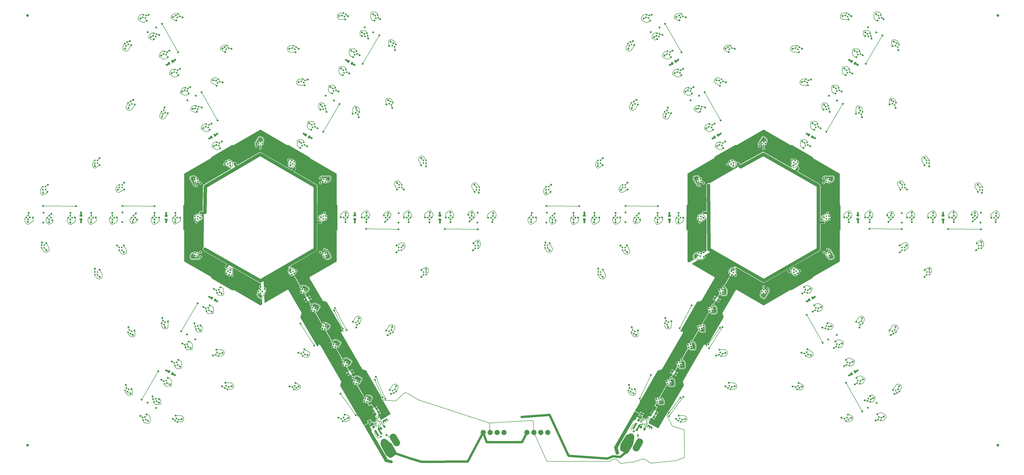
<source format=gbr>
G04 EAGLE Gerber RS-274X export*
G75*
%MOMM*%
%FSLAX34Y34*%
%LPD*%
%INTop Copper*%
%IPPOS*%
%AMOC8*
5,1,8,0,0,1.08239X$1,22.5*%
G01*
%ADD10R,0.550000X0.550000*%
%ADD11R,0.700000X1.000000*%
%ADD12C,1.000000*%
%ADD13R,0.550000X0.550000*%
%ADD14R,1.000000X0.700000*%
%ADD15C,2.500000*%
%ADD16R,1.100000X0.250000*%
%ADD17R,0.250000X0.250000*%
%ADD18R,0.700000X0.250000*%
%ADD19R,0.200000X0.200000*%
%ADD20C,1.879600*%
%ADD21C,0.706400*%
%ADD22C,0.152400*%
%ADD23C,0.609600*%
%ADD24C,0.812800*%
%ADD25C,1.270000*%
%ADD26C,0.355600*%
%ADD27C,0.254000*%
%ADD28C,0.406400*%
%ADD29C,0.756400*%
%ADD30C,0.800000*%
%ADD31C,0.304800*%
%ADD32C,0.508000*%
%ADD33C,1.000000*%

G36*
X1353209Y172083D02*
X1353209Y172083D01*
X1353312Y172092D01*
X1353330Y172100D01*
X1353350Y172103D01*
X1353503Y172170D01*
X1388230Y192219D01*
X1388245Y192232D01*
X1388263Y192240D01*
X1388340Y192310D01*
X1388420Y192375D01*
X1388431Y192392D01*
X1388445Y192405D01*
X1388496Y192496D01*
X1388551Y192584D01*
X1388555Y192603D01*
X1388565Y192620D01*
X1388584Y192722D01*
X1388608Y192823D01*
X1388606Y192843D01*
X1388610Y192862D01*
X1388596Y192965D01*
X1388586Y193068D01*
X1388578Y193086D01*
X1388576Y193106D01*
X1388508Y193259D01*
X1361240Y240490D01*
X1361230Y240502D01*
X1361224Y240516D01*
X1361119Y240647D01*
X1360662Y241104D01*
X1360650Y241112D01*
X1360642Y241124D01*
X1360507Y241223D01*
X1360030Y241502D01*
X1359998Y241621D01*
X1359950Y241728D01*
X1359905Y241835D01*
X1359900Y241841D01*
X1359898Y241846D01*
X1359885Y241860D01*
X1359800Y241966D01*
X1359713Y242053D01*
X1359713Y242606D01*
X1359711Y242620D01*
X1359713Y242633D01*
X1359688Y242799D01*
X1359532Y243394D01*
X1359525Y243410D01*
X1359522Y243428D01*
X1359455Y243581D01*
X1355145Y251046D01*
X1355135Y251059D01*
X1355129Y251073D01*
X1355024Y251204D01*
X1353951Y252276D01*
X1353951Y252909D01*
X1353933Y253023D01*
X1353917Y253136D01*
X1353913Y253146D01*
X1353912Y253152D01*
X1353901Y253172D01*
X1353855Y253277D01*
X1353871Y253316D01*
X1353908Y253385D01*
X1353916Y253429D01*
X1353933Y253471D01*
X1353949Y253611D01*
X1353951Y253627D01*
X1353951Y253632D01*
X1353951Y253638D01*
X1353951Y256309D01*
X1353933Y256421D01*
X1353918Y256533D01*
X1353913Y256544D01*
X1353912Y256552D01*
X1353900Y256574D01*
X1353851Y256687D01*
X1298904Y352782D01*
X1298845Y352854D01*
X1298793Y352930D01*
X1298768Y352949D01*
X1298749Y352973D01*
X1298670Y353022D01*
X1298596Y353078D01*
X1298560Y353092D01*
X1298541Y353104D01*
X1298509Y353112D01*
X1298440Y353139D01*
X1285090Y356716D01*
X1209925Y486907D01*
X1208067Y490124D01*
X1207696Y490768D01*
X1208768Y494770D01*
X1212355Y496841D01*
X1215521Y495993D01*
X1215590Y495986D01*
X1215658Y495969D01*
X1215712Y495974D01*
X1215765Y495969D01*
X1215834Y495984D01*
X1215904Y495990D01*
X1215953Y496011D01*
X1216005Y496023D01*
X1216065Y496060D01*
X1216129Y496088D01*
X1216169Y496124D01*
X1216215Y496152D01*
X1216260Y496206D01*
X1216312Y496253D01*
X1216338Y496299D01*
X1216373Y496340D01*
X1216398Y496406D01*
X1216433Y496467D01*
X1216443Y496520D01*
X1216462Y496570D01*
X1216465Y496640D01*
X1216479Y496709D01*
X1216471Y496762D01*
X1216474Y496815D01*
X1216455Y496883D01*
X1216445Y496952D01*
X1216423Y497004D01*
X1216420Y497018D01*
X1216413Y497030D01*
X1216407Y497052D01*
X1216394Y497070D01*
X1216378Y497106D01*
X1214435Y500505D01*
X1214392Y500558D01*
X1214356Y500618D01*
X1214315Y500653D01*
X1214280Y500696D01*
X1214222Y500733D01*
X1214169Y500778D01*
X1214118Y500798D01*
X1214072Y500827D01*
X1214005Y500844D01*
X1213941Y500869D01*
X1213865Y500878D01*
X1213834Y500886D01*
X1213812Y500884D01*
X1213774Y500888D01*
X1211175Y500888D01*
X1208213Y503850D01*
X1208213Y508039D01*
X1208897Y508724D01*
X1208904Y508732D01*
X1208912Y508739D01*
X1208975Y508832D01*
X1209041Y508923D01*
X1209044Y508933D01*
X1209050Y508942D01*
X1209080Y509051D01*
X1209113Y509158D01*
X1209113Y509169D01*
X1209116Y509179D01*
X1209110Y509292D01*
X1209107Y509404D01*
X1209103Y509414D01*
X1209103Y509425D01*
X1209049Y509584D01*
X1208200Y511404D01*
X1208187Y511423D01*
X1208171Y511460D01*
X1155382Y603781D01*
X1155323Y603853D01*
X1155271Y603929D01*
X1155246Y603948D01*
X1155227Y603972D01*
X1155148Y604021D01*
X1155074Y604077D01*
X1155038Y604091D01*
X1155019Y604103D01*
X1154987Y604111D01*
X1154918Y604138D01*
X1144227Y607003D01*
X1139921Y608156D01*
X1137693Y612015D01*
X1137693Y612016D01*
X1137691Y612019D01*
X1094206Y687338D01*
X1092135Y690925D01*
X1092152Y690947D01*
X1092161Y690968D01*
X1092175Y690987D01*
X1092224Y691114D01*
X1092279Y691239D01*
X1092282Y691262D01*
X1092291Y691283D01*
X1092307Y691419D01*
X1092329Y691553D01*
X1092326Y691576D01*
X1092329Y691599D01*
X1092318Y691759D01*
X1092255Y692239D01*
X1092730Y694011D01*
X1092770Y694161D01*
X1093923Y695663D01*
X1093981Y695739D01*
X1094538Y696060D01*
X1190779Y751625D01*
X1190863Y751689D01*
X1190952Y751746D01*
X1190989Y751785D01*
X1191032Y751818D01*
X1191098Y751900D01*
X1191170Y751977D01*
X1191196Y752025D01*
X1191230Y752067D01*
X1191273Y752163D01*
X1191324Y752256D01*
X1191337Y752308D01*
X1191359Y752357D01*
X1191377Y752462D01*
X1191403Y752564D01*
X1191408Y752649D01*
X1191412Y752671D01*
X1191411Y752686D01*
X1191413Y752725D01*
X1191413Y864497D01*
X1192175Y866335D01*
X1193264Y867425D01*
X1193324Y867502D01*
X1193391Y867573D01*
X1193421Y867627D01*
X1193459Y867676D01*
X1193498Y867766D01*
X1193545Y867852D01*
X1193561Y867911D01*
X1193585Y867968D01*
X1193601Y868065D01*
X1193625Y868159D01*
X1193632Y868262D01*
X1193635Y868282D01*
X1193634Y868294D01*
X1193636Y868320D01*
X1193793Y957301D01*
X1193780Y957400D01*
X1193777Y957500D01*
X1193761Y957557D01*
X1193754Y957616D01*
X1193717Y957710D01*
X1193689Y957806D01*
X1193659Y957857D01*
X1193637Y957912D01*
X1193578Y957994D01*
X1193527Y958080D01*
X1193463Y958153D01*
X1193451Y958170D01*
X1193441Y958178D01*
X1193421Y958200D01*
X1192175Y959447D01*
X1191413Y961285D01*
X1191413Y1073058D01*
X1191400Y1073162D01*
X1191396Y1073268D01*
X1191380Y1073320D01*
X1191373Y1073373D01*
X1191335Y1073471D01*
X1191304Y1073573D01*
X1191276Y1073619D01*
X1191256Y1073669D01*
X1191194Y1073754D01*
X1191140Y1073845D01*
X1191101Y1073883D01*
X1191070Y1073926D01*
X1190988Y1073994D01*
X1190913Y1074068D01*
X1190841Y1074115D01*
X1190825Y1074129D01*
X1190811Y1074136D01*
X1190779Y1074157D01*
X1095923Y1128921D01*
X1093981Y1130042D01*
X1092770Y1131620D01*
X1092296Y1133391D01*
X1092258Y1133483D01*
X1092230Y1133578D01*
X1092198Y1133630D01*
X1092176Y1133686D01*
X1092117Y1133765D01*
X1092065Y1133850D01*
X1092022Y1133892D01*
X1091986Y1133941D01*
X1091909Y1134003D01*
X1091838Y1134073D01*
X1091755Y1134128D01*
X1091739Y1134141D01*
X1091728Y1134146D01*
X1091704Y1134162D01*
X1014866Y1178524D01*
X1014775Y1178563D01*
X1014688Y1178610D01*
X1014629Y1178624D01*
X1014573Y1178648D01*
X1014475Y1178662D01*
X1014379Y1178686D01*
X1014318Y1178685D01*
X1014258Y1178694D01*
X1014160Y1178684D01*
X1014061Y1178683D01*
X1013962Y1178663D01*
X1013942Y1178661D01*
X1013931Y1178657D01*
X1013903Y1178651D01*
X1012132Y1178177D01*
X1010160Y1178436D01*
X1008944Y1179139D01*
X913216Y1234407D01*
X913118Y1234448D01*
X913025Y1234497D01*
X912972Y1234510D01*
X912922Y1234530D01*
X912818Y1234546D01*
X912715Y1234570D01*
X912661Y1234569D01*
X912608Y1234577D01*
X912503Y1234566D01*
X912397Y1234564D01*
X912345Y1234549D01*
X912292Y1234544D01*
X912192Y1234507D01*
X912091Y1234479D01*
X912014Y1234441D01*
X911993Y1234433D01*
X911981Y1234424D01*
X911946Y1234407D01*
X816943Y1179557D01*
X815002Y1178436D01*
X813078Y1178183D01*
X813029Y1178177D01*
X812601Y1178292D01*
X811108Y1178692D01*
X810765Y1178955D01*
X810737Y1178971D01*
X810714Y1178992D01*
X810601Y1179051D01*
X810490Y1179115D01*
X810460Y1179124D01*
X810432Y1179139D01*
X810307Y1179168D01*
X810184Y1179203D01*
X810153Y1179203D01*
X810122Y1179211D01*
X809994Y1179208D01*
X809866Y1179211D01*
X809836Y1179204D01*
X809804Y1179203D01*
X809681Y1179169D01*
X809556Y1179140D01*
X809528Y1179126D01*
X809498Y1179117D01*
X809354Y1179045D01*
X733511Y1134923D01*
X733490Y1134906D01*
X733465Y1134894D01*
X733363Y1134810D01*
X733259Y1134730D01*
X733242Y1134708D01*
X733221Y1134691D01*
X733144Y1134583D01*
X733062Y1134480D01*
X733051Y1134455D01*
X733035Y1134433D01*
X732987Y1134309D01*
X732934Y1134189D01*
X732929Y1134162D01*
X732919Y1134136D01*
X732903Y1134005D01*
X732881Y1133875D01*
X732884Y1133848D01*
X732880Y1133821D01*
X732891Y1133660D01*
X732905Y1133556D01*
X732905Y1133555D01*
X732907Y1133542D01*
X732392Y1131621D01*
X731181Y1130042D01*
X729239Y1128921D01*
X634383Y1074157D01*
X634299Y1074093D01*
X634210Y1074036D01*
X634173Y1073997D01*
X634130Y1073965D01*
X634064Y1073882D01*
X633992Y1073805D01*
X633966Y1073758D01*
X633932Y1073715D01*
X633889Y1073619D01*
X633838Y1073526D01*
X633825Y1073474D01*
X633803Y1073425D01*
X633785Y1073320D01*
X633759Y1073218D01*
X633754Y1073133D01*
X633750Y1073111D01*
X633751Y1073096D01*
X633749Y1073058D01*
X633749Y961285D01*
X632987Y959447D01*
X631581Y958040D01*
X630831Y957729D01*
X630805Y957715D01*
X630777Y957706D01*
X630667Y957636D01*
X630554Y957572D01*
X630533Y957551D01*
X630508Y957536D01*
X630419Y957441D01*
X630326Y957351D01*
X630311Y957326D01*
X630290Y957304D01*
X630228Y957190D01*
X630160Y957080D01*
X630151Y957051D01*
X630137Y957026D01*
X630104Y956900D01*
X630066Y956776D01*
X630065Y956746D01*
X630057Y956718D01*
X630047Y956557D01*
X630028Y869233D01*
X630032Y869204D01*
X630029Y869174D01*
X630052Y869047D01*
X630068Y868918D01*
X630079Y868890D01*
X630084Y868861D01*
X630137Y868742D01*
X630185Y868622D01*
X630202Y868598D01*
X630214Y868571D01*
X630295Y868470D01*
X630372Y868365D01*
X630395Y868346D01*
X630413Y868323D01*
X630516Y868245D01*
X630617Y868162D01*
X630643Y868149D01*
X630667Y868131D01*
X630812Y868061D01*
X631581Y867742D01*
X632987Y866335D01*
X633749Y864497D01*
X633749Y752725D01*
X633762Y752620D01*
X633766Y752514D01*
X633782Y752462D01*
X633789Y752409D01*
X633827Y752311D01*
X633858Y752210D01*
X633886Y752163D01*
X633906Y752113D01*
X633968Y752028D01*
X634022Y751937D01*
X634061Y751900D01*
X634092Y751856D01*
X634174Y751789D01*
X634249Y751715D01*
X634321Y751667D01*
X634337Y751653D01*
X634352Y751647D01*
X634383Y751625D01*
X730577Y696088D01*
X731181Y695739D01*
X731215Y695694D01*
X732392Y694161D01*
X732907Y692239D01*
X732857Y691857D01*
X732856Y691832D01*
X732851Y691807D01*
X732856Y691673D01*
X732855Y691539D01*
X732861Y691515D01*
X732862Y691489D01*
X732900Y691361D01*
X732932Y691231D01*
X732945Y691208D01*
X732952Y691184D01*
X733020Y691069D01*
X733084Y690951D01*
X733101Y690933D01*
X733115Y690911D01*
X733210Y690816D01*
X733300Y690718D01*
X733322Y690705D01*
X733340Y690686D01*
X733474Y690596D01*
X808938Y646421D01*
X808968Y646408D01*
X808996Y646389D01*
X809115Y646345D01*
X809230Y646296D01*
X809263Y646291D01*
X809294Y646279D01*
X809420Y646267D01*
X809545Y646247D01*
X809578Y646251D01*
X809611Y646247D01*
X809735Y646266D01*
X809861Y646279D01*
X809892Y646290D01*
X809925Y646295D01*
X810041Y646344D01*
X810160Y646388D01*
X810187Y646406D01*
X810218Y646420D01*
X810352Y646509D01*
X811108Y647090D01*
X812655Y647504D01*
X813029Y647604D01*
X813132Y647591D01*
X815002Y647345D01*
X816943Y646224D01*
X911946Y591374D01*
X912044Y591333D01*
X912137Y591284D01*
X912190Y591272D01*
X912240Y591251D01*
X912344Y591235D01*
X912447Y591211D01*
X912501Y591212D01*
X912554Y591204D01*
X912659Y591215D01*
X912765Y591217D01*
X912817Y591232D01*
X912870Y591237D01*
X912970Y591274D01*
X913071Y591303D01*
X913148Y591341D01*
X913169Y591348D01*
X913181Y591357D01*
X913216Y591374D01*
X918527Y594441D01*
X918643Y594529D01*
X918762Y594615D01*
X918770Y594625D01*
X918780Y594633D01*
X918871Y594748D01*
X918964Y594860D01*
X918970Y594872D01*
X918978Y594882D01*
X919038Y595017D01*
X919100Y595148D01*
X919102Y595161D01*
X919107Y595172D01*
X919132Y595317D01*
X919159Y595460D01*
X919159Y595478D01*
X919160Y595486D01*
X919159Y595503D01*
X919159Y595621D01*
X918006Y613505D01*
X917988Y613595D01*
X917981Y613687D01*
X917958Y613751D01*
X917945Y613818D01*
X917906Y613901D01*
X917876Y613987D01*
X917839Y614044D01*
X917810Y614105D01*
X917751Y614176D01*
X917700Y614252D01*
X917650Y614298D01*
X917607Y614350D01*
X917532Y614404D01*
X917464Y614465D01*
X917404Y614497D01*
X917349Y614537D01*
X917264Y614570D01*
X917182Y614613D01*
X917116Y614628D01*
X917053Y614653D01*
X916962Y614665D01*
X916873Y614686D01*
X916805Y614684D01*
X916738Y614693D01*
X916647Y614681D01*
X916555Y614679D01*
X916490Y614661D01*
X916422Y614653D01*
X916337Y614619D01*
X916249Y614594D01*
X916142Y614542D01*
X916127Y614535D01*
X916120Y614531D01*
X916104Y614523D01*
X916023Y614476D01*
X911582Y614476D01*
X910935Y614850D01*
X908522Y616243D01*
X908384Y616323D01*
X908383Y616323D01*
X904921Y618322D01*
X904920Y618323D01*
X903603Y619083D01*
X899958Y623833D01*
X898409Y629616D01*
X899190Y635552D01*
X899962Y636889D01*
X899963Y636889D01*
X901037Y638750D01*
X901319Y639239D01*
X901363Y639343D01*
X901414Y639443D01*
X901424Y639489D01*
X901442Y639533D01*
X901459Y639644D01*
X901484Y639753D01*
X901482Y639800D01*
X901489Y639847D01*
X901477Y639959D01*
X901474Y640071D01*
X901461Y640117D01*
X901456Y640163D01*
X901417Y640269D01*
X901385Y640377D01*
X901362Y640417D01*
X901345Y640462D01*
X901281Y640554D01*
X901224Y640651D01*
X901176Y640705D01*
X901164Y640723D01*
X901150Y640735D01*
X901117Y640772D01*
X900279Y641610D01*
X900279Y642873D01*
X905061Y647655D01*
X905727Y647655D01*
X905846Y647670D01*
X905964Y647678D01*
X906003Y647690D01*
X906043Y647695D01*
X906154Y647739D01*
X906267Y647776D01*
X906301Y647797D01*
X906339Y647812D01*
X906435Y647882D01*
X906536Y647946D01*
X906563Y647975D01*
X906596Y647999D01*
X906672Y648091D01*
X906753Y648177D01*
X906773Y648213D01*
X906799Y648244D01*
X906850Y648352D01*
X906907Y648456D01*
X906917Y648495D01*
X906934Y648532D01*
X906957Y648648D01*
X906986Y648764D01*
X906990Y648824D01*
X906994Y648844D01*
X906993Y648864D01*
X906997Y648924D01*
X906997Y649591D01*
X909942Y652536D01*
X909986Y652592D01*
X910037Y652642D01*
X910083Y652717D01*
X910137Y652787D01*
X910165Y652853D01*
X910202Y652914D01*
X910228Y652998D01*
X910263Y653079D01*
X910274Y653150D01*
X910295Y653218D01*
X910312Y653378D01*
X910334Y653891D01*
X910324Y654016D01*
X910320Y654143D01*
X910311Y654175D01*
X910308Y654208D01*
X910267Y654327D01*
X910232Y654448D01*
X910215Y654477D01*
X910204Y654508D01*
X910134Y654614D01*
X910070Y654722D01*
X910039Y654758D01*
X910028Y654773D01*
X910012Y654788D01*
X909964Y654843D01*
X908561Y656245D01*
X907792Y658104D01*
X907792Y660115D01*
X908561Y661974D01*
X909984Y663397D01*
X911843Y664166D01*
X913385Y664166D01*
X913386Y664166D01*
X913552Y664187D01*
X913700Y664206D01*
X913701Y664206D01*
X913865Y664271D01*
X913996Y664323D01*
X913996Y664324D01*
X913997Y664324D01*
X914130Y664420D01*
X914253Y664510D01*
X914254Y664511D01*
X914355Y664633D01*
X914456Y664755D01*
X914456Y664756D01*
X914457Y664756D01*
X914522Y664896D01*
X914591Y665043D01*
X914592Y665043D01*
X914592Y665044D01*
X914624Y665213D01*
X914651Y665355D01*
X914651Y665356D01*
X914651Y665517D01*
X914259Y671598D01*
X914229Y671755D01*
X914200Y671907D01*
X914199Y671909D01*
X914199Y671911D01*
X914134Y672048D01*
X914065Y672195D01*
X914064Y672196D01*
X914063Y672198D01*
X913963Y672319D01*
X913863Y672440D01*
X913861Y672441D01*
X913860Y672443D01*
X913729Y672538D01*
X913606Y672628D01*
X913604Y672628D01*
X913603Y672630D01*
X913451Y672689D01*
X913311Y672745D01*
X913308Y672746D01*
X913307Y672746D01*
X913303Y672747D01*
X913153Y672776D01*
X912591Y672847D01*
X912506Y672847D01*
X912421Y672857D01*
X912283Y672848D01*
X912273Y672848D01*
X912269Y672846D01*
X912260Y672846D01*
X911899Y672797D01*
X910966Y673043D01*
X910963Y673043D01*
X910960Y673044D01*
X910802Y673075D01*
X909845Y673197D01*
X909528Y673378D01*
X909450Y673410D01*
X909375Y673452D01*
X909244Y673496D01*
X909235Y673500D01*
X909230Y673500D01*
X909222Y673503D01*
X908870Y673596D01*
X908102Y674181D01*
X908099Y674182D01*
X908098Y674184D01*
X907963Y674272D01*
X811994Y729135D01*
X811863Y729189D01*
X811732Y729248D01*
X811716Y729250D01*
X811701Y729257D01*
X811560Y729277D01*
X811418Y729301D01*
X811402Y729299D01*
X811386Y729302D01*
X811244Y729286D01*
X811101Y729274D01*
X811086Y729269D01*
X811070Y729267D01*
X810936Y729217D01*
X810801Y729170D01*
X810787Y729161D01*
X810772Y729155D01*
X810655Y729073D01*
X810536Y728994D01*
X810525Y728982D01*
X810512Y728973D01*
X810419Y728864D01*
X810323Y728758D01*
X810315Y728744D01*
X810305Y728731D01*
X810242Y728603D01*
X810175Y728476D01*
X810171Y728460D01*
X810164Y728446D01*
X810135Y728306D01*
X810102Y728167D01*
X810103Y728150D01*
X810099Y728135D01*
X810106Y727992D01*
X810109Y727849D01*
X810113Y727833D01*
X810114Y727817D01*
X810155Y727680D01*
X810194Y727542D01*
X810204Y727522D01*
X810207Y727513D01*
X810216Y727497D01*
X810265Y727398D01*
X812155Y724125D01*
X812155Y723110D01*
X812155Y706027D01*
X812167Y705929D01*
X812170Y705830D01*
X812187Y705772D01*
X812195Y705712D01*
X812231Y705619D01*
X812259Y705524D01*
X812289Y705472D01*
X812312Y705416D01*
X812370Y705336D01*
X812420Y705250D01*
X812487Y705175D01*
X812499Y705159D01*
X812508Y705151D01*
X812527Y705130D01*
X813155Y704501D01*
X813925Y702643D01*
X813925Y700631D01*
X813155Y698772D01*
X811732Y697350D01*
X809874Y696580D01*
X807862Y696580D01*
X806004Y697350D01*
X804581Y698772D01*
X803737Y700809D01*
X803729Y700823D01*
X803725Y700839D01*
X803651Y700961D01*
X803580Y701086D01*
X803569Y701097D01*
X803560Y701111D01*
X803458Y701211D01*
X803359Y701314D01*
X803345Y701322D01*
X803333Y701334D01*
X803199Y701423D01*
X797818Y704530D01*
X797708Y704576D01*
X797602Y704629D01*
X797562Y704637D01*
X797525Y704653D01*
X797407Y704670D01*
X797291Y704695D01*
X797250Y704694D01*
X797210Y704699D01*
X797092Y704687D01*
X796973Y704682D01*
X796934Y704671D01*
X796894Y704666D01*
X796783Y704625D01*
X796722Y704607D01*
X796686Y704605D01*
X796647Y704594D01*
X796607Y704589D01*
X796495Y704548D01*
X796381Y704514D01*
X796347Y704493D01*
X796309Y704479D01*
X796211Y704411D01*
X796109Y704349D01*
X796081Y704320D01*
X796048Y704297D01*
X795970Y704207D01*
X795886Y704122D01*
X795853Y704072D01*
X795840Y704057D01*
X795831Y704038D01*
X795797Y703988D01*
X793204Y699497D01*
X791723Y700352D01*
X791250Y700826D01*
X790916Y701405D01*
X790820Y701761D01*
X790775Y701872D01*
X790737Y701984D01*
X790715Y702018D01*
X790700Y702056D01*
X790629Y702151D01*
X790564Y702251D01*
X790535Y702279D01*
X790511Y702311D01*
X790418Y702386D01*
X790330Y702467D01*
X790295Y702486D01*
X790263Y702511D01*
X790155Y702561D01*
X790050Y702617D01*
X790011Y702627D01*
X789974Y702644D01*
X789857Y702665D01*
X789742Y702693D01*
X789701Y702693D01*
X783747Y706131D01*
X783420Y707351D01*
X783808Y708023D01*
X783849Y708121D01*
X783898Y708214D01*
X783910Y708267D01*
X783931Y708316D01*
X783947Y708421D01*
X783971Y708524D01*
X783970Y708578D01*
X783978Y708631D01*
X783967Y708736D01*
X783965Y708842D01*
X783950Y708894D01*
X783945Y708947D01*
X783908Y709046D01*
X783880Y709148D01*
X783841Y709225D01*
X783834Y709245D01*
X783825Y709258D01*
X783808Y709292D01*
X783581Y709685D01*
X783581Y717075D01*
X786213Y723429D01*
X786853Y724069D01*
X786890Y724116D01*
X786933Y724157D01*
X786987Y724241D01*
X787048Y724320D01*
X787072Y724375D01*
X787104Y724425D01*
X787135Y724520D01*
X787175Y724612D01*
X787184Y724671D01*
X787202Y724727D01*
X787209Y724827D01*
X787224Y724926D01*
X787219Y724986D01*
X787223Y725045D01*
X787204Y725143D01*
X787195Y725243D01*
X787175Y725299D01*
X787164Y725357D01*
X787121Y725448D01*
X787087Y725542D01*
X787054Y725591D01*
X787029Y725645D01*
X786965Y725722D01*
X786908Y725805D01*
X786864Y725845D01*
X786826Y725890D01*
X786745Y725950D01*
X786670Y726016D01*
X786617Y726043D01*
X786569Y726078D01*
X786476Y726115D01*
X786387Y726161D01*
X786329Y726174D01*
X786274Y726195D01*
X786116Y726226D01*
X786060Y726233D01*
X784130Y727336D01*
X782769Y729094D01*
X782184Y731239D01*
X782464Y733444D01*
X787249Y741819D01*
X787295Y741928D01*
X787348Y742035D01*
X787356Y742075D01*
X787371Y742112D01*
X787388Y742230D01*
X787413Y742346D01*
X787411Y742387D01*
X787416Y742427D01*
X787404Y742545D01*
X787398Y742664D01*
X787386Y742703D01*
X787382Y742743D01*
X787340Y742855D01*
X787305Y742968D01*
X787284Y743003D01*
X787270Y743041D01*
X787202Y743138D01*
X787140Y743240D01*
X787111Y743268D01*
X787087Y743301D01*
X786997Y743379D01*
X786912Y743462D01*
X786861Y743495D01*
X786846Y743508D01*
X786827Y743517D01*
X786777Y743550D01*
X703975Y790886D01*
X702057Y793363D01*
X701233Y796385D01*
X701629Y799493D01*
X703184Y802213D01*
X704107Y802927D01*
X704119Y802939D01*
X704133Y802948D01*
X704231Y803051D01*
X704332Y803152D01*
X704341Y803166D01*
X704352Y803178D01*
X704421Y803303D01*
X704494Y803426D01*
X704499Y803442D01*
X704507Y803456D01*
X704543Y803593D01*
X704583Y803731D01*
X704584Y803748D01*
X704588Y803763D01*
X704599Y803924D01*
X705255Y923320D01*
X705240Y923444D01*
X705232Y923569D01*
X705221Y923602D01*
X705217Y923635D01*
X705172Y923752D01*
X705133Y923871D01*
X705114Y923900D01*
X705102Y923932D01*
X705029Y924034D01*
X704961Y924139D01*
X704936Y924162D01*
X704916Y924190D01*
X704820Y924271D01*
X704729Y924356D01*
X704699Y924372D01*
X704672Y924394D01*
X704559Y924448D01*
X704449Y924508D01*
X704416Y924517D01*
X704385Y924531D01*
X704263Y924556D01*
X704141Y924586D01*
X704091Y924589D01*
X704073Y924593D01*
X704052Y924592D01*
X703980Y924596D01*
X697089Y924565D01*
X697029Y924557D01*
X696969Y924559D01*
X696873Y924537D01*
X696774Y924524D01*
X696718Y924502D01*
X696659Y924488D01*
X696571Y924443D01*
X696479Y924406D01*
X696430Y924370D01*
X696377Y924342D01*
X696303Y924276D01*
X696222Y924218D01*
X696184Y924171D01*
X696139Y924131D01*
X696084Y924049D01*
X696021Y923972D01*
X695995Y923917D01*
X695962Y923867D01*
X695928Y923774D01*
X695886Y923683D01*
X695875Y923624D01*
X695855Y923567D01*
X695846Y923469D01*
X695828Y923371D01*
X695832Y923311D01*
X695827Y923251D01*
X695843Y923153D01*
X695849Y923054D01*
X695868Y922996D01*
X695878Y922937D01*
X695918Y922846D01*
X695949Y922751D01*
X695981Y922701D01*
X696005Y922645D01*
X696066Y922567D01*
X696120Y922484D01*
X696164Y922442D01*
X696201Y922395D01*
X696322Y922289D01*
X697351Y921500D01*
X698332Y919801D01*
X698334Y919797D01*
X698336Y919795D01*
X698337Y919792D01*
X699071Y918522D01*
X699807Y917246D01*
X700071Y916790D01*
X700145Y916660D01*
X700807Y915515D01*
X700807Y915514D01*
X701315Y914635D01*
X701315Y909658D01*
X698826Y905348D01*
X697947Y904840D01*
X695520Y903439D01*
X695396Y903367D01*
X683208Y896331D01*
X683195Y896321D01*
X683181Y896314D01*
X683068Y896225D01*
X682955Y896138D01*
X682945Y896126D01*
X682932Y896116D01*
X682846Y896001D01*
X682757Y895889D01*
X682751Y895875D01*
X682741Y895862D01*
X682670Y895717D01*
X681994Y894086D01*
X680572Y892663D01*
X678713Y891893D01*
X676702Y891893D01*
X674843Y892663D01*
X673421Y894086D01*
X672651Y895944D01*
X672651Y897956D01*
X673421Y899814D01*
X674316Y900710D01*
X674377Y900788D01*
X674445Y900860D01*
X674474Y900913D01*
X674511Y900961D01*
X674550Y901052D01*
X674598Y901139D01*
X674613Y901198D01*
X674637Y901253D01*
X674653Y901351D01*
X674678Y901447D01*
X674684Y901547D01*
X674687Y901567D01*
X674686Y901580D01*
X674688Y901608D01*
X674688Y907966D01*
X674673Y908084D01*
X674666Y908203D01*
X674653Y908241D01*
X674648Y908281D01*
X674604Y908392D01*
X674568Y908505D01*
X674546Y908540D01*
X674531Y908577D01*
X674461Y908673D01*
X674397Y908774D01*
X674368Y908802D01*
X674344Y908835D01*
X674252Y908910D01*
X674207Y908954D01*
X674187Y908984D01*
X674158Y909012D01*
X674134Y909045D01*
X674042Y909121D01*
X673956Y909202D01*
X673920Y909222D01*
X673889Y909248D01*
X673781Y909298D01*
X673677Y909356D01*
X673638Y909366D01*
X673601Y909383D01*
X673485Y909405D01*
X673369Y909435D01*
X673309Y909439D01*
X673289Y909443D01*
X673269Y909442D01*
X673208Y909445D01*
X668023Y909445D01*
X668023Y911156D01*
X668196Y911802D01*
X668531Y912381D01*
X668791Y912642D01*
X668865Y912736D01*
X668943Y912826D01*
X668962Y912861D01*
X668986Y912893D01*
X669034Y913003D01*
X669088Y913109D01*
X669097Y913148D01*
X669113Y913185D01*
X669131Y913303D01*
X669157Y913419D01*
X669156Y913459D01*
X669163Y913499D01*
X669151Y913618D01*
X669148Y913737D01*
X669137Y913776D01*
X669133Y913816D01*
X669092Y913928D01*
X669059Y914042D01*
X669039Y914077D01*
X669039Y920953D01*
X669932Y921846D01*
X670708Y921846D01*
X670813Y921859D01*
X670919Y921863D01*
X670970Y921879D01*
X671024Y921886D01*
X671122Y921925D01*
X671223Y921955D01*
X671269Y921983D01*
X671319Y922003D01*
X671405Y922065D01*
X671495Y922120D01*
X671533Y922158D01*
X671577Y922190D01*
X671644Y922271D01*
X671718Y922346D01*
X671766Y922418D01*
X671780Y922435D01*
X671786Y922449D01*
X671807Y922481D01*
X672034Y922873D01*
X673047Y923458D01*
X674181Y924113D01*
X675456Y924849D01*
X675457Y924849D01*
X676272Y925320D01*
X676732Y925585D01*
X676732Y925586D01*
X678434Y926568D01*
X685253Y927466D01*
X686127Y927232D01*
X686186Y927224D01*
X686243Y927206D01*
X686343Y927202D01*
X686442Y927188D01*
X686501Y927195D01*
X686560Y927193D01*
X686659Y927213D01*
X686758Y927225D01*
X686814Y927246D01*
X686872Y927258D01*
X686961Y927303D01*
X687055Y927339D01*
X687104Y927373D01*
X687157Y927399D01*
X687233Y927465D01*
X687314Y927523D01*
X687353Y927568D01*
X687398Y927607D01*
X687455Y927689D01*
X687520Y927766D01*
X687546Y927819D01*
X687580Y927868D01*
X687615Y927962D01*
X687658Y928052D01*
X687670Y928110D01*
X687691Y928166D01*
X687702Y928265D01*
X687722Y928364D01*
X687718Y928423D01*
X687725Y928482D01*
X687710Y928581D01*
X687705Y928681D01*
X687687Y928738D01*
X687679Y928797D01*
X687626Y928949D01*
X687605Y929000D01*
X687595Y931223D01*
X688436Y933281D01*
X690001Y934860D01*
X692052Y935720D01*
X699549Y935754D01*
X699653Y935767D01*
X699758Y935772D01*
X699810Y935788D01*
X699864Y935795D01*
X699962Y935834D01*
X700062Y935865D01*
X700109Y935893D01*
X700159Y935913D01*
X700244Y935976D01*
X700334Y936030D01*
X700372Y936069D01*
X700416Y936101D01*
X700483Y936183D01*
X700556Y936258D01*
X700583Y936305D01*
X700617Y936347D01*
X700662Y936443D01*
X700714Y936534D01*
X700729Y936586D01*
X700752Y936636D01*
X700771Y936739D01*
X700799Y936840D01*
X700806Y936927D01*
X700810Y936948D01*
X700809Y936963D01*
X700812Y937001D01*
X702380Y1027018D01*
X702378Y1027034D01*
X702380Y1027050D01*
X702368Y1027211D01*
X702252Y1028072D01*
X702369Y1028519D01*
X702379Y1028590D01*
X702398Y1028660D01*
X702411Y1028820D01*
X702419Y1029282D01*
X702766Y1030079D01*
X702770Y1030094D01*
X702778Y1030108D01*
X702829Y1030261D01*
X703051Y1031101D01*
X703330Y1031469D01*
X703366Y1031531D01*
X703411Y1031588D01*
X703484Y1031731D01*
X703668Y1032155D01*
X704293Y1032758D01*
X704304Y1032771D01*
X704316Y1032781D01*
X704422Y1032903D01*
X704948Y1033594D01*
X705347Y1033827D01*
X705404Y1033870D01*
X705467Y1033906D01*
X705590Y1034010D01*
X705922Y1034331D01*
X706730Y1034650D01*
X706744Y1034657D01*
X706760Y1034662D01*
X706904Y1034734D01*
X804752Y1091739D01*
X804866Y1091826D01*
X804982Y1091910D01*
X804992Y1091922D01*
X805005Y1091932D01*
X805093Y1092044D01*
X805184Y1092155D01*
X805191Y1092169D01*
X805201Y1092182D01*
X805258Y1092312D01*
X805320Y1092442D01*
X805323Y1092458D01*
X805329Y1092473D01*
X805353Y1092614D01*
X805380Y1092755D01*
X805379Y1092771D01*
X805381Y1092787D01*
X805369Y1092930D01*
X805360Y1093072D01*
X805355Y1093087D01*
X805354Y1093103D01*
X805306Y1093239D01*
X805262Y1093375D01*
X805253Y1093388D01*
X805248Y1093403D01*
X805168Y1093523D01*
X805092Y1093643D01*
X805080Y1093654D01*
X805071Y1093668D01*
X804964Y1093763D01*
X804860Y1093861D01*
X804846Y1093869D01*
X804834Y1093880D01*
X804707Y1093946D01*
X804582Y1094015D01*
X804566Y1094019D01*
X804552Y1094026D01*
X804413Y1094058D01*
X804274Y1094094D01*
X804252Y1094096D01*
X804242Y1094098D01*
X804224Y1094097D01*
X804113Y1094105D01*
X799106Y1094105D01*
X796951Y1095349D01*
X796540Y1095586D01*
X783508Y1103110D01*
X783487Y1103119D01*
X783468Y1103132D01*
X783341Y1103180D01*
X783215Y1103233D01*
X783192Y1103236D01*
X783171Y1103244D01*
X783035Y1103260D01*
X782900Y1103280D01*
X782878Y1103277D01*
X782855Y1103280D01*
X782719Y1103261D01*
X782584Y1103246D01*
X782563Y1103238D01*
X782540Y1103235D01*
X782388Y1103183D01*
X782279Y1103138D01*
X780268Y1103138D01*
X778409Y1103908D01*
X776987Y1105331D01*
X776217Y1107189D01*
X776217Y1109201D01*
X776987Y1111059D01*
X778409Y1112482D01*
X780268Y1113252D01*
X782279Y1113252D01*
X782699Y1113078D01*
X782721Y1113072D01*
X782741Y1113061D01*
X782874Y1113030D01*
X783006Y1112994D01*
X783028Y1112994D01*
X783051Y1112989D01*
X783187Y1112991D01*
X783323Y1112989D01*
X783346Y1112994D01*
X783368Y1112995D01*
X783500Y1113031D01*
X783633Y1113063D01*
X783653Y1113074D01*
X783675Y1113080D01*
X783819Y1113152D01*
X789304Y1116318D01*
X789398Y1116390D01*
X789498Y1116456D01*
X789525Y1116486D01*
X789557Y1116510D01*
X789631Y1116603D01*
X789711Y1116692D01*
X789729Y1116728D01*
X789755Y1116760D01*
X789803Y1116868D01*
X789858Y1116974D01*
X789868Y1117013D01*
X789884Y1117050D01*
X789904Y1117167D01*
X789918Y1117229D01*
X789935Y1117261D01*
X789945Y1117300D01*
X789961Y1117337D01*
X789981Y1117455D01*
X790008Y1117570D01*
X790007Y1117611D01*
X790014Y1117651D01*
X790004Y1117769D01*
X790002Y1117888D01*
X789991Y1117927D01*
X789988Y1117968D01*
X789949Y1118080D01*
X789917Y1118195D01*
X789890Y1118249D01*
X789883Y1118268D01*
X789872Y1118285D01*
X789845Y1118339D01*
X787252Y1122830D01*
X788733Y1123685D01*
X789380Y1123858D01*
X790049Y1123858D01*
X790405Y1123763D01*
X790523Y1123746D01*
X790640Y1123723D01*
X790680Y1123725D01*
X790720Y1123719D01*
X790839Y1123733D01*
X790957Y1123739D01*
X790996Y1123751D01*
X791036Y1123756D01*
X791148Y1123799D01*
X791261Y1123834D01*
X791295Y1123855D01*
X791333Y1123870D01*
X791430Y1123939D01*
X791531Y1124001D01*
X791559Y1124031D01*
X791592Y1124054D01*
X791669Y1124145D01*
X791752Y1124231D01*
X791772Y1124266D01*
X797726Y1127704D01*
X798946Y1127377D01*
X799334Y1126705D01*
X799398Y1126620D01*
X799455Y1126531D01*
X799494Y1126494D01*
X799526Y1126451D01*
X799609Y1126386D01*
X799686Y1126313D01*
X799733Y1126287D01*
X799776Y1126254D01*
X799872Y1126211D01*
X799965Y1126160D01*
X800017Y1126146D01*
X800066Y1126124D01*
X800171Y1126106D01*
X800273Y1126080D01*
X800358Y1126075D01*
X800380Y1126071D01*
X800395Y1126072D01*
X800433Y1126070D01*
X800887Y1126070D01*
X802629Y1125064D01*
X803376Y1124633D01*
X805584Y1123358D01*
X805585Y1123358D01*
X807287Y1122375D01*
X811474Y1116919D01*
X811708Y1116044D01*
X811730Y1115989D01*
X811744Y1115932D01*
X811790Y1115843D01*
X811828Y1115750D01*
X811863Y1115702D01*
X811891Y1115650D01*
X811958Y1115575D01*
X812018Y1115494D01*
X812064Y1115457D01*
X812103Y1115413D01*
X812187Y1115357D01*
X812265Y1115294D01*
X812319Y1115269D01*
X812368Y1115237D01*
X812463Y1115203D01*
X812554Y1115162D01*
X812612Y1115151D01*
X812668Y1115132D01*
X812768Y1115123D01*
X812867Y1115105D01*
X812926Y1115109D01*
X812985Y1115104D01*
X813084Y1115121D01*
X813184Y1115128D01*
X813240Y1115147D01*
X813299Y1115157D01*
X813390Y1115198D01*
X813485Y1115229D01*
X813535Y1115262D01*
X813589Y1115286D01*
X813668Y1115348D01*
X813752Y1115402D01*
X813792Y1115446D01*
X813839Y1115483D01*
X813944Y1115604D01*
X813978Y1115649D01*
X815899Y1116769D01*
X818102Y1117069D01*
X820252Y1116503D01*
X822022Y1115158D01*
X827198Y1106283D01*
X827270Y1106189D01*
X827336Y1106091D01*
X827367Y1106063D01*
X827391Y1106031D01*
X827485Y1105958D01*
X827573Y1105878D01*
X827610Y1105860D01*
X827642Y1105834D01*
X827750Y1105787D01*
X827856Y1105732D01*
X827895Y1105723D01*
X827933Y1105706D01*
X828050Y1105687D01*
X828165Y1105660D01*
X828206Y1105661D01*
X828246Y1105655D01*
X828365Y1105665D01*
X828483Y1105668D01*
X828523Y1105679D01*
X828563Y1105682D01*
X828675Y1105722D01*
X828789Y1105754D01*
X828844Y1105781D01*
X828863Y1105788D01*
X828880Y1105799D01*
X828933Y1105826D01*
X906643Y1151098D01*
X906643Y1151099D01*
X906776Y1151188D01*
X907558Y1151788D01*
X907891Y1151877D01*
X907972Y1151910D01*
X908057Y1151934D01*
X908172Y1151992D01*
X908185Y1151997D01*
X908190Y1152001D01*
X908201Y1152006D01*
X908498Y1152180D01*
X909474Y1152312D01*
X909632Y1152344D01*
X910584Y1152599D01*
X910925Y1152554D01*
X911013Y1152553D01*
X911101Y1152543D01*
X911230Y1152552D01*
X911243Y1152552D01*
X911249Y1152554D01*
X911262Y1152554D01*
X911603Y1152601D01*
X912555Y1152350D01*
X912713Y1152318D01*
X913690Y1152190D01*
X913988Y1152018D01*
X914069Y1151983D01*
X914146Y1151940D01*
X914269Y1151900D01*
X914281Y1151894D01*
X914287Y1151893D01*
X914299Y1151890D01*
X914632Y1151802D01*
X915416Y1151205D01*
X915437Y1151191D01*
X915442Y1151186D01*
X915453Y1151180D01*
X915550Y1151116D01*
X1025414Y1087686D01*
X1025527Y1087638D01*
X1025636Y1087585D01*
X1025673Y1087577D01*
X1025707Y1087562D01*
X1025828Y1087545D01*
X1025947Y1087520D01*
X1025985Y1087521D01*
X1026022Y1087516D01*
X1026143Y1087529D01*
X1026265Y1087534D01*
X1026301Y1087545D01*
X1026338Y1087549D01*
X1026453Y1087592D01*
X1026569Y1087627D01*
X1026601Y1087647D01*
X1026636Y1087660D01*
X1026737Y1087729D01*
X1026841Y1087793D01*
X1026867Y1087820D01*
X1026898Y1087841D01*
X1026977Y1087933D01*
X1027062Y1088021D01*
X1027093Y1088067D01*
X1027106Y1088082D01*
X1027115Y1088101D01*
X1027151Y1088155D01*
X1030225Y1093534D01*
X1030248Y1093590D01*
X1030279Y1093641D01*
X1030308Y1093736D01*
X1030346Y1093828D01*
X1030355Y1093887D01*
X1030373Y1093945D01*
X1030377Y1094044D01*
X1030392Y1094143D01*
X1030385Y1094202D01*
X1030388Y1094263D01*
X1030368Y1094360D01*
X1030357Y1094459D01*
X1030336Y1094515D01*
X1030324Y1094574D01*
X1030280Y1094663D01*
X1030245Y1094756D01*
X1030210Y1094806D01*
X1030184Y1094860D01*
X1030119Y1094935D01*
X1030062Y1095017D01*
X1030017Y1095056D01*
X1029978Y1095102D01*
X1029896Y1095159D01*
X1029821Y1095224D01*
X1029767Y1095250D01*
X1029718Y1095285D01*
X1029625Y1095320D01*
X1029535Y1095364D01*
X1029476Y1095376D01*
X1029420Y1095398D01*
X1029321Y1095409D01*
X1029224Y1095429D01*
X1029164Y1095426D01*
X1029104Y1095433D01*
X1029006Y1095419D01*
X1028906Y1095414D01*
X1028849Y1095397D01*
X1028789Y1095388D01*
X1028637Y1095336D01*
X1027439Y1094840D01*
X1019512Y1094840D01*
X1015202Y1097328D01*
X1012713Y1101638D01*
X1012713Y1102654D01*
X1012713Y1119737D01*
X1012701Y1119835D01*
X1012698Y1119934D01*
X1012681Y1119992D01*
X1012673Y1120052D01*
X1012637Y1120144D01*
X1012609Y1120239D01*
X1012579Y1120292D01*
X1012556Y1120348D01*
X1012498Y1120428D01*
X1012448Y1120513D01*
X1012382Y1120588D01*
X1012370Y1120605D01*
X1012360Y1120613D01*
X1012341Y1120634D01*
X1011713Y1121262D01*
X1010943Y1123121D01*
X1010943Y1125133D01*
X1011713Y1126991D01*
X1013136Y1128414D01*
X1014994Y1129184D01*
X1017006Y1129184D01*
X1018864Y1128414D01*
X1020287Y1126991D01*
X1021131Y1124954D01*
X1021139Y1124940D01*
X1021143Y1124925D01*
X1021217Y1124802D01*
X1021288Y1124678D01*
X1021299Y1124666D01*
X1021308Y1124653D01*
X1021410Y1124552D01*
X1021510Y1124449D01*
X1021523Y1124441D01*
X1021535Y1124430D01*
X1021669Y1124341D01*
X1027050Y1121234D01*
X1027160Y1121188D01*
X1027266Y1121135D01*
X1027306Y1121126D01*
X1027343Y1121111D01*
X1027461Y1121093D01*
X1027577Y1121068D01*
X1027618Y1121070D01*
X1027658Y1121064D01*
X1027776Y1121077D01*
X1027895Y1121081D01*
X1027934Y1121093D01*
X1027974Y1121097D01*
X1028085Y1121139D01*
X1028146Y1121157D01*
X1028182Y1121158D01*
X1028221Y1121170D01*
X1028261Y1121174D01*
X1028373Y1121216D01*
X1028487Y1121250D01*
X1028521Y1121271D01*
X1028559Y1121285D01*
X1028657Y1121353D01*
X1028759Y1121414D01*
X1028787Y1121443D01*
X1028820Y1121466D01*
X1028898Y1121556D01*
X1028982Y1121641D01*
X1029015Y1121692D01*
X1029028Y1121707D01*
X1029037Y1121725D01*
X1029071Y1121775D01*
X1031663Y1126266D01*
X1033145Y1125411D01*
X1033618Y1124938D01*
X1033952Y1124359D01*
X1034048Y1124002D01*
X1034093Y1123892D01*
X1034131Y1123779D01*
X1034153Y1123745D01*
X1034168Y1123708D01*
X1034239Y1123612D01*
X1034304Y1123512D01*
X1034333Y1123485D01*
X1034357Y1123453D01*
X1034450Y1123377D01*
X1034537Y1123297D01*
X1034573Y1123278D01*
X1034604Y1123252D01*
X1034713Y1123203D01*
X1034818Y1123146D01*
X1034857Y1123137D01*
X1034894Y1123120D01*
X1035011Y1123099D01*
X1035126Y1123070D01*
X1035167Y1123071D01*
X1041121Y1119633D01*
X1041448Y1118413D01*
X1041060Y1117740D01*
X1041019Y1117643D01*
X1040970Y1117549D01*
X1040958Y1117497D01*
X1040937Y1117447D01*
X1040921Y1117343D01*
X1040897Y1117240D01*
X1040898Y1117186D01*
X1040890Y1117133D01*
X1040901Y1117027D01*
X1040903Y1116922D01*
X1040918Y1116870D01*
X1040923Y1116816D01*
X1040960Y1116717D01*
X1040989Y1116615D01*
X1041027Y1116539D01*
X1041034Y1116518D01*
X1041043Y1116506D01*
X1041060Y1116471D01*
X1041287Y1116078D01*
X1041287Y1114570D01*
X1041287Y1113204D01*
X1041287Y1108688D01*
X1038655Y1102335D01*
X1038015Y1101694D01*
X1037979Y1101648D01*
X1037935Y1101607D01*
X1037881Y1101522D01*
X1037820Y1101443D01*
X1037796Y1101389D01*
X1037764Y1101339D01*
X1037733Y1101243D01*
X1037693Y1101151D01*
X1037684Y1101093D01*
X1037666Y1101036D01*
X1037659Y1100936D01*
X1037644Y1100837D01*
X1037649Y1100778D01*
X1037645Y1100719D01*
X1037664Y1100620D01*
X1037673Y1100521D01*
X1037693Y1100465D01*
X1037704Y1100407D01*
X1037747Y1100316D01*
X1037781Y1100221D01*
X1037814Y1100172D01*
X1037839Y1100119D01*
X1037903Y1100041D01*
X1037960Y1099958D01*
X1038004Y1099919D01*
X1038042Y1099873D01*
X1038123Y1099814D01*
X1038198Y1099748D01*
X1038251Y1099721D01*
X1038299Y1099686D01*
X1038392Y1099649D01*
X1038481Y1099603D01*
X1038539Y1099590D01*
X1038594Y1099568D01*
X1038752Y1099538D01*
X1038808Y1099531D01*
X1040738Y1098428D01*
X1042099Y1096670D01*
X1042684Y1094525D01*
X1042404Y1092319D01*
X1036825Y1082557D01*
X1036781Y1082449D01*
X1036729Y1082345D01*
X1036720Y1082303D01*
X1036703Y1082263D01*
X1036687Y1082148D01*
X1036663Y1082034D01*
X1036664Y1081991D01*
X1036658Y1081948D01*
X1036671Y1081833D01*
X1036676Y1081716D01*
X1036688Y1081675D01*
X1036693Y1081632D01*
X1036734Y1081523D01*
X1036767Y1081412D01*
X1036790Y1081375D01*
X1036805Y1081334D01*
X1036872Y1081239D01*
X1036932Y1081140D01*
X1036963Y1081109D01*
X1036987Y1081074D01*
X1037076Y1080998D01*
X1037159Y1080917D01*
X1037213Y1080881D01*
X1037229Y1080867D01*
X1037247Y1080858D01*
X1037293Y1080828D01*
X1116318Y1035202D01*
X1116320Y1035202D01*
X1116321Y1035201D01*
X1116465Y1035130D01*
X1117365Y1034755D01*
X1117615Y1034504D01*
X1117684Y1034451D01*
X1117746Y1034390D01*
X1117857Y1034316D01*
X1117866Y1034309D01*
X1117871Y1034307D01*
X1117880Y1034301D01*
X1118187Y1034123D01*
X1118781Y1033350D01*
X1118781Y1033349D01*
X1118782Y1033347D01*
X1118888Y1033226D01*
X1119577Y1032536D01*
X1119712Y1032208D01*
X1119755Y1032133D01*
X1119788Y1032053D01*
X1119863Y1031942D01*
X1119869Y1031932D01*
X1119872Y1031928D01*
X1119878Y1031919D01*
X1120094Y1031638D01*
X1120346Y1030696D01*
X1120347Y1030695D01*
X1120347Y1030693D01*
X1120399Y1030541D01*
X1120770Y1029639D01*
X1120770Y1029285D01*
X1120781Y1029199D01*
X1120781Y1029112D01*
X1120808Y1028982D01*
X1120809Y1028969D01*
X1120811Y1028965D01*
X1120813Y1028954D01*
X1120905Y1028612D01*
X1120777Y1027645D01*
X1120777Y1027644D01*
X1120777Y1027642D01*
X1120767Y1027482D01*
X1120546Y902443D01*
X1120561Y902321D01*
X1120569Y902199D01*
X1120581Y902164D01*
X1120585Y902128D01*
X1120630Y902013D01*
X1120669Y901897D01*
X1120688Y901866D01*
X1120702Y901832D01*
X1120774Y901732D01*
X1120840Y901629D01*
X1120867Y901604D01*
X1120888Y901574D01*
X1120983Y901495D01*
X1121073Y901412D01*
X1121105Y901394D01*
X1121133Y901371D01*
X1121244Y901318D01*
X1121352Y901259D01*
X1121387Y901250D01*
X1121420Y901235D01*
X1121541Y901212D01*
X1121660Y901181D01*
X1121714Y901178D01*
X1121732Y901175D01*
X1121754Y901176D01*
X1121821Y901172D01*
X1127779Y901198D01*
X1127839Y901206D01*
X1127899Y901205D01*
X1127995Y901227D01*
X1128094Y901240D01*
X1128150Y901262D01*
X1128209Y901275D01*
X1128297Y901321D01*
X1128389Y901358D01*
X1128438Y901394D01*
X1128491Y901421D01*
X1128566Y901487D01*
X1128646Y901546D01*
X1128684Y901593D01*
X1128729Y901633D01*
X1128784Y901715D01*
X1128847Y901792D01*
X1128873Y901847D01*
X1128906Y901896D01*
X1128940Y901990D01*
X1128982Y902080D01*
X1128993Y902139D01*
X1129013Y902196D01*
X1129022Y902295D01*
X1129040Y902393D01*
X1129036Y902453D01*
X1129041Y902513D01*
X1129025Y902611D01*
X1129019Y902710D01*
X1129000Y902767D01*
X1128990Y902827D01*
X1128951Y902918D01*
X1128919Y903012D01*
X1128887Y903063D01*
X1128863Y903118D01*
X1128802Y903196D01*
X1128748Y903280D01*
X1128704Y903321D01*
X1128667Y903369D01*
X1128546Y903475D01*
X1127517Y904264D01*
X1126534Y905966D01*
X1126534Y905967D01*
X1126067Y906776D01*
X1125797Y907242D01*
X1125061Y908517D01*
X1125061Y908518D01*
X1124797Y908974D01*
X1123553Y911129D01*
X1123553Y916106D01*
X1126042Y920416D01*
X1126921Y920923D01*
X1126921Y920924D01*
X1128159Y921638D01*
X1128196Y921660D01*
X1128197Y921660D01*
X1129472Y922396D01*
X1141660Y929433D01*
X1141673Y929443D01*
X1141687Y929449D01*
X1141799Y929539D01*
X1141913Y929625D01*
X1141923Y929638D01*
X1141936Y929648D01*
X1142022Y929762D01*
X1142111Y929874D01*
X1142117Y929889D01*
X1142127Y929902D01*
X1142198Y930046D01*
X1142874Y931678D01*
X1144296Y933100D01*
X1146155Y933870D01*
X1148166Y933870D01*
X1150025Y933100D01*
X1151447Y931678D01*
X1152217Y929819D01*
X1152217Y927808D01*
X1151447Y925949D01*
X1150552Y925053D01*
X1150491Y924975D01*
X1150423Y924903D01*
X1150394Y924850D01*
X1150357Y924802D01*
X1150318Y924711D01*
X1150270Y924625D01*
X1150255Y924566D01*
X1150231Y924510D01*
X1150215Y924412D01*
X1150190Y924317D01*
X1150184Y924217D01*
X1150181Y924196D01*
X1150182Y924184D01*
X1150180Y924156D01*
X1150180Y917798D01*
X1150195Y917679D01*
X1150202Y917561D01*
X1150215Y917522D01*
X1150220Y917482D01*
X1150264Y917371D01*
X1150300Y917258D01*
X1150322Y917224D01*
X1150337Y917186D01*
X1150407Y917090D01*
X1150471Y916990D01*
X1150500Y916962D01*
X1150524Y916929D01*
X1150616Y916853D01*
X1150661Y916810D01*
X1150681Y916779D01*
X1150710Y916752D01*
X1150734Y916719D01*
X1150826Y916643D01*
X1150912Y916561D01*
X1150948Y916542D01*
X1150979Y916516D01*
X1151087Y916465D01*
X1151191Y916408D01*
X1151230Y916398D01*
X1151267Y916381D01*
X1151384Y916358D01*
X1151499Y916328D01*
X1151559Y916325D01*
X1151579Y916321D01*
X1151599Y916322D01*
X1151660Y916318D01*
X1156845Y916318D01*
X1156845Y914608D01*
X1156672Y913962D01*
X1156338Y913383D01*
X1156077Y913122D01*
X1156004Y913027D01*
X1155925Y912938D01*
X1155906Y912902D01*
X1155882Y912870D01*
X1155834Y912761D01*
X1155780Y912655D01*
X1155771Y912616D01*
X1155755Y912579D01*
X1155737Y912461D01*
X1155711Y912345D01*
X1155712Y912304D01*
X1155706Y912264D01*
X1155717Y912146D01*
X1155720Y912027D01*
X1155732Y911988D01*
X1155735Y911948D01*
X1155776Y911836D01*
X1155809Y911721D01*
X1155829Y911687D01*
X1155829Y904811D01*
X1154936Y903918D01*
X1154160Y903918D01*
X1154055Y903905D01*
X1153949Y903900D01*
X1153898Y903885D01*
X1153844Y903878D01*
X1153746Y903839D01*
X1153645Y903809D01*
X1153599Y903781D01*
X1153549Y903761D01*
X1153463Y903699D01*
X1153373Y903644D01*
X1153335Y903606D01*
X1153291Y903574D01*
X1153224Y903493D01*
X1153150Y903417D01*
X1153102Y903346D01*
X1153088Y903329D01*
X1153082Y903315D01*
X1153061Y903283D01*
X1152834Y902890D01*
X1151778Y902281D01*
X1151346Y902032D01*
X1151346Y902031D01*
X1150687Y901651D01*
X1149412Y900915D01*
X1149411Y900914D01*
X1146434Y899195D01*
X1139615Y898298D01*
X1138741Y898532D01*
X1138682Y898540D01*
X1138625Y898557D01*
X1138525Y898562D01*
X1138426Y898575D01*
X1138367Y898568D01*
X1138308Y898571D01*
X1138209Y898550D01*
X1138110Y898539D01*
X1138054Y898517D01*
X1137996Y898505D01*
X1137907Y898461D01*
X1137813Y898425D01*
X1137765Y898391D01*
X1137711Y898364D01*
X1137635Y898299D01*
X1137554Y898241D01*
X1137515Y898195D01*
X1137470Y898157D01*
X1137413Y898075D01*
X1137348Y897998D01*
X1137322Y897944D01*
X1137288Y897896D01*
X1137253Y897802D01*
X1137210Y897712D01*
X1137198Y897654D01*
X1137177Y897598D01*
X1137166Y897498D01*
X1137147Y897400D01*
X1137150Y897341D01*
X1137143Y897282D01*
X1137158Y897182D01*
X1137163Y897082D01*
X1137181Y897026D01*
X1137189Y896967D01*
X1137242Y896815D01*
X1137263Y896763D01*
X1137273Y894540D01*
X1136432Y892482D01*
X1134867Y890903D01*
X1132816Y890043D01*
X1121785Y889994D01*
X1121671Y889979D01*
X1121556Y889972D01*
X1121514Y889959D01*
X1121470Y889953D01*
X1121363Y889910D01*
X1121254Y889875D01*
X1121216Y889851D01*
X1121175Y889835D01*
X1121082Y889766D01*
X1120985Y889705D01*
X1120954Y889673D01*
X1120918Y889647D01*
X1120845Y889557D01*
X1120766Y889474D01*
X1120745Y889435D01*
X1120717Y889401D01*
X1120668Y889296D01*
X1120612Y889196D01*
X1120601Y889153D01*
X1120582Y889112D01*
X1120561Y888999D01*
X1120532Y888888D01*
X1120528Y888821D01*
X1120524Y888800D01*
X1120525Y888781D01*
X1120522Y888727D01*
X1120362Y797993D01*
X1120362Y797987D01*
X1120362Y797981D01*
X1120373Y797820D01*
X1120500Y796888D01*
X1120400Y796512D01*
X1120390Y796431D01*
X1120369Y796351D01*
X1120359Y796202D01*
X1120359Y796197D01*
X1120359Y796195D01*
X1120359Y796191D01*
X1120358Y795802D01*
X1119996Y794933D01*
X1119995Y794927D01*
X1119992Y794921D01*
X1119941Y794769D01*
X1119701Y793859D01*
X1119465Y793549D01*
X1119424Y793478D01*
X1119374Y793413D01*
X1119309Y793280D01*
X1119306Y793274D01*
X1119305Y793272D01*
X1119303Y793268D01*
X1119154Y792909D01*
X1118487Y792245D01*
X1118484Y792240D01*
X1118479Y792236D01*
X1118373Y792115D01*
X1117803Y791366D01*
X1117467Y791170D01*
X1117402Y791120D01*
X1117331Y791079D01*
X1117219Y790981D01*
X1117215Y790977D01*
X1117213Y790975D01*
X1117210Y790973D01*
X1116935Y790698D01*
X1116065Y790340D01*
X1116059Y790336D01*
X1116053Y790335D01*
X1115909Y790263D01*
X1023506Y736430D01*
X1023420Y736364D01*
X1023330Y736306D01*
X1023295Y736268D01*
X1023253Y736236D01*
X1023187Y736152D01*
X1023114Y736073D01*
X1023089Y736027D01*
X1023056Y735986D01*
X1023013Y735888D01*
X1022962Y735794D01*
X1022949Y735743D01*
X1022928Y735695D01*
X1022911Y735590D01*
X1022884Y735485D01*
X1022885Y735433D01*
X1022876Y735382D01*
X1022886Y735275D01*
X1022886Y735167D01*
X1022899Y735117D01*
X1022904Y735067D01*
X1019037Y732841D01*
X1019021Y732828D01*
X1019003Y732820D01*
X1018926Y732751D01*
X1018846Y732685D01*
X1018836Y732669D01*
X1018821Y732655D01*
X1018770Y732565D01*
X1018715Y732477D01*
X1018711Y732458D01*
X1018701Y732441D01*
X1018682Y732339D01*
X1018658Y732238D01*
X1018659Y732218D01*
X1018656Y732199D01*
X1018670Y732096D01*
X1018679Y731993D01*
X1018687Y731975D01*
X1018690Y731955D01*
X1018757Y731801D01*
X1018944Y731476D01*
X1018957Y731460D01*
X1018965Y731442D01*
X1019035Y731365D01*
X1019100Y731286D01*
X1019117Y731275D01*
X1019131Y731260D01*
X1019221Y731209D01*
X1019308Y731155D01*
X1019328Y731150D01*
X1019346Y731140D01*
X1019446Y731121D01*
X1019547Y731097D01*
X1019567Y731098D01*
X1019587Y731095D01*
X1019689Y731109D01*
X1019792Y731118D01*
X1019811Y731126D01*
X1019831Y731129D01*
X1019985Y731197D01*
X1020786Y731659D01*
X1025762Y731659D01*
X1026642Y731151D01*
X1026824Y731046D01*
X1028327Y730178D01*
X1029011Y729784D01*
X1034580Y726568D01*
X1041360Y722654D01*
X1041381Y722645D01*
X1041400Y722632D01*
X1041527Y722583D01*
X1041653Y722531D01*
X1041676Y722527D01*
X1041697Y722519D01*
X1041833Y722504D01*
X1041968Y722484D01*
X1041990Y722486D01*
X1042013Y722484D01*
X1042149Y722503D01*
X1042284Y722517D01*
X1042305Y722525D01*
X1042328Y722528D01*
X1042480Y722580D01*
X1042589Y722625D01*
X1044600Y722625D01*
X1046459Y721855D01*
X1047881Y720433D01*
X1048651Y718574D01*
X1048651Y716563D01*
X1047881Y714704D01*
X1046459Y713282D01*
X1044600Y712512D01*
X1042589Y712512D01*
X1042169Y712686D01*
X1042147Y712692D01*
X1042127Y712702D01*
X1041994Y712733D01*
X1041863Y712769D01*
X1041840Y712770D01*
X1041818Y712775D01*
X1041681Y712772D01*
X1041545Y712775D01*
X1041522Y712769D01*
X1041500Y712769D01*
X1041369Y712732D01*
X1041235Y712700D01*
X1041215Y712690D01*
X1041193Y712684D01*
X1041179Y712677D01*
X1041088Y712705D01*
X1041064Y712704D01*
X1041041Y712710D01*
X1040942Y712701D01*
X1040842Y712698D01*
X1040820Y712690D01*
X1040796Y712688D01*
X1040705Y712648D01*
X1040611Y712614D01*
X1040593Y712599D01*
X1040571Y712589D01*
X1040497Y712522D01*
X1040419Y712460D01*
X1040406Y712440D01*
X1040389Y712424D01*
X1040340Y712337D01*
X1040286Y712253D01*
X1040281Y712230D01*
X1040269Y712209D01*
X1040259Y712156D01*
X1037837Y710758D01*
X1037836Y710757D01*
X1036004Y709700D01*
X1035989Y709687D01*
X1035971Y709679D01*
X1035894Y709609D01*
X1035814Y709544D01*
X1035803Y709527D01*
X1035789Y709513D01*
X1035738Y709423D01*
X1035683Y709335D01*
X1035679Y709316D01*
X1035669Y709299D01*
X1035650Y709197D01*
X1035626Y709096D01*
X1035627Y709076D01*
X1035624Y709057D01*
X1035638Y708954D01*
X1035647Y708851D01*
X1035655Y708833D01*
X1035658Y708813D01*
X1035726Y708660D01*
X1035958Y708257D01*
X1035555Y708025D01*
X1035540Y708012D01*
X1035522Y708004D01*
X1035445Y707934D01*
X1035365Y707869D01*
X1035354Y707852D01*
X1035340Y707838D01*
X1035289Y707748D01*
X1035234Y707660D01*
X1035230Y707641D01*
X1035220Y707624D01*
X1035201Y707522D01*
X1035177Y707421D01*
X1035179Y707401D01*
X1035175Y707382D01*
X1035189Y707279D01*
X1035199Y707176D01*
X1035207Y707158D01*
X1035209Y707138D01*
X1035277Y706985D01*
X1037616Y702934D01*
X1036591Y702342D01*
X1036576Y702330D01*
X1036558Y702322D01*
X1036481Y702252D01*
X1036400Y702186D01*
X1036390Y702170D01*
X1036376Y702157D01*
X1036325Y702066D01*
X1036270Y701978D01*
X1036265Y701959D01*
X1036256Y701942D01*
X1036237Y701840D01*
X1036212Y701739D01*
X1036214Y701720D01*
X1036210Y701700D01*
X1036225Y701597D01*
X1036234Y701494D01*
X1036242Y701476D01*
X1036245Y701457D01*
X1036312Y701303D01*
X1057890Y663815D01*
X1057933Y663762D01*
X1057968Y663704D01*
X1058010Y663667D01*
X1058045Y663624D01*
X1058103Y663588D01*
X1058155Y663544D01*
X1058207Y663523D01*
X1058254Y663493D01*
X1058320Y663477D01*
X1058383Y663452D01*
X1058461Y663443D01*
X1058493Y663435D01*
X1058514Y663437D01*
X1058550Y663433D01*
X1061383Y663433D01*
X1061424Y663440D01*
X1061466Y663438D01*
X1061545Y663460D01*
X1061626Y663473D01*
X1061663Y663493D01*
X1061703Y663504D01*
X1061836Y663584D01*
X1061843Y663588D01*
X1061844Y663589D01*
X1061846Y663591D01*
X1064210Y665404D01*
X1069665Y666866D01*
X1075265Y666128D01*
X1076617Y665348D01*
X1077287Y664961D01*
X1077710Y664716D01*
X1078627Y664187D01*
X1089221Y658071D01*
X1090051Y657592D01*
X1092271Y653746D01*
X1092271Y649305D01*
X1091792Y648476D01*
X1091792Y648475D01*
X1091413Y647819D01*
X1091161Y647382D01*
X1090530Y646289D01*
X1087364Y640805D01*
X1086885Y639976D01*
X1085680Y637890D01*
X1081858Y634957D01*
X1077205Y633710D01*
X1076583Y633792D01*
X1076561Y633792D01*
X1076541Y633797D01*
X1076439Y633788D01*
X1076337Y633785D01*
X1076317Y633777D01*
X1076296Y633775D01*
X1076202Y633734D01*
X1076107Y633699D01*
X1076090Y633685D01*
X1076070Y633677D01*
X1075994Y633608D01*
X1075915Y633544D01*
X1075904Y633526D01*
X1075888Y633512D01*
X1075838Y633422D01*
X1075783Y633337D01*
X1075778Y633316D01*
X1075768Y633297D01*
X1075749Y633197D01*
X1075725Y633098D01*
X1075726Y633076D01*
X1075723Y633055D01*
X1075737Y632954D01*
X1075745Y632853D01*
X1075754Y632833D01*
X1075757Y632812D01*
X1075824Y632658D01*
X1082183Y621609D01*
X1082229Y621553D01*
X1082267Y621492D01*
X1082306Y621458D01*
X1082339Y621419D01*
X1082400Y621380D01*
X1082455Y621334D01*
X1082504Y621315D01*
X1082547Y621288D01*
X1082617Y621271D01*
X1082685Y621244D01*
X1082736Y621242D01*
X1082786Y621230D01*
X1082858Y621236D01*
X1082930Y621233D01*
X1082980Y621247D01*
X1083031Y621251D01*
X1083097Y621280D01*
X1083167Y621300D01*
X1083209Y621329D01*
X1083257Y621350D01*
X1083310Y621398D01*
X1083370Y621439D01*
X1083401Y621480D01*
X1083439Y621515D01*
X1083474Y621578D01*
X1083518Y621636D01*
X1083543Y621702D01*
X1083559Y621730D01*
X1083563Y621753D01*
X1083579Y621792D01*
X1083601Y621875D01*
X1083935Y622454D01*
X1084408Y622927D01*
X1086410Y624083D01*
X1089799Y618212D01*
X1089812Y618197D01*
X1089820Y618179D01*
X1089890Y618102D01*
X1089955Y618022D01*
X1089972Y618011D01*
X1089985Y617997D01*
X1090076Y617946D01*
X1090163Y617891D01*
X1090183Y617886D01*
X1090200Y617877D01*
X1090302Y617858D01*
X1090402Y617834D01*
X1090422Y617835D01*
X1090442Y617832D01*
X1090544Y617846D01*
X1090647Y617855D01*
X1090666Y617863D01*
X1090685Y617866D01*
X1090839Y617934D01*
X1091500Y618315D01*
X1091500Y618313D01*
X1090840Y617932D01*
X1090825Y617920D01*
X1090806Y617911D01*
X1090730Y617842D01*
X1090650Y617776D01*
X1090639Y617759D01*
X1090624Y617746D01*
X1090574Y617656D01*
X1090519Y617568D01*
X1090514Y617549D01*
X1090504Y617531D01*
X1090486Y617429D01*
X1090461Y617329D01*
X1090463Y617309D01*
X1090459Y617289D01*
X1090474Y617187D01*
X1090483Y617084D01*
X1090491Y617066D01*
X1090494Y617046D01*
X1090561Y616892D01*
X1093951Y611022D01*
X1091949Y609866D01*
X1091303Y609693D01*
X1090634Y609693D01*
X1090524Y609722D01*
X1090453Y609729D01*
X1090384Y609746D01*
X1090332Y609742D01*
X1090279Y609747D01*
X1090210Y609731D01*
X1090139Y609725D01*
X1090091Y609704D01*
X1090040Y609692D01*
X1089979Y609655D01*
X1089914Y609626D01*
X1089875Y609591D01*
X1089830Y609563D01*
X1089784Y609509D01*
X1089731Y609461D01*
X1089706Y609415D01*
X1089672Y609375D01*
X1089646Y609309D01*
X1089611Y609246D01*
X1089602Y609195D01*
X1089583Y609146D01*
X1089579Y609075D01*
X1089566Y609005D01*
X1089573Y608952D01*
X1089571Y608900D01*
X1089590Y608832D01*
X1089600Y608761D01*
X1089629Y608695D01*
X1089638Y608663D01*
X1089651Y608644D01*
X1089667Y608607D01*
X1096485Y596763D01*
X1096528Y596711D01*
X1096563Y596652D01*
X1096605Y596616D01*
X1096640Y596573D01*
X1096698Y596537D01*
X1096749Y596492D01*
X1096801Y596471D01*
X1096848Y596442D01*
X1096914Y596426D01*
X1096978Y596400D01*
X1097055Y596392D01*
X1097087Y596384D01*
X1097108Y596386D01*
X1097144Y596382D01*
X1099015Y596382D01*
X1099056Y596389D01*
X1099098Y596386D01*
X1099177Y596408D01*
X1099258Y596422D01*
X1099295Y596441D01*
X1099335Y596452D01*
X1099468Y596533D01*
X1099475Y596537D01*
X1099476Y596538D01*
X1099478Y596539D01*
X1102986Y599231D01*
X1109256Y600911D01*
X1115692Y600064D01*
X1118503Y598441D01*
X1119596Y597810D01*
X1126558Y593790D01*
X1127052Y593505D01*
X1127053Y593505D01*
X1128745Y592528D01*
X1129574Y592049D01*
X1131795Y588203D01*
X1131795Y583762D01*
X1131071Y582508D01*
X1126504Y574598D01*
X1125873Y573505D01*
X1124633Y571358D01*
X1120700Y568340D01*
X1115911Y567057D01*
X1114921Y567187D01*
X1114899Y567187D01*
X1114878Y567192D01*
X1114777Y567183D01*
X1114675Y567180D01*
X1114655Y567172D01*
X1114633Y567170D01*
X1114540Y567129D01*
X1114444Y567094D01*
X1114428Y567080D01*
X1114408Y567072D01*
X1114332Y567003D01*
X1114253Y566939D01*
X1114242Y566921D01*
X1114226Y566907D01*
X1114176Y566817D01*
X1114121Y566732D01*
X1114116Y566711D01*
X1114106Y566692D01*
X1114087Y566592D01*
X1114062Y566493D01*
X1114064Y566471D01*
X1114060Y566450D01*
X1114074Y566349D01*
X1114083Y566248D01*
X1114091Y566228D01*
X1114094Y566207D01*
X1114162Y566053D01*
X1138465Y523829D01*
X1138496Y523792D01*
X1138519Y523749D01*
X1138573Y523697D01*
X1138621Y523639D01*
X1138662Y523613D01*
X1138697Y523579D01*
X1138766Y523548D01*
X1138829Y523508D01*
X1138876Y523496D01*
X1138920Y523476D01*
X1138995Y523467D01*
X1139068Y523450D01*
X1139117Y523454D01*
X1139165Y523449D01*
X1139238Y523465D01*
X1139313Y523471D01*
X1139358Y523491D01*
X1139405Y523501D01*
X1139470Y523540D01*
X1139539Y523570D01*
X1139575Y523602D01*
X1139616Y523627D01*
X1139665Y523684D01*
X1139721Y523735D01*
X1139745Y523777D01*
X1139776Y523814D01*
X1139804Y523884D01*
X1139841Y523950D01*
X1139850Y523997D01*
X1139868Y524042D01*
X1139882Y524169D01*
X1139886Y524191D01*
X1139885Y524198D01*
X1139886Y524209D01*
X1139886Y527204D01*
X1142849Y530166D01*
X1147317Y530166D01*
X1147430Y530185D01*
X1147544Y530201D01*
X1147553Y530205D01*
X1147559Y530206D01*
X1147579Y530216D01*
X1147697Y530268D01*
X1147919Y530396D01*
X1152360Y530396D01*
X1153189Y529917D01*
X1155290Y528704D01*
X1155291Y528704D01*
X1155376Y528655D01*
X1164555Y523355D01*
X1165541Y522786D01*
X1165974Y522536D01*
X1166634Y522155D01*
X1167464Y521676D01*
X1169684Y517830D01*
X1169684Y513389D01*
X1169205Y512560D01*
X1168942Y512104D01*
X1168574Y511466D01*
X1168145Y510723D01*
X1166635Y508108D01*
X1166635Y508107D01*
X1166241Y507424D01*
X1166068Y507125D01*
X1165610Y506331D01*
X1165609Y506331D01*
X1164860Y505033D01*
X1160479Y501671D01*
X1155145Y500242D01*
X1153316Y500483D01*
X1153294Y500482D01*
X1153273Y500487D01*
X1153172Y500478D01*
X1153070Y500475D01*
X1153050Y500468D01*
X1153028Y500466D01*
X1152935Y500425D01*
X1152839Y500390D01*
X1152823Y500376D01*
X1152803Y500367D01*
X1152727Y500299D01*
X1152648Y500235D01*
X1152637Y500217D01*
X1152621Y500202D01*
X1152571Y500113D01*
X1152516Y500027D01*
X1152511Y500006D01*
X1152501Y499988D01*
X1152482Y499887D01*
X1152457Y499788D01*
X1152459Y499767D01*
X1152455Y499746D01*
X1152469Y499645D01*
X1152478Y499543D01*
X1152486Y499523D01*
X1152489Y499502D01*
X1152557Y499349D01*
X1173116Y463630D01*
X1173159Y463578D01*
X1173194Y463519D01*
X1173236Y463483D01*
X1173271Y463440D01*
X1173329Y463404D01*
X1173381Y463359D01*
X1173432Y463338D01*
X1173480Y463309D01*
X1173546Y463293D01*
X1173609Y463267D01*
X1173687Y463259D01*
X1173719Y463251D01*
X1173740Y463253D01*
X1173776Y463249D01*
X1175790Y463249D01*
X1175831Y463256D01*
X1175873Y463253D01*
X1175952Y463275D01*
X1176033Y463289D01*
X1176070Y463308D01*
X1176110Y463319D01*
X1176244Y463400D01*
X1176250Y463404D01*
X1176252Y463405D01*
X1176254Y463406D01*
X1179715Y466062D01*
X1185953Y467734D01*
X1192355Y466891D01*
X1195151Y465276D01*
X1195632Y464999D01*
X1203239Y460606D01*
X1204333Y459975D01*
X1206024Y458999D01*
X1207976Y455617D01*
X1207976Y451712D01*
X1207631Y451115D01*
X1207289Y450522D01*
X1207000Y450021D01*
X1206642Y449402D01*
X1201681Y440809D01*
X1201149Y439887D01*
X1200530Y438815D01*
X1200530Y438814D01*
X1200517Y438793D01*
X1199632Y437260D01*
X1194378Y434227D01*
X1191357Y434227D01*
X1191264Y434211D01*
X1191169Y434203D01*
X1191143Y434192D01*
X1191114Y434187D01*
X1191031Y434143D01*
X1190944Y434105D01*
X1190922Y434085D01*
X1190897Y434072D01*
X1190832Y434003D01*
X1190761Y433940D01*
X1190747Y433914D01*
X1190727Y433894D01*
X1190688Y433808D01*
X1190641Y433725D01*
X1190636Y433697D01*
X1190624Y433671D01*
X1190613Y433576D01*
X1190596Y433483D01*
X1190600Y433455D01*
X1190597Y433426D01*
X1190617Y433333D01*
X1190630Y433240D01*
X1190645Y433207D01*
X1190649Y433186D01*
X1190666Y433157D01*
X1190697Y433086D01*
X1211485Y396970D01*
X1211528Y396918D01*
X1211563Y396859D01*
X1211606Y396823D01*
X1211641Y396780D01*
X1211698Y396744D01*
X1211750Y396699D01*
X1211802Y396678D01*
X1211849Y396649D01*
X1211915Y396633D01*
X1211978Y396607D01*
X1212056Y396599D01*
X1212088Y396591D01*
X1212109Y396593D01*
X1212145Y396589D01*
X1214460Y396589D01*
X1214502Y396596D01*
X1214543Y396593D01*
X1214622Y396615D01*
X1214703Y396629D01*
X1214740Y396648D01*
X1214780Y396659D01*
X1214914Y396740D01*
X1214921Y396744D01*
X1214922Y396745D01*
X1214924Y396746D01*
X1218078Y399166D01*
X1224096Y400779D01*
X1230273Y399965D01*
X1231877Y399039D01*
X1232205Y398850D01*
X1232971Y398408D01*
X1233800Y397929D01*
X1242629Y392831D01*
X1242790Y392738D01*
X1242791Y392738D01*
X1244816Y391569D01*
X1245645Y391090D01*
X1247866Y387244D01*
X1247866Y382803D01*
X1247387Y381974D01*
X1243144Y374624D01*
X1242801Y374030D01*
X1242625Y373725D01*
X1242169Y372937D01*
X1241446Y371683D01*
X1237146Y368384D01*
X1231911Y366981D01*
X1230016Y367231D01*
X1229994Y367230D01*
X1229973Y367235D01*
X1229872Y367226D01*
X1229770Y367223D01*
X1229750Y367215D01*
X1229728Y367214D01*
X1229635Y367173D01*
X1229539Y367137D01*
X1229522Y367124D01*
X1229503Y367115D01*
X1229427Y367047D01*
X1229348Y366982D01*
X1229336Y366964D01*
X1229320Y366950D01*
X1229271Y366861D01*
X1229216Y366775D01*
X1229211Y366754D01*
X1229200Y366735D01*
X1229182Y366635D01*
X1229157Y366536D01*
X1229159Y366515D01*
X1229155Y366493D01*
X1229169Y366393D01*
X1229178Y366291D01*
X1229186Y366271D01*
X1229189Y366250D01*
X1229256Y366096D01*
X1237521Y351737D01*
X1237582Y351663D01*
X1237637Y351585D01*
X1237659Y351568D01*
X1237677Y351547D01*
X1237758Y351496D01*
X1237835Y351439D01*
X1237862Y351431D01*
X1237885Y351416D01*
X1237978Y351393D01*
X1238069Y351364D01*
X1238097Y351364D01*
X1238124Y351358D01*
X1238220Y351366D01*
X1238315Y351368D01*
X1238342Y351377D01*
X1238369Y351379D01*
X1238457Y351418D01*
X1238547Y351450D01*
X1238569Y351467D01*
X1238595Y351478D01*
X1238665Y351542D01*
X1238741Y351601D01*
X1238762Y351629D01*
X1238777Y351643D01*
X1238793Y351672D01*
X1238840Y351736D01*
X1239016Y352040D01*
X1239489Y352513D01*
X1241490Y353669D01*
X1244879Y347798D01*
X1244892Y347783D01*
X1244900Y347764D01*
X1244970Y347688D01*
X1245035Y347608D01*
X1245052Y347597D01*
X1245066Y347582D01*
X1245156Y347532D01*
X1245244Y347477D01*
X1245263Y347472D01*
X1245280Y347463D01*
X1245382Y347444D01*
X1245483Y347420D01*
X1245503Y347421D01*
X1245522Y347418D01*
X1245625Y347432D01*
X1245728Y347441D01*
X1245746Y347449D01*
X1245766Y347452D01*
X1245919Y347519D01*
X1246580Y347901D01*
X1246581Y347899D01*
X1245920Y347518D01*
X1245905Y347505D01*
X1245887Y347497D01*
X1245810Y347428D01*
X1245730Y347362D01*
X1245719Y347345D01*
X1245705Y347332D01*
X1245654Y347241D01*
X1245599Y347154D01*
X1245594Y347134D01*
X1245585Y347117D01*
X1245566Y347015D01*
X1245542Y346915D01*
X1245543Y346895D01*
X1245540Y346875D01*
X1245554Y346773D01*
X1245563Y346670D01*
X1245571Y346651D01*
X1245574Y346632D01*
X1245642Y346478D01*
X1249031Y340608D01*
X1247029Y339452D01*
X1246383Y339279D01*
X1246009Y339279D01*
X1245915Y339264D01*
X1245821Y339255D01*
X1245794Y339244D01*
X1245766Y339239D01*
X1245682Y339195D01*
X1245595Y339157D01*
X1245574Y339137D01*
X1245549Y339124D01*
X1245484Y339055D01*
X1245413Y338992D01*
X1245399Y338966D01*
X1245379Y338946D01*
X1245339Y338860D01*
X1245293Y338777D01*
X1245288Y338749D01*
X1245276Y338723D01*
X1245265Y338628D01*
X1245248Y338535D01*
X1245252Y338507D01*
X1245249Y338478D01*
X1245269Y338385D01*
X1245282Y338292D01*
X1245296Y338259D01*
X1245301Y338238D01*
X1245318Y338209D01*
X1245349Y338138D01*
X1249719Y330545D01*
X1249762Y330493D01*
X1249797Y330434D01*
X1249840Y330398D01*
X1249875Y330355D01*
X1249932Y330319D01*
X1249984Y330274D01*
X1250036Y330254D01*
X1250083Y330224D01*
X1250149Y330208D01*
X1250212Y330182D01*
X1250290Y330174D01*
X1250322Y330166D01*
X1250343Y330168D01*
X1250379Y330164D01*
X1252539Y330164D01*
X1252580Y330171D01*
X1252622Y330168D01*
X1252701Y330190D01*
X1252782Y330204D01*
X1252819Y330223D01*
X1252859Y330234D01*
X1252993Y330315D01*
X1252999Y330319D01*
X1253000Y330320D01*
X1253003Y330321D01*
X1256912Y333321D01*
X1263467Y335078D01*
X1270196Y334192D01*
X1272042Y333126D01*
X1273463Y332306D01*
X1274228Y331864D01*
X1280421Y328289D01*
X1280421Y328288D01*
X1281514Y327657D01*
X1283437Y326547D01*
X1285657Y322701D01*
X1285657Y318260D01*
X1285179Y317431D01*
X1285176Y317426D01*
X1285175Y317425D01*
X1285175Y317424D01*
X1284547Y316338D01*
X1284547Y316337D01*
X1283916Y315244D01*
X1279706Y307952D01*
X1279075Y306859D01*
X1277875Y304781D01*
X1274068Y301859D01*
X1269432Y300617D01*
X1268270Y300770D01*
X1268248Y300770D01*
X1268228Y300775D01*
X1268126Y300766D01*
X1268024Y300763D01*
X1268004Y300755D01*
X1267983Y300753D01*
X1267889Y300713D01*
X1267794Y300677D01*
X1267777Y300663D01*
X1267757Y300655D01*
X1267682Y300587D01*
X1267602Y300522D01*
X1267591Y300504D01*
X1267575Y300490D01*
X1267525Y300401D01*
X1267470Y300315D01*
X1267465Y300294D01*
X1267455Y300275D01*
X1267436Y300175D01*
X1267412Y300076D01*
X1267413Y300054D01*
X1267410Y300033D01*
X1267424Y299932D01*
X1267432Y299831D01*
X1267441Y299811D01*
X1267444Y299790D01*
X1267511Y299636D01*
X1293311Y254813D01*
X1293369Y254742D01*
X1293421Y254667D01*
X1293446Y254647D01*
X1293466Y254623D01*
X1293544Y254574D01*
X1293617Y254519D01*
X1293655Y254504D01*
X1293674Y254492D01*
X1293706Y254484D01*
X1293773Y254458D01*
X1298532Y253183D01*
X1298579Y253178D01*
X1298625Y253164D01*
X1298701Y253166D01*
X1298776Y253158D01*
X1298823Y253169D01*
X1298871Y253170D01*
X1298942Y253196D01*
X1299016Y253213D01*
X1299057Y253238D01*
X1299102Y253255D01*
X1299161Y253302D01*
X1299226Y253342D01*
X1299257Y253379D01*
X1299294Y253408D01*
X1299335Y253472D01*
X1299384Y253530D01*
X1299401Y253575D01*
X1299427Y253615D01*
X1299446Y253689D01*
X1299473Y253759D01*
X1299475Y253807D01*
X1299487Y253854D01*
X1299481Y253929D01*
X1299485Y254005D01*
X1299472Y254051D01*
X1299468Y254099D01*
X1299438Y254169D01*
X1299418Y254242D01*
X1299390Y254281D01*
X1299372Y254325D01*
X1299291Y254426D01*
X1299278Y254445D01*
X1299273Y254449D01*
X1299267Y254456D01*
X1296943Y256780D01*
X1296943Y260970D01*
X1299905Y263932D01*
X1304095Y263932D01*
X1304208Y263950D01*
X1304322Y263966D01*
X1304331Y263970D01*
X1304338Y263971D01*
X1304357Y263982D01*
X1304476Y264034D01*
X1305596Y264681D01*
X1310593Y264681D01*
X1311663Y264063D01*
X1311664Y264063D01*
X1313374Y263075D01*
X1313850Y262800D01*
X1320631Y258885D01*
X1321461Y258406D01*
X1323681Y254560D01*
X1323681Y250119D01*
X1322571Y248197D01*
X1322571Y248196D01*
X1321940Y247103D01*
X1318760Y241596D01*
X1318129Y240503D01*
X1316890Y238357D01*
X1312959Y235340D01*
X1308173Y234058D01*
X1306546Y234272D01*
X1306525Y234271D01*
X1306504Y234276D01*
X1306402Y234267D01*
X1306300Y234264D01*
X1306280Y234257D01*
X1306259Y234255D01*
X1306165Y234214D01*
X1306070Y234179D01*
X1306053Y234165D01*
X1306034Y234156D01*
X1305958Y234088D01*
X1305879Y234024D01*
X1305867Y234006D01*
X1305851Y233991D01*
X1305801Y233902D01*
X1305747Y233816D01*
X1305742Y233795D01*
X1305731Y233777D01*
X1305712Y233676D01*
X1305688Y233577D01*
X1305690Y233556D01*
X1305686Y233535D01*
X1305700Y233434D01*
X1305709Y233332D01*
X1305717Y233312D01*
X1305720Y233291D01*
X1305787Y233138D01*
X1310268Y225354D01*
X1310295Y225320D01*
X1310315Y225282D01*
X1310372Y225225D01*
X1310423Y225163D01*
X1310460Y225140D01*
X1310491Y225110D01*
X1310563Y225075D01*
X1310631Y225032D01*
X1310673Y225022D01*
X1310712Y225003D01*
X1310792Y224993D01*
X1310870Y224974D01*
X1310913Y224978D01*
X1310956Y224973D01*
X1311035Y224989D01*
X1311115Y224996D01*
X1311155Y225013D01*
X1311197Y225022D01*
X1311330Y225090D01*
X1311341Y225094D01*
X1311343Y225096D01*
X1311347Y225098D01*
X1319108Y230223D01*
X1327281Y216067D01*
X1327326Y216011D01*
X1327363Y215950D01*
X1327403Y215917D01*
X1327436Y215876D01*
X1327497Y215838D01*
X1327552Y215792D01*
X1327601Y215773D01*
X1327645Y215746D01*
X1327714Y215729D01*
X1327781Y215703D01*
X1327833Y215700D01*
X1327884Y215688D01*
X1327955Y215695D01*
X1328027Y215691D01*
X1328077Y215705D01*
X1328129Y215710D01*
X1328194Y215739D01*
X1328263Y215758D01*
X1328306Y215788D01*
X1328354Y215809D01*
X1328407Y215857D01*
X1328466Y215898D01*
X1328498Y215939D01*
X1328536Y215974D01*
X1328571Y216037D01*
X1328614Y216094D01*
X1328640Y216161D01*
X1328656Y216189D01*
X1328660Y216212D01*
X1328675Y216250D01*
X1328816Y216777D01*
X1329151Y217357D01*
X1329624Y217830D01*
X1331625Y218985D01*
X1335015Y213115D01*
X1335027Y213099D01*
X1335035Y213081D01*
X1335105Y213004D01*
X1335171Y212924D01*
X1335187Y212914D01*
X1335201Y212899D01*
X1335291Y212849D01*
X1335379Y212794D01*
X1335398Y212789D01*
X1335416Y212779D01*
X1335517Y212760D01*
X1335618Y212736D01*
X1335638Y212738D01*
X1335657Y212734D01*
X1335760Y212749D01*
X1335863Y212758D01*
X1335881Y212766D01*
X1335901Y212769D01*
X1336055Y212836D01*
X1336715Y213218D01*
X1336716Y213216D01*
X1336055Y212835D01*
X1336040Y212822D01*
X1336022Y212814D01*
X1335945Y212744D01*
X1335865Y212679D01*
X1335855Y212662D01*
X1335840Y212649D01*
X1335789Y212558D01*
X1335734Y212471D01*
X1335730Y212451D01*
X1335720Y212434D01*
X1335701Y212332D01*
X1335677Y212231D01*
X1335679Y212212D01*
X1335675Y212192D01*
X1335690Y212089D01*
X1335699Y211986D01*
X1335707Y211968D01*
X1335709Y211948D01*
X1335777Y211795D01*
X1338865Y206446D01*
X1342635Y199917D01*
X1342647Y199901D01*
X1342655Y199883D01*
X1342725Y199806D01*
X1342791Y199726D01*
X1342807Y199716D01*
X1342821Y199701D01*
X1342911Y199650D01*
X1342999Y199595D01*
X1343018Y199591D01*
X1343036Y199581D01*
X1343137Y199562D01*
X1343238Y199538D01*
X1343258Y199540D01*
X1343277Y199536D01*
X1343380Y199551D01*
X1343483Y199560D01*
X1343501Y199568D01*
X1343521Y199571D01*
X1343675Y199638D01*
X1344335Y200019D01*
X1344336Y200018D01*
X1343675Y199636D01*
X1343660Y199624D01*
X1343642Y199616D01*
X1343565Y199546D01*
X1343485Y199481D01*
X1343475Y199464D01*
X1343460Y199450D01*
X1343409Y199360D01*
X1343354Y199272D01*
X1343350Y199253D01*
X1343340Y199236D01*
X1343321Y199134D01*
X1343297Y199033D01*
X1343299Y199013D01*
X1343295Y198994D01*
X1343310Y198891D01*
X1343319Y198788D01*
X1343327Y198770D01*
X1343329Y198750D01*
X1343397Y198597D01*
X1346786Y192726D01*
X1344785Y191570D01*
X1344138Y191397D01*
X1343469Y191397D01*
X1342943Y191539D01*
X1342871Y191546D01*
X1342802Y191562D01*
X1342750Y191558D01*
X1342698Y191563D01*
X1342628Y191547D01*
X1342557Y191541D01*
X1342509Y191520D01*
X1342458Y191508D01*
X1342397Y191471D01*
X1342331Y191442D01*
X1342293Y191407D01*
X1342248Y191380D01*
X1342202Y191325D01*
X1342149Y191276D01*
X1342124Y191231D01*
X1342090Y191191D01*
X1342064Y191124D01*
X1342029Y191062D01*
X1342020Y191010D01*
X1342001Y190962D01*
X1341998Y190890D01*
X1341984Y190820D01*
X1341992Y190768D01*
X1341989Y190716D01*
X1342009Y190647D01*
X1342019Y190576D01*
X1342048Y190510D01*
X1342057Y190480D01*
X1342070Y190460D01*
X1342086Y190423D01*
X1342980Y188875D01*
X1343038Y188804D01*
X1343075Y188749D01*
X1349379Y177831D01*
X1349379Y177827D01*
X1349396Y177790D01*
X1349401Y177767D01*
X1349418Y177740D01*
X1349447Y177674D01*
X1352463Y172449D01*
X1352476Y172433D01*
X1352484Y172415D01*
X1352554Y172338D01*
X1352619Y172258D01*
X1352636Y172248D01*
X1352650Y172233D01*
X1352740Y172183D01*
X1352828Y172128D01*
X1352847Y172123D01*
X1352864Y172113D01*
X1352966Y172094D01*
X1353067Y172070D01*
X1353087Y172072D01*
X1353106Y172068D01*
X1353209Y172083D01*
G37*
G36*
X2367847Y140418D02*
X2367847Y140418D01*
X2367867Y140418D01*
X2367964Y140453D01*
X2368064Y140482D01*
X2368080Y140494D01*
X2368099Y140500D01*
X2368180Y140564D01*
X2368265Y140624D01*
X2368277Y140640D01*
X2368292Y140652D01*
X2368392Y140787D01*
X2396589Y189627D01*
X2396629Y189733D01*
X2396676Y189856D01*
X2396676Y189857D01*
X2396676Y189858D01*
X2396679Y189883D01*
X2396762Y189971D01*
X2396767Y189977D01*
X2396773Y189982D01*
X2396872Y190117D01*
X2397309Y190874D01*
X2397320Y190902D01*
X2397347Y190950D01*
X2397356Y190962D01*
X2397369Y190977D01*
X2397371Y190982D01*
X2397376Y190989D01*
X2401407Y197972D01*
X2401448Y198078D01*
X2401491Y198186D01*
X2401492Y198196D01*
X2401494Y198202D01*
X2401495Y198224D01*
X2401509Y198352D01*
X2401509Y198985D01*
X2402582Y200057D01*
X2402591Y200070D01*
X2402603Y200080D01*
X2402703Y200215D01*
X2403049Y200816D01*
X2403052Y200816D01*
X2403154Y200818D01*
X2403174Y200826D01*
X2403195Y200827D01*
X2403289Y200867D01*
X2403386Y200902D01*
X2403402Y200915D01*
X2403421Y200923D01*
X2403552Y201028D01*
X2404471Y201947D01*
X2405225Y201947D01*
X2405290Y201958D01*
X2405356Y201959D01*
X2405411Y201978D01*
X2405468Y201987D01*
X2405526Y202018D01*
X2405588Y202040D01*
X2405634Y202075D01*
X2405685Y202102D01*
X2405731Y202150D01*
X2405783Y202190D01*
X2405832Y202257D01*
X2405855Y202281D01*
X2405863Y202299D01*
X2405883Y202325D01*
X2461479Y297700D01*
X2461512Y297787D01*
X2461552Y297870D01*
X2461556Y297901D01*
X2461567Y297930D01*
X2461571Y298023D01*
X2461582Y298115D01*
X2461576Y298153D01*
X2461577Y298176D01*
X2461568Y298207D01*
X2461557Y298280D01*
X2457793Y312328D01*
X2460021Y316189D01*
X2460022Y316189D01*
X2532858Y442345D01*
X2535087Y446206D01*
X2539089Y447278D01*
X2542676Y445207D01*
X2543711Y441345D01*
X2543740Y441281D01*
X2543760Y441213D01*
X2543790Y441169D01*
X2543812Y441120D01*
X2543860Y441069D01*
X2543900Y441012D01*
X2543943Y440980D01*
X2543980Y440940D01*
X2544041Y440907D01*
X2544098Y440865D01*
X2544149Y440849D01*
X2544196Y440823D01*
X2544265Y440811D01*
X2544332Y440789D01*
X2544385Y440790D01*
X2544438Y440780D01*
X2544507Y440791D01*
X2544578Y440792D01*
X2544628Y440810D01*
X2544681Y440818D01*
X2544743Y440850D01*
X2544810Y440873D01*
X2544852Y440906D01*
X2544900Y440930D01*
X2544949Y440981D01*
X2545004Y441024D01*
X2545048Y441083D01*
X2545071Y441107D01*
X2545081Y441127D01*
X2545104Y441158D01*
X2547402Y445101D01*
X2547418Y445143D01*
X2547443Y445181D01*
X2547462Y445257D01*
X2547490Y445331D01*
X2547492Y445376D01*
X2547503Y445420D01*
X2547497Y445498D01*
X2547500Y445576D01*
X2547487Y445620D01*
X2547484Y445665D01*
X2547453Y445737D01*
X2547431Y445812D01*
X2547405Y445850D01*
X2547388Y445892D01*
X2547301Y446000D01*
X2547291Y446014D01*
X2547287Y446017D01*
X2547283Y446022D01*
X2546509Y446796D01*
X2546509Y450985D01*
X2549471Y453947D01*
X2551918Y453947D01*
X2551952Y453953D01*
X2551987Y453950D01*
X2552073Y453973D01*
X2552161Y453987D01*
X2552191Y454003D01*
X2552225Y454012D01*
X2552300Y454061D01*
X2552378Y454102D01*
X2552402Y454127D01*
X2552431Y454146D01*
X2552542Y454272D01*
X2553759Y456011D01*
X2553769Y456032D01*
X2553793Y456064D01*
X2606989Y547321D01*
X2607022Y547408D01*
X2607062Y547492D01*
X2607066Y547522D01*
X2607077Y547551D01*
X2607080Y547644D01*
X2607092Y547736D01*
X2607086Y547774D01*
X2607087Y547797D01*
X2607078Y547828D01*
X2607066Y547902D01*
X2603673Y560564D01*
X2602862Y563594D01*
X2650748Y646538D01*
X2650778Y646534D01*
X2650800Y646537D01*
X2650823Y646534D01*
X2650958Y646555D01*
X2651094Y646571D01*
X2651115Y646579D01*
X2651138Y646582D01*
X2651264Y646636D01*
X2651391Y646684D01*
X2651409Y646698D01*
X2651430Y646707D01*
X2651564Y646796D01*
X2651946Y647089D01*
X2652313Y647188D01*
X2653868Y647604D01*
X2653970Y647591D01*
X2655840Y647345D01*
X2656291Y647085D01*
X2657781Y646224D01*
X2752784Y591374D01*
X2752882Y591333D01*
X2752975Y591284D01*
X2753028Y591272D01*
X2753078Y591251D01*
X2753182Y591235D01*
X2753285Y591211D01*
X2753339Y591212D01*
X2753392Y591204D01*
X2753497Y591215D01*
X2753603Y591217D01*
X2753655Y591232D01*
X2753708Y591237D01*
X2753808Y591274D01*
X2753909Y591303D01*
X2753986Y591341D01*
X2754007Y591348D01*
X2754019Y591357D01*
X2754054Y591374D01*
X2849057Y646224D01*
X2850998Y647345D01*
X2852922Y647598D01*
X2852971Y647604D01*
X2853399Y647489D01*
X2854861Y647098D01*
X2854958Y647085D01*
X2855053Y647062D01*
X2855114Y647063D01*
X2855176Y647055D01*
X2855273Y647066D01*
X2855371Y647068D01*
X2855430Y647084D01*
X2855492Y647091D01*
X2855583Y647126D01*
X2855677Y647152D01*
X2855770Y647198D01*
X2855789Y647205D01*
X2855798Y647212D01*
X2855822Y647224D01*
X2932451Y691285D01*
X2932531Y691346D01*
X2932616Y691399D01*
X2932657Y691441D01*
X2932705Y691477D01*
X2932767Y691556D01*
X2932837Y691628D01*
X2932866Y691680D01*
X2932903Y691726D01*
X2932944Y691818D01*
X2932993Y691905D01*
X2933024Y691997D01*
X2933033Y692016D01*
X2933035Y692029D01*
X2933044Y692057D01*
X2933608Y694161D01*
X2934761Y695663D01*
X2934819Y695739D01*
X2935376Y696060D01*
X3031617Y751625D01*
X3031701Y751689D01*
X3031790Y751746D01*
X3031827Y751785D01*
X3031870Y751818D01*
X3031936Y751900D01*
X3032008Y751977D01*
X3032034Y752025D01*
X3032068Y752067D01*
X3032111Y752163D01*
X3032162Y752256D01*
X3032175Y752308D01*
X3032197Y752357D01*
X3032215Y752462D01*
X3032241Y752564D01*
X3032246Y752649D01*
X3032250Y752671D01*
X3032249Y752686D01*
X3032251Y752725D01*
X3032251Y864497D01*
X3033013Y866335D01*
X3034464Y867786D01*
X3034524Y867864D01*
X3034592Y867937D01*
X3034621Y867990D01*
X3034658Y868037D01*
X3034698Y868128D01*
X3034746Y868215D01*
X3034761Y868274D01*
X3034785Y868329D01*
X3034800Y868427D01*
X3034825Y868523D01*
X3034831Y868623D01*
X3034835Y868643D01*
X3034833Y868656D01*
X3034835Y868684D01*
X3034835Y957098D01*
X3034823Y957197D01*
X3034820Y957296D01*
X3034803Y957354D01*
X3034795Y957414D01*
X3034759Y957506D01*
X3034731Y957601D01*
X3034701Y957653D01*
X3034678Y957710D01*
X3034620Y957790D01*
X3034570Y957875D01*
X3034504Y957950D01*
X3034492Y957967D01*
X3034482Y957975D01*
X3034464Y957996D01*
X3033013Y959447D01*
X3032251Y961285D01*
X3032251Y1073058D01*
X3032238Y1073162D01*
X3032234Y1073268D01*
X3032218Y1073320D01*
X3032211Y1073373D01*
X3032173Y1073471D01*
X3032142Y1073573D01*
X3032114Y1073619D01*
X3032094Y1073669D01*
X3032032Y1073754D01*
X3031978Y1073845D01*
X3031939Y1073883D01*
X3031908Y1073926D01*
X3031826Y1073994D01*
X3031751Y1074068D01*
X3031679Y1074115D01*
X3031663Y1074129D01*
X3031649Y1074136D01*
X3031617Y1074157D01*
X2936761Y1128921D01*
X2934819Y1130042D01*
X2933608Y1131620D01*
X2933093Y1133542D01*
X2933101Y1133603D01*
X2933101Y1133604D01*
X2933151Y1133979D01*
X2933151Y1134011D01*
X2933157Y1134042D01*
X2933152Y1134170D01*
X2933152Y1134297D01*
X2933145Y1134328D01*
X2933143Y1134360D01*
X2933106Y1134482D01*
X2933075Y1134606D01*
X2933060Y1134634D01*
X2933051Y1134664D01*
X2932984Y1134773D01*
X2932923Y1134885D01*
X2932902Y1134908D01*
X2932885Y1134935D01*
X2932794Y1135025D01*
X2932707Y1135118D01*
X2932680Y1135135D01*
X2932658Y1135157D01*
X2932523Y1135246D01*
X2856397Y1178863D01*
X2856371Y1178874D01*
X2856349Y1178889D01*
X2856225Y1178935D01*
X2856103Y1178986D01*
X2856076Y1178990D01*
X2856050Y1178999D01*
X2855919Y1179012D01*
X2855788Y1179031D01*
X2855761Y1179028D01*
X2855734Y1179031D01*
X2855603Y1179011D01*
X2855472Y1178997D01*
X2855446Y1178987D01*
X2855419Y1178983D01*
X2855298Y1178932D01*
X2855174Y1178885D01*
X2855152Y1178869D01*
X2855127Y1178859D01*
X2854993Y1178769D01*
X2854892Y1178692D01*
X2853345Y1178277D01*
X2852971Y1178177D01*
X2852868Y1178190D01*
X2850998Y1178436D01*
X2849057Y1179557D01*
X2754054Y1234407D01*
X2753956Y1234448D01*
X2753863Y1234497D01*
X2753810Y1234510D01*
X2753760Y1234530D01*
X2753656Y1234546D01*
X2753553Y1234570D01*
X2753499Y1234569D01*
X2753446Y1234577D01*
X2753341Y1234566D01*
X2753235Y1234564D01*
X2753183Y1234549D01*
X2753130Y1234544D01*
X2753030Y1234507D01*
X2752929Y1234479D01*
X2752852Y1234441D01*
X2752831Y1234433D01*
X2752819Y1234424D01*
X2752784Y1234407D01*
X2657781Y1179557D01*
X2655840Y1178436D01*
X2653916Y1178183D01*
X2653915Y1178183D01*
X2653867Y1178177D01*
X2653439Y1178292D01*
X2651946Y1178692D01*
X2651428Y1179089D01*
X2651403Y1179104D01*
X2651381Y1179123D01*
X2651266Y1179184D01*
X2651154Y1179249D01*
X2651125Y1179257D01*
X2651099Y1179271D01*
X2650973Y1179301D01*
X2650848Y1179337D01*
X2650818Y1179337D01*
X2650790Y1179344D01*
X2650660Y1179342D01*
X2650530Y1179345D01*
X2650501Y1179338D01*
X2650472Y1179338D01*
X2650347Y1179303D01*
X2650220Y1179274D01*
X2650194Y1179261D01*
X2650165Y1179253D01*
X2650021Y1179181D01*
X2574281Y1135475D01*
X2574257Y1135457D01*
X2574231Y1135444D01*
X2574131Y1135361D01*
X2574028Y1135282D01*
X2574009Y1135259D01*
X2573986Y1135240D01*
X2573910Y1135135D01*
X2573830Y1135033D01*
X2573818Y1135006D01*
X2573801Y1134982D01*
X2573753Y1134861D01*
X2573700Y1134743D01*
X2573695Y1134714D01*
X2573685Y1134686D01*
X2573669Y1134557D01*
X2573647Y1134429D01*
X2573650Y1134400D01*
X2573646Y1134370D01*
X2573657Y1134210D01*
X2573743Y1133555D01*
X2573745Y1133542D01*
X2573230Y1131621D01*
X2572019Y1130042D01*
X2570077Y1128921D01*
X2475221Y1074157D01*
X2475137Y1074093D01*
X2475048Y1074036D01*
X2475011Y1073997D01*
X2474968Y1073965D01*
X2474902Y1073882D01*
X2474830Y1073805D01*
X2474804Y1073758D01*
X2474770Y1073715D01*
X2474727Y1073619D01*
X2474676Y1073526D01*
X2474663Y1073474D01*
X2474641Y1073425D01*
X2474623Y1073320D01*
X2474597Y1073218D01*
X2474592Y1073133D01*
X2474588Y1073111D01*
X2474589Y1073096D01*
X2474587Y1073058D01*
X2474587Y961285D01*
X2473825Y959447D01*
X2472419Y958040D01*
X2472365Y958018D01*
X2472343Y958005D01*
X2472318Y957998D01*
X2472205Y957927D01*
X2472089Y957861D01*
X2472071Y957843D01*
X2472049Y957829D01*
X2471956Y957732D01*
X2471861Y957639D01*
X2471847Y957617D01*
X2471829Y957599D01*
X2471764Y957482D01*
X2471694Y957368D01*
X2471687Y957344D01*
X2471674Y957321D01*
X2471640Y957192D01*
X2471601Y957064D01*
X2471600Y957039D01*
X2471593Y957014D01*
X2471582Y956853D01*
X2471055Y869163D01*
X2471059Y869129D01*
X2471056Y869096D01*
X2471073Y868999D01*
X2471077Y868933D01*
X2471086Y868907D01*
X2471093Y868847D01*
X2471105Y868816D01*
X2471111Y868783D01*
X2471163Y868668D01*
X2471167Y868657D01*
X2471176Y868630D01*
X2471180Y868623D01*
X2471208Y868550D01*
X2471228Y868523D01*
X2471241Y868493D01*
X2471320Y868394D01*
X2471394Y868292D01*
X2471419Y868271D01*
X2471440Y868244D01*
X2471541Y868169D01*
X2471637Y868088D01*
X2471667Y868073D01*
X2471694Y868053D01*
X2471839Y867982D01*
X2472419Y867742D01*
X2473825Y866335D01*
X2474587Y864497D01*
X2474587Y752725D01*
X2474600Y752620D01*
X2474604Y752514D01*
X2474620Y752462D01*
X2474627Y752409D01*
X2474665Y752311D01*
X2474696Y752210D01*
X2474724Y752163D01*
X2474744Y752113D01*
X2474806Y752028D01*
X2474860Y751937D01*
X2474899Y751900D01*
X2474930Y751856D01*
X2475012Y751789D01*
X2475087Y751715D01*
X2475159Y751667D01*
X2475175Y751653D01*
X2475190Y751647D01*
X2475221Y751625D01*
X2480827Y748389D01*
X2480962Y748332D01*
X2481096Y748273D01*
X2481109Y748270D01*
X2481121Y748265D01*
X2481266Y748244D01*
X2481409Y748220D01*
X2481422Y748221D01*
X2481435Y748219D01*
X2481581Y748234D01*
X2481726Y748247D01*
X2481739Y748251D01*
X2481751Y748252D01*
X2481888Y748303D01*
X2482027Y748351D01*
X2482042Y748360D01*
X2482050Y748363D01*
X2482063Y748372D01*
X2482166Y748432D01*
X2497084Y758377D01*
X2497154Y758437D01*
X2497229Y758490D01*
X2497273Y758541D01*
X2497325Y758585D01*
X2497377Y758661D01*
X2497437Y758730D01*
X2497467Y758791D01*
X2497506Y758847D01*
X2497538Y758933D01*
X2497578Y759015D01*
X2497593Y759081D01*
X2497616Y759145D01*
X2497626Y759236D01*
X2497645Y759326D01*
X2497642Y759394D01*
X2497649Y759461D01*
X2497636Y759552D01*
X2497632Y759644D01*
X2497612Y759709D01*
X2497602Y759776D01*
X2497567Y759860D01*
X2497540Y759948D01*
X2497505Y760007D01*
X2497479Y760069D01*
X2497423Y760142D01*
X2497376Y760221D01*
X2497327Y760268D01*
X2497286Y760322D01*
X2497214Y760379D01*
X2497149Y760443D01*
X2497050Y760509D01*
X2497037Y760519D01*
X2497029Y760523D01*
X2497015Y760533D01*
X2496934Y760579D01*
X2494713Y764425D01*
X2494713Y768118D01*
X2494713Y768119D01*
X2494713Y773639D01*
X2497004Y779170D01*
X2501238Y783404D01*
X2506769Y785695D01*
X2511027Y785695D01*
X2511139Y785709D01*
X2511251Y785715D01*
X2511296Y785729D01*
X2511343Y785735D01*
X2511447Y785776D01*
X2511555Y785810D01*
X2511595Y785835D01*
X2511638Y785852D01*
X2511729Y785918D01*
X2511825Y785977D01*
X2511858Y786011D01*
X2511896Y786039D01*
X2511968Y786125D01*
X2512045Y786206D01*
X2512069Y786247D01*
X2512099Y786284D01*
X2512146Y786385D01*
X2512202Y786483D01*
X2512225Y786552D01*
X2512234Y786571D01*
X2512238Y786589D01*
X2512253Y786636D01*
X2512560Y787781D01*
X2513654Y788413D01*
X2520187Y786662D01*
X2520520Y786085D01*
X2520592Y785991D01*
X2520657Y785891D01*
X2520688Y785864D01*
X2520712Y785832D01*
X2520805Y785758D01*
X2520894Y785678D01*
X2520929Y785660D01*
X2520961Y785634D01*
X2521070Y785586D01*
X2521175Y785531D01*
X2521215Y785522D01*
X2521252Y785505D01*
X2521369Y785485D01*
X2521485Y785458D01*
X2521525Y785459D01*
X2521565Y785452D01*
X2521684Y785462D01*
X2521803Y785464D01*
X2521842Y785475D01*
X2521882Y785478D01*
X2521995Y785517D01*
X2522109Y785549D01*
X2522163Y785576D01*
X2522183Y785583D01*
X2522200Y785594D01*
X2522254Y785621D01*
X2522830Y785954D01*
X2526853Y784876D01*
X2526924Y784866D01*
X2526994Y784847D01*
X2527081Y784845D01*
X2527168Y784833D01*
X2527240Y784841D01*
X2527312Y784839D01*
X2527397Y784859D01*
X2527484Y784869D01*
X2527551Y784895D01*
X2527621Y784911D01*
X2527769Y784976D01*
X2528261Y785233D01*
X2528370Y785308D01*
X2528482Y785380D01*
X2528500Y785399D01*
X2528522Y785414D01*
X2528609Y785514D01*
X2528700Y785611D01*
X2528713Y785634D01*
X2528730Y785654D01*
X2528789Y785773D01*
X2528854Y785890D01*
X2528860Y785915D01*
X2528872Y785939D01*
X2528900Y786069D01*
X2528933Y786198D01*
X2528935Y786235D01*
X2528939Y786250D01*
X2528938Y786272D01*
X2528943Y786358D01*
X2528943Y786651D01*
X2529713Y788510D01*
X2531136Y789933D01*
X2532994Y790702D01*
X2535006Y790702D01*
X2536864Y789933D01*
X2538287Y788510D01*
X2538560Y787850D01*
X2538602Y787777D01*
X2538634Y787700D01*
X2538680Y787639D01*
X2538718Y787573D01*
X2538776Y787513D01*
X2538827Y787446D01*
X2538887Y787399D01*
X2538939Y787345D01*
X2539011Y787301D01*
X2539076Y787249D01*
X2539146Y787218D01*
X2539210Y787179D01*
X2539290Y787154D01*
X2539367Y787120D01*
X2539442Y787107D01*
X2539514Y787085D01*
X2539598Y787081D01*
X2539681Y787067D01*
X2539756Y787074D01*
X2539832Y787070D01*
X2539914Y787087D01*
X2539997Y787094D01*
X2540069Y787119D01*
X2540143Y787134D01*
X2540219Y787171D01*
X2540298Y787199D01*
X2540422Y787270D01*
X2540429Y787274D01*
X2540432Y787276D01*
X2540437Y787279D01*
X2545521Y790668D01*
X2545638Y790770D01*
X2545758Y790873D01*
X2545760Y790875D01*
X2545761Y790877D01*
X2545849Y791003D01*
X2545940Y791134D01*
X2545941Y791136D01*
X2545942Y791138D01*
X2545997Y791284D01*
X2546052Y791432D01*
X2546052Y791434D01*
X2546053Y791436D01*
X2546069Y791589D01*
X2546086Y791748D01*
X2546085Y791750D01*
X2546086Y791752D01*
X2546063Y791902D01*
X2546057Y791945D01*
X2546055Y791982D01*
X2546049Y792000D01*
X2546040Y792063D01*
X2546039Y792066D01*
X2546039Y792067D01*
X2546037Y792070D01*
X2545987Y792215D01*
X2545768Y792737D01*
X2545726Y792811D01*
X2545692Y792890D01*
X2545615Y793004D01*
X2545610Y793013D01*
X2545607Y793016D01*
X2545602Y793023D01*
X2545379Y793311D01*
X2545125Y794243D01*
X2545124Y794245D01*
X2545124Y794248D01*
X2545071Y794400D01*
X2544698Y795291D01*
X2544696Y795655D01*
X2544685Y795740D01*
X2544684Y795825D01*
X2544657Y795960D01*
X2544655Y795970D01*
X2544654Y795974D01*
X2544652Y795983D01*
X2544556Y796334D01*
X2544679Y797292D01*
X2544679Y797294D01*
X2544679Y797297D01*
X2544689Y797458D01*
X2544216Y908000D01*
X2544198Y908143D01*
X2544183Y908284D01*
X2544177Y908300D01*
X2544175Y908316D01*
X2544122Y908448D01*
X2544072Y908582D01*
X2544063Y908596D01*
X2544057Y908611D01*
X2543972Y908726D01*
X2543891Y908844D01*
X2543879Y908854D01*
X2543869Y908867D01*
X2543758Y908958D01*
X2543650Y909052D01*
X2543636Y909059D01*
X2543623Y909069D01*
X2543494Y909129D01*
X2543365Y909193D01*
X2543350Y909197D01*
X2543335Y909203D01*
X2543194Y909230D01*
X2543054Y909260D01*
X2543038Y909259D01*
X2543022Y909262D01*
X2542880Y909252D01*
X2542737Y909247D01*
X2542721Y909242D01*
X2542705Y909241D01*
X2542569Y909196D01*
X2542432Y909155D01*
X2542418Y909147D01*
X2542403Y909141D01*
X2542282Y909065D01*
X2542160Y908991D01*
X2542149Y908979D01*
X2542135Y908970D01*
X2542037Y908865D01*
X2541937Y908764D01*
X2541925Y908745D01*
X2541918Y908738D01*
X2541909Y908721D01*
X2541848Y908630D01*
X2539958Y905357D01*
X2539079Y904849D01*
X2524340Y896339D01*
X2524327Y896330D01*
X2524313Y896323D01*
X2524200Y896233D01*
X2524087Y896147D01*
X2524077Y896135D01*
X2524064Y896125D01*
X2523978Y896010D01*
X2523889Y895898D01*
X2523883Y895883D01*
X2523873Y895871D01*
X2523802Y895726D01*
X2523126Y894094D01*
X2521704Y892672D01*
X2519845Y891902D01*
X2517834Y891902D01*
X2515975Y892672D01*
X2514553Y894094D01*
X2513783Y895953D01*
X2513783Y897965D01*
X2514553Y899823D01*
X2515448Y900719D01*
X2515509Y900797D01*
X2515577Y900869D01*
X2515606Y900922D01*
X2515643Y900970D01*
X2515682Y901061D01*
X2515730Y901148D01*
X2515745Y901206D01*
X2515769Y901262D01*
X2515785Y901360D01*
X2515810Y901456D01*
X2515816Y901556D01*
X2515819Y901576D01*
X2515818Y901588D01*
X2515820Y901616D01*
X2515820Y907975D01*
X2515805Y908093D01*
X2515798Y908212D01*
X2515785Y908250D01*
X2515780Y908290D01*
X2515736Y908401D01*
X2515700Y908514D01*
X2515678Y908548D01*
X2515663Y908586D01*
X2515593Y908682D01*
X2515529Y908783D01*
X2515500Y908811D01*
X2515476Y908843D01*
X2515384Y908919D01*
X2515339Y908962D01*
X2515319Y908993D01*
X2515290Y909021D01*
X2515266Y909053D01*
X2515174Y909129D01*
X2515088Y909211D01*
X2515052Y909230D01*
X2515021Y909256D01*
X2514913Y909307D01*
X2514809Y909364D01*
X2514770Y909375D01*
X2514733Y909392D01*
X2514616Y909414D01*
X2514501Y909444D01*
X2514441Y909448D01*
X2514421Y909452D01*
X2514401Y909450D01*
X2514340Y909454D01*
X2509155Y909454D01*
X2509155Y911164D01*
X2509328Y911811D01*
X2509662Y912390D01*
X2509923Y912651D01*
X2509996Y912745D01*
X2510075Y912834D01*
X2510094Y912870D01*
X2510118Y912902D01*
X2510166Y913011D01*
X2510220Y913117D01*
X2510229Y913157D01*
X2510245Y913194D01*
X2510263Y913311D01*
X2510289Y913428D01*
X2510288Y913468D01*
X2510295Y913508D01*
X2510283Y913626D01*
X2510280Y913746D01*
X2510269Y913784D01*
X2510265Y913825D01*
X2510224Y913937D01*
X2510191Y914051D01*
X2510171Y914086D01*
X2510171Y920961D01*
X2511064Y921855D01*
X2511840Y921855D01*
X2511945Y921868D01*
X2512051Y921872D01*
X2512102Y921888D01*
X2512156Y921894D01*
X2512254Y921933D01*
X2512355Y921964D01*
X2512401Y921992D01*
X2512451Y922012D01*
X2512537Y922074D01*
X2512627Y922128D01*
X2512665Y922167D01*
X2512709Y922198D01*
X2512776Y922280D01*
X2512850Y922355D01*
X2512898Y922427D01*
X2512912Y922443D01*
X2512918Y922457D01*
X2512939Y922489D01*
X2513166Y922882D01*
X2514649Y923738D01*
X2515313Y924121D01*
X2516588Y924858D01*
X2516589Y924858D01*
X2519566Y926577D01*
X2526385Y927475D01*
X2527259Y927240D01*
X2527318Y927232D01*
X2527375Y927215D01*
X2527475Y927211D01*
X2527574Y927197D01*
X2527633Y927204D01*
X2527692Y927201D01*
X2527791Y927222D01*
X2527890Y927234D01*
X2527946Y927255D01*
X2528004Y927267D01*
X2528093Y927312D01*
X2528187Y927348D01*
X2528235Y927382D01*
X2528289Y927408D01*
X2528365Y927474D01*
X2528446Y927532D01*
X2528485Y927577D01*
X2528530Y927616D01*
X2528587Y927698D01*
X2528652Y927775D01*
X2528678Y927828D01*
X2528712Y927876D01*
X2528747Y927970D01*
X2528790Y928061D01*
X2528802Y928119D01*
X2528823Y928174D01*
X2528834Y928274D01*
X2528853Y928372D01*
X2528850Y928432D01*
X2528857Y928491D01*
X2528842Y928590D01*
X2528837Y928690D01*
X2528819Y928747D01*
X2528811Y928805D01*
X2528758Y928957D01*
X2528737Y929009D01*
X2528727Y931232D01*
X2529568Y933290D01*
X2531133Y934869D01*
X2533184Y935729D01*
X2542829Y935772D01*
X2542947Y935788D01*
X2543065Y935795D01*
X2543104Y935808D01*
X2543144Y935813D01*
X2543255Y935858D01*
X2543367Y935895D01*
X2543401Y935917D01*
X2543439Y935932D01*
X2543535Y936002D01*
X2543635Y936066D01*
X2543663Y936096D01*
X2543696Y936120D01*
X2543771Y936212D01*
X2543852Y936299D01*
X2543872Y936334D01*
X2543897Y936366D01*
X2543948Y936473D01*
X2544005Y936578D01*
X2544015Y936617D01*
X2544032Y936654D01*
X2544053Y936771D01*
X2544083Y936886D01*
X2544086Y936946D01*
X2544090Y936966D01*
X2544089Y936987D01*
X2544092Y937047D01*
X2543685Y1032423D01*
X2544871Y1035323D01*
X2547077Y1037547D01*
X2549966Y1038759D01*
X2553099Y1038772D01*
X2554179Y1038330D01*
X2554195Y1038326D01*
X2554210Y1038318D01*
X2554349Y1038284D01*
X2554486Y1038247D01*
X2554503Y1038247D01*
X2554519Y1038243D01*
X2554662Y1038245D01*
X2554804Y1038243D01*
X2554820Y1038247D01*
X2554837Y1038248D01*
X2554975Y1038285D01*
X2555113Y1038319D01*
X2555128Y1038327D01*
X2555144Y1038331D01*
X2555288Y1038402D01*
X2659016Y1097532D01*
X2659117Y1097607D01*
X2659220Y1097677D01*
X2659243Y1097702D01*
X2659271Y1097722D01*
X2659349Y1097820D01*
X2659432Y1097914D01*
X2659448Y1097944D01*
X2659469Y1097971D01*
X2659521Y1098085D01*
X2659579Y1098196D01*
X2659586Y1098229D01*
X2659600Y1098260D01*
X2659622Y1098384D01*
X2659650Y1098506D01*
X2659649Y1098540D01*
X2659655Y1098574D01*
X2659646Y1098699D01*
X2659643Y1098824D01*
X2659633Y1098857D01*
X2659631Y1098891D01*
X2659590Y1099009D01*
X2659556Y1099130D01*
X2659534Y1099174D01*
X2659528Y1099192D01*
X2659516Y1099210D01*
X2659484Y1099274D01*
X2656012Y1105226D01*
X2655975Y1105274D01*
X2655946Y1105327D01*
X2655879Y1105400D01*
X2655818Y1105479D01*
X2655771Y1105516D01*
X2655730Y1105560D01*
X2655646Y1105614D01*
X2655568Y1105675D01*
X2655513Y1105699D01*
X2655463Y1105732D01*
X2655368Y1105763D01*
X2655277Y1105803D01*
X2655218Y1105813D01*
X2655161Y1105832D01*
X2655062Y1105839D01*
X2654964Y1105855D01*
X2654903Y1105850D01*
X2654843Y1105854D01*
X2654746Y1105836D01*
X2654647Y1105827D01*
X2654590Y1105807D01*
X2654531Y1105796D01*
X2654440Y1105754D01*
X2654347Y1105721D01*
X2654297Y1105688D01*
X2654242Y1105663D01*
X2654165Y1105600D01*
X2654083Y1105544D01*
X2654042Y1105499D01*
X2653996Y1105461D01*
X2653937Y1105381D01*
X2653871Y1105307D01*
X2653843Y1105254D01*
X2653807Y1105205D01*
X2653770Y1105113D01*
X2653724Y1105025D01*
X2653711Y1104966D01*
X2653688Y1104910D01*
X2653657Y1104752D01*
X2653488Y1103467D01*
X2652505Y1101764D01*
X2650032Y1097482D01*
X2650032Y1097481D01*
X2649524Y1096602D01*
X2645214Y1094113D01*
X2640238Y1094113D01*
X2639358Y1094621D01*
X2624640Y1103119D01*
X2624619Y1103127D01*
X2624600Y1103141D01*
X2624473Y1103189D01*
X2624347Y1103242D01*
X2624324Y1103245D01*
X2624303Y1103253D01*
X2624167Y1103268D01*
X2624032Y1103288D01*
X2624010Y1103286D01*
X2623987Y1103288D01*
X2623851Y1103269D01*
X2623716Y1103255D01*
X2623695Y1103247D01*
X2623672Y1103244D01*
X2623520Y1103192D01*
X2623411Y1103147D01*
X2621400Y1103147D01*
X2619541Y1103917D01*
X2618119Y1105339D01*
X2617349Y1107198D01*
X2617349Y1109210D01*
X2618119Y1111068D01*
X2619541Y1112491D01*
X2621400Y1113261D01*
X2623411Y1113261D01*
X2623831Y1113087D01*
X2623853Y1113081D01*
X2623873Y1113070D01*
X2624006Y1113039D01*
X2624137Y1113003D01*
X2624160Y1113003D01*
X2624182Y1112997D01*
X2624319Y1113000D01*
X2624455Y1112998D01*
X2624478Y1113003D01*
X2624500Y1113004D01*
X2624632Y1113040D01*
X2624765Y1113072D01*
X2624785Y1113083D01*
X2624807Y1113089D01*
X2624951Y1113160D01*
X2630436Y1116327D01*
X2630530Y1116399D01*
X2630630Y1116465D01*
X2630657Y1116495D01*
X2630689Y1116519D01*
X2630763Y1116612D01*
X2630843Y1116701D01*
X2630861Y1116737D01*
X2630887Y1116768D01*
X2630935Y1116877D01*
X2630990Y1116982D01*
X2631000Y1117022D01*
X2631016Y1117059D01*
X2631036Y1117176D01*
X2631050Y1117237D01*
X2631067Y1117270D01*
X2631076Y1117309D01*
X2631093Y1117346D01*
X2631113Y1117463D01*
X2631140Y1117579D01*
X2631139Y1117620D01*
X2631146Y1117660D01*
X2631136Y1117778D01*
X2631134Y1117897D01*
X2631123Y1117936D01*
X2631120Y1117977D01*
X2631080Y1118089D01*
X2631049Y1118204D01*
X2631022Y1118258D01*
X2631015Y1118277D01*
X2631004Y1118294D01*
X2630977Y1118348D01*
X2628384Y1122839D01*
X2629865Y1123694D01*
X2630512Y1123867D01*
X2631181Y1123867D01*
X2631537Y1123771D01*
X2631655Y1123755D01*
X2631772Y1123732D01*
X2631812Y1123734D01*
X2631852Y1123728D01*
X2631971Y1123742D01*
X2632089Y1123748D01*
X2632128Y1123760D01*
X2632168Y1123765D01*
X2632280Y1123807D01*
X2632393Y1123843D01*
X2632427Y1123864D01*
X2632465Y1123879D01*
X2632562Y1123948D01*
X2632663Y1124010D01*
X2632691Y1124039D01*
X2632724Y1124063D01*
X2632801Y1124154D01*
X2632884Y1124240D01*
X2632904Y1124275D01*
X2638858Y1127712D01*
X2640078Y1127385D01*
X2640466Y1126713D01*
X2640530Y1126629D01*
X2640587Y1126540D01*
X2640626Y1126503D01*
X2640658Y1126460D01*
X2640741Y1126394D01*
X2640818Y1126322D01*
X2640866Y1126296D01*
X2640908Y1126262D01*
X2641004Y1126219D01*
X2641097Y1126168D01*
X2641149Y1126155D01*
X2641198Y1126133D01*
X2641302Y1126115D01*
X2641405Y1126089D01*
X2641490Y1126083D01*
X2641512Y1126080D01*
X2641527Y1126081D01*
X2641565Y1126079D01*
X2642019Y1126079D01*
X2643778Y1125063D01*
X2644508Y1124642D01*
X2644508Y1124641D01*
X2646716Y1123367D01*
X2646717Y1123366D01*
X2648419Y1122384D01*
X2652606Y1116928D01*
X2652840Y1116053D01*
X2652862Y1115998D01*
X2652876Y1115940D01*
X2652922Y1115851D01*
X2652960Y1115758D01*
X2652995Y1115711D01*
X2653023Y1115658D01*
X2653090Y1115584D01*
X2653150Y1115503D01*
X2653196Y1115466D01*
X2653235Y1115422D01*
X2653319Y1115366D01*
X2653397Y1115303D01*
X2653451Y1115278D01*
X2653500Y1115245D01*
X2653595Y1115212D01*
X2653686Y1115170D01*
X2653744Y1115160D01*
X2653800Y1115140D01*
X2653900Y1115132D01*
X2653999Y1115114D01*
X2654058Y1115118D01*
X2654117Y1115113D01*
X2654216Y1115130D01*
X2654316Y1115137D01*
X2654372Y1115156D01*
X2654431Y1115166D01*
X2654522Y1115206D01*
X2654617Y1115238D01*
X2654667Y1115271D01*
X2654721Y1115295D01*
X2654800Y1115357D01*
X2654884Y1115411D01*
X2654924Y1115455D01*
X2654971Y1115492D01*
X2655076Y1115613D01*
X2655110Y1115658D01*
X2657031Y1116778D01*
X2659234Y1117078D01*
X2661384Y1116512D01*
X2663154Y1115167D01*
X2666931Y1108691D01*
X2666995Y1108607D01*
X2667052Y1108518D01*
X2667091Y1108481D01*
X2667124Y1108438D01*
X2667207Y1108373D01*
X2667284Y1108301D01*
X2667332Y1108275D01*
X2667374Y1108242D01*
X2667471Y1108199D01*
X2667563Y1108149D01*
X2667616Y1108136D01*
X2667665Y1108114D01*
X2667770Y1108097D01*
X2667871Y1108071D01*
X2667926Y1108071D01*
X2667979Y1108062D01*
X2668084Y1108071D01*
X2668189Y1108071D01*
X2668242Y1108085D01*
X2668296Y1108090D01*
X2668395Y1108125D01*
X2668497Y1108151D01*
X2668575Y1108188D01*
X2668596Y1108196D01*
X2668609Y1108204D01*
X2668643Y1108220D01*
X2747384Y1151871D01*
X2747397Y1151881D01*
X2747412Y1151887D01*
X2747545Y1151977D01*
X2748233Y1152509D01*
X2748678Y1152630D01*
X2748745Y1152658D01*
X2748815Y1152676D01*
X2748960Y1152745D01*
X2749364Y1152969D01*
X2750227Y1153067D01*
X2750243Y1153071D01*
X2750259Y1153071D01*
X2750417Y1153103D01*
X2751255Y1153332D01*
X2751713Y1153273D01*
X2751786Y1153273D01*
X2751857Y1153263D01*
X2752018Y1153271D01*
X2752477Y1153323D01*
X2753312Y1153084D01*
X2753328Y1153081D01*
X2753343Y1153075D01*
X2753501Y1153045D01*
X2754363Y1152935D01*
X2754764Y1152706D01*
X2754830Y1152678D01*
X2754893Y1152641D01*
X2755044Y1152587D01*
X2755488Y1152460D01*
X2756168Y1151919D01*
X2756182Y1151911D01*
X2756193Y1151899D01*
X2756328Y1151811D01*
X2854619Y1095574D01*
X2854752Y1095519D01*
X2854883Y1095461D01*
X2854898Y1095458D01*
X2854913Y1095452D01*
X2855054Y1095432D01*
X2855196Y1095408D01*
X2855212Y1095409D01*
X2855228Y1095407D01*
X2855370Y1095422D01*
X2855513Y1095434D01*
X2855528Y1095440D01*
X2855544Y1095441D01*
X2855678Y1095492D01*
X2855813Y1095539D01*
X2855827Y1095548D01*
X2855842Y1095553D01*
X2855959Y1095635D01*
X2856078Y1095715D01*
X2856089Y1095726D01*
X2856102Y1095736D01*
X2856196Y1095844D01*
X2856291Y1095951D01*
X2856299Y1095965D01*
X2856309Y1095977D01*
X2856373Y1096106D01*
X2856439Y1096232D01*
X2856443Y1096248D01*
X2856450Y1096262D01*
X2856479Y1096403D01*
X2856512Y1096542D01*
X2856512Y1096558D01*
X2856515Y1096574D01*
X2856508Y1096717D01*
X2856506Y1096860D01*
X2856501Y1096875D01*
X2856501Y1096891D01*
X2856459Y1097028D01*
X2856420Y1097166D01*
X2856411Y1097186D01*
X2856408Y1097196D01*
X2856398Y1097211D01*
X2856349Y1097311D01*
X2853845Y1101647D01*
X2853845Y1119745D01*
X2853833Y1119843D01*
X2853830Y1119942D01*
X2853813Y1120001D01*
X2853805Y1120061D01*
X2853769Y1120153D01*
X2853741Y1120248D01*
X2853711Y1120300D01*
X2853688Y1120356D01*
X2853630Y1120436D01*
X2853580Y1120522D01*
X2853514Y1120597D01*
X2853502Y1120614D01*
X2853492Y1120622D01*
X2853474Y1120643D01*
X2852845Y1121271D01*
X2852075Y1123130D01*
X2852075Y1125141D01*
X2852845Y1127000D01*
X2854268Y1128422D01*
X2856126Y1129192D01*
X2858138Y1129192D01*
X2859996Y1128422D01*
X2861419Y1127000D01*
X2862263Y1124963D01*
X2862271Y1124949D01*
X2862275Y1124934D01*
X2862349Y1124811D01*
X2862420Y1124687D01*
X2862431Y1124675D01*
X2862440Y1124661D01*
X2862542Y1124561D01*
X2862641Y1124458D01*
X2862655Y1124450D01*
X2862667Y1124439D01*
X2862801Y1124349D01*
X2868182Y1121243D01*
X2868292Y1121196D01*
X2868398Y1121143D01*
X2868438Y1121135D01*
X2868475Y1121119D01*
X2868593Y1121102D01*
X2868709Y1121077D01*
X2868750Y1121079D01*
X2868790Y1121073D01*
X2868908Y1121085D01*
X2869027Y1121090D01*
X2869066Y1121102D01*
X2869106Y1121106D01*
X2869217Y1121147D01*
X2869278Y1121166D01*
X2869314Y1121167D01*
X2869353Y1121179D01*
X2869393Y1121183D01*
X2869505Y1121224D01*
X2869619Y1121259D01*
X2869653Y1121280D01*
X2869691Y1121294D01*
X2869789Y1121362D01*
X2869891Y1121423D01*
X2869919Y1121452D01*
X2869952Y1121475D01*
X2870030Y1121565D01*
X2870114Y1121650D01*
X2870147Y1121700D01*
X2870160Y1121716D01*
X2870169Y1121734D01*
X2870203Y1121784D01*
X2872795Y1126275D01*
X2874277Y1125420D01*
X2874750Y1124947D01*
X2875084Y1124367D01*
X2875180Y1124011D01*
X2875225Y1123901D01*
X2875263Y1123788D01*
X2875285Y1123754D01*
X2875300Y1123717D01*
X2875371Y1123621D01*
X2875436Y1123521D01*
X2875465Y1123494D01*
X2875489Y1123461D01*
X2875582Y1123386D01*
X2875669Y1123306D01*
X2875705Y1123287D01*
X2875736Y1123261D01*
X2875845Y1123211D01*
X2875950Y1123155D01*
X2875989Y1123145D01*
X2876026Y1123129D01*
X2876143Y1123107D01*
X2876258Y1123079D01*
X2876299Y1123079D01*
X2882253Y1119641D01*
X2882580Y1118421D01*
X2882192Y1117749D01*
X2882151Y1117652D01*
X2882102Y1117558D01*
X2882090Y1117506D01*
X2882069Y1117456D01*
X2882053Y1117351D01*
X2882029Y1117249D01*
X2882030Y1117195D01*
X2882022Y1117141D01*
X2882033Y1117036D01*
X2882035Y1116931D01*
X2882050Y1116879D01*
X2882055Y1116825D01*
X2882092Y1116726D01*
X2882121Y1116624D01*
X2882159Y1116547D01*
X2882166Y1116527D01*
X2882175Y1116514D01*
X2882192Y1116480D01*
X2882419Y1116087D01*
X2882419Y1114560D01*
X2882419Y1113213D01*
X2882419Y1108697D01*
X2879787Y1102343D01*
X2879147Y1101703D01*
X2879110Y1101656D01*
X2879067Y1101616D01*
X2879013Y1101531D01*
X2878952Y1101452D01*
X2878928Y1101397D01*
X2878896Y1101347D01*
X2878865Y1101252D01*
X2878825Y1101160D01*
X2878816Y1101101D01*
X2878798Y1101045D01*
X2878791Y1100945D01*
X2878776Y1100846D01*
X2878781Y1100787D01*
X2878777Y1100728D01*
X2878796Y1100629D01*
X2878805Y1100529D01*
X2878825Y1100473D01*
X2878836Y1100415D01*
X2878879Y1100325D01*
X2878913Y1100230D01*
X2878946Y1100181D01*
X2878971Y1100127D01*
X2879035Y1100050D01*
X2879092Y1099967D01*
X2879136Y1099928D01*
X2879174Y1099882D01*
X2879255Y1099823D01*
X2879330Y1099756D01*
X2879383Y1099730D01*
X2879431Y1099695D01*
X2879524Y1099657D01*
X2879613Y1099612D01*
X2879671Y1099599D01*
X2879726Y1099577D01*
X2879884Y1099547D01*
X2879940Y1099539D01*
X2881870Y1098436D01*
X2883231Y1096679D01*
X2883816Y1094534D01*
X2883536Y1092328D01*
X2878439Y1083408D01*
X2878393Y1083298D01*
X2878341Y1083192D01*
X2878332Y1083152D01*
X2878317Y1083114D01*
X2878300Y1082997D01*
X2878276Y1082880D01*
X2878277Y1082840D01*
X2878272Y1082799D01*
X2878285Y1082682D01*
X2878290Y1082563D01*
X2878302Y1082524D01*
X2878306Y1082483D01*
X2878348Y1082372D01*
X2878383Y1082259D01*
X2878404Y1082224D01*
X2878418Y1082186D01*
X2878486Y1082088D01*
X2878548Y1081987D01*
X2878577Y1081959D01*
X2878601Y1081925D01*
X2878691Y1081848D01*
X2878776Y1081765D01*
X2878827Y1081732D01*
X2878842Y1081718D01*
X2878860Y1081709D01*
X2878910Y1081676D01*
X2956972Y1037014D01*
X2957117Y1036943D01*
X2958027Y1036567D01*
X2958270Y1036323D01*
X2958340Y1036269D01*
X2958403Y1036207D01*
X2958511Y1036136D01*
X2958521Y1036128D01*
X2958527Y1036126D01*
X2958537Y1036119D01*
X2958836Y1035948D01*
X2959439Y1035169D01*
X2959545Y1035048D01*
X2960242Y1034351D01*
X2960374Y1034033D01*
X2960417Y1033957D01*
X2960452Y1033876D01*
X2960524Y1033769D01*
X2960531Y1033757D01*
X2960535Y1033753D01*
X2960542Y1033742D01*
X2960753Y1033470D01*
X2961012Y1032519D01*
X2961064Y1032367D01*
X2961441Y1031457D01*
X2961441Y1031113D01*
X2961452Y1031025D01*
X2961453Y1030937D01*
X2961479Y1030810D01*
X2961481Y1030797D01*
X2961483Y1030792D01*
X2961485Y1030779D01*
X2961576Y1030447D01*
X2961451Y1029470D01*
X2961441Y1029309D01*
X2961441Y902449D01*
X2961456Y902328D01*
X2961464Y902206D01*
X2961476Y902171D01*
X2961481Y902133D01*
X2961525Y902020D01*
X2961563Y901904D01*
X2961584Y901872D01*
X2961598Y901838D01*
X2961669Y901739D01*
X2961735Y901636D01*
X2961762Y901611D01*
X2961784Y901580D01*
X2961878Y901502D01*
X2961967Y901419D01*
X2962000Y901401D01*
X2962029Y901377D01*
X2962140Y901326D01*
X2962247Y901267D01*
X2962283Y901258D01*
X2962317Y901242D01*
X2962436Y901219D01*
X2962555Y901189D01*
X2962610Y901186D01*
X2962629Y901182D01*
X2962650Y901183D01*
X2962716Y901180D01*
X2968911Y901207D01*
X2968971Y901215D01*
X2969031Y901213D01*
X2969127Y901235D01*
X2969226Y901248D01*
X2969282Y901271D01*
X2969341Y901284D01*
X2969429Y901330D01*
X2969521Y901367D01*
X2969570Y901402D01*
X2969623Y901430D01*
X2969698Y901496D01*
X2969778Y901555D01*
X2969816Y901601D01*
X2969861Y901641D01*
X2969916Y901724D01*
X2969979Y901801D01*
X2970005Y901855D01*
X2970038Y901905D01*
X2970072Y901999D01*
X2970114Y902089D01*
X2970125Y902148D01*
X2970145Y902205D01*
X2970154Y902304D01*
X2970172Y902402D01*
X2970168Y902462D01*
X2970173Y902522D01*
X2970157Y902620D01*
X2970151Y902719D01*
X2970132Y902776D01*
X2970122Y902836D01*
X2970083Y902926D01*
X2970051Y903021D01*
X2970019Y903072D01*
X2969995Y903127D01*
X2969934Y903205D01*
X2969880Y903289D01*
X2969836Y903330D01*
X2969799Y903377D01*
X2969678Y903483D01*
X2968649Y904273D01*
X2966930Y907251D01*
X2966929Y907251D01*
X2966626Y907777D01*
X2965929Y908983D01*
X2964685Y911138D01*
X2964685Y916115D01*
X2967174Y920424D01*
X2968053Y920932D01*
X2970521Y922357D01*
X2970604Y922405D01*
X2982792Y929442D01*
X2982805Y929451D01*
X2982819Y929458D01*
X2982932Y929548D01*
X2983045Y929634D01*
X2983055Y929646D01*
X2983068Y929657D01*
X2983154Y929771D01*
X2983243Y929883D01*
X2983249Y929898D01*
X2983259Y929911D01*
X2983330Y930055D01*
X2984006Y931687D01*
X2985428Y933109D01*
X2987287Y933879D01*
X2989298Y933879D01*
X2991157Y933109D01*
X2992579Y931687D01*
X2993349Y929828D01*
X2993349Y927816D01*
X2992579Y925958D01*
X2991684Y925062D01*
X2991623Y924984D01*
X2991555Y924912D01*
X2991526Y924859D01*
X2991489Y924811D01*
X2991450Y924720D01*
X2991402Y924633D01*
X2991387Y924575D01*
X2991363Y924519D01*
X2991347Y924421D01*
X2991322Y924325D01*
X2991316Y924225D01*
X2991313Y924205D01*
X2991314Y924193D01*
X2991312Y924165D01*
X2991312Y917806D01*
X2991327Y917688D01*
X2991334Y917570D01*
X2991347Y917531D01*
X2991352Y917491D01*
X2991396Y917380D01*
X2991432Y917267D01*
X2991454Y917233D01*
X2991469Y917195D01*
X2991539Y917099D01*
X2991603Y916998D01*
X2991632Y916971D01*
X2991656Y916938D01*
X2991748Y916862D01*
X2991793Y916819D01*
X2991813Y916788D01*
X2991842Y916760D01*
X2991866Y916728D01*
X2991958Y916652D01*
X2992044Y916570D01*
X2992080Y916551D01*
X2992111Y916525D01*
X2992219Y916474D01*
X2992323Y916417D01*
X2992362Y916407D01*
X2992399Y916389D01*
X2992516Y916367D01*
X2992631Y916337D01*
X2992691Y916333D01*
X2992711Y916330D01*
X2992731Y916331D01*
X2992792Y916327D01*
X2997977Y916327D01*
X2997977Y914617D01*
X2997804Y913970D01*
X2997470Y913391D01*
X2997209Y913130D01*
X2997136Y913036D01*
X2997057Y912947D01*
X2997038Y912911D01*
X2997014Y912879D01*
X2996966Y912770D01*
X2996912Y912664D01*
X2996903Y912624D01*
X2996887Y912587D01*
X2996869Y912470D01*
X2996843Y912354D01*
X2996844Y912313D01*
X2996837Y912273D01*
X2996849Y912155D01*
X2996852Y912036D01*
X2996863Y911997D01*
X2996867Y911957D01*
X2996908Y911844D01*
X2996941Y911730D01*
X2996961Y911695D01*
X2996961Y904820D01*
X2996068Y903927D01*
X2995292Y903927D01*
X2995187Y903913D01*
X2995081Y903909D01*
X2995030Y903893D01*
X2994976Y903887D01*
X2994878Y903848D01*
X2994777Y903817D01*
X2994731Y903789D01*
X2994681Y903770D01*
X2994595Y903708D01*
X2994505Y903653D01*
X2994467Y903614D01*
X2994423Y903583D01*
X2994356Y903501D01*
X2994282Y903426D01*
X2994234Y903355D01*
X2994220Y903338D01*
X2994214Y903324D01*
X2994193Y903292D01*
X2993966Y902899D01*
X2993024Y902355D01*
X2992752Y902198D01*
X2991477Y901462D01*
X2991476Y901462D01*
X2990544Y900923D01*
X2990543Y900923D01*
X2987566Y899204D01*
X2980747Y898306D01*
X2979873Y898541D01*
X2979814Y898549D01*
X2979757Y898566D01*
X2979657Y898570D01*
X2979558Y898584D01*
X2979499Y898577D01*
X2979440Y898580D01*
X2979341Y898559D01*
X2979242Y898547D01*
X2979186Y898526D01*
X2979128Y898514D01*
X2979039Y898469D01*
X2978945Y898434D01*
X2978897Y898399D01*
X2978843Y898373D01*
X2978767Y898307D01*
X2978686Y898249D01*
X2978647Y898204D01*
X2978602Y898165D01*
X2978545Y898083D01*
X2978480Y898007D01*
X2978454Y897953D01*
X2978420Y897905D01*
X2978385Y897811D01*
X2978342Y897720D01*
X2978330Y897662D01*
X2978309Y897607D01*
X2978298Y897507D01*
X2978279Y897409D01*
X2978282Y897349D01*
X2978275Y897291D01*
X2978290Y897191D01*
X2978295Y897091D01*
X2978313Y897035D01*
X2978321Y896976D01*
X2978374Y896824D01*
X2978395Y896772D01*
X2978405Y894549D01*
X2977564Y892491D01*
X2975999Y890912D01*
X2973948Y890052D01*
X2962704Y890002D01*
X2962589Y889987D01*
X2962473Y889980D01*
X2962432Y889966D01*
X2962389Y889961D01*
X2962281Y889917D01*
X2962171Y889882D01*
X2962134Y889859D01*
X2962094Y889842D01*
X2962000Y889774D01*
X2961902Y889711D01*
X2961872Y889680D01*
X2961837Y889654D01*
X2961763Y889564D01*
X2961684Y889480D01*
X2961663Y889442D01*
X2961636Y889409D01*
X2961586Y889303D01*
X2961530Y889201D01*
X2961520Y889159D01*
X2961501Y889120D01*
X2961480Y889006D01*
X2961451Y888893D01*
X2961447Y888828D01*
X2961443Y888808D01*
X2961444Y888788D01*
X2961441Y888733D01*
X2961441Y797482D01*
X2961441Y797480D01*
X2961441Y797479D01*
X2961451Y797318D01*
X2961577Y796351D01*
X2961485Y796009D01*
X2961473Y795923D01*
X2961451Y795839D01*
X2961442Y795706D01*
X2961441Y795694D01*
X2961441Y795689D01*
X2961441Y795679D01*
X2961441Y795324D01*
X2961068Y794423D01*
X2961067Y794422D01*
X2961066Y794421D01*
X2961015Y794268D01*
X2960761Y793327D01*
X2960545Y793046D01*
X2960501Y792971D01*
X2960448Y792902D01*
X2960390Y792782D01*
X2960384Y792772D01*
X2960382Y792767D01*
X2960377Y792757D01*
X2960242Y792430D01*
X2959552Y791740D01*
X2959551Y791739D01*
X2959550Y791738D01*
X2959444Y791617D01*
X2958849Y790845D01*
X2958542Y790668D01*
X2958473Y790616D01*
X2958398Y790572D01*
X2958298Y790483D01*
X2958288Y790476D01*
X2958285Y790472D01*
X2958277Y790465D01*
X2958027Y790215D01*
X2957126Y789842D01*
X2957125Y789841D01*
X2957123Y789840D01*
X2956979Y789769D01*
X2848582Y727441D01*
X2848484Y727367D01*
X2848382Y727298D01*
X2848357Y727271D01*
X2848328Y727249D01*
X2848252Y727153D01*
X2848170Y727061D01*
X2848153Y727029D01*
X2848130Y727000D01*
X2848080Y726888D01*
X2848023Y726779D01*
X2848015Y726743D01*
X2848000Y726710D01*
X2847980Y726589D01*
X2847952Y726469D01*
X2847953Y726433D01*
X2847947Y726397D01*
X2847957Y726274D01*
X2847960Y726151D01*
X2847970Y726116D01*
X2847973Y726080D01*
X2848013Y725964D01*
X2848046Y725845D01*
X2848070Y725797D01*
X2848076Y725779D01*
X2848088Y725761D01*
X2848118Y725701D01*
X2851120Y720555D01*
X2851157Y720507D01*
X2851186Y720454D01*
X2851253Y720381D01*
X2851314Y720302D01*
X2851361Y720265D01*
X2851402Y720221D01*
X2851486Y720167D01*
X2851564Y720106D01*
X2851619Y720082D01*
X2851670Y720049D01*
X2851764Y720018D01*
X2851855Y719978D01*
X2851914Y719968D01*
X2851971Y719949D01*
X2852070Y719942D01*
X2852169Y719926D01*
X2852229Y719931D01*
X2852289Y719927D01*
X2852386Y719945D01*
X2852485Y719954D01*
X2852542Y719974D01*
X2852601Y719985D01*
X2852692Y720027D01*
X2852785Y720060D01*
X2852835Y720093D01*
X2852890Y720119D01*
X2852967Y720181D01*
X2853049Y720237D01*
X2853090Y720282D01*
X2853136Y720320D01*
X2853195Y720400D01*
X2853261Y720474D01*
X2853289Y720527D01*
X2853325Y720576D01*
X2853362Y720668D01*
X2853408Y720756D01*
X2853421Y720815D01*
X2853444Y720871D01*
X2853475Y721029D01*
X2853644Y722315D01*
X2854627Y724017D01*
X2855864Y726159D01*
X2855864Y726160D01*
X2856100Y726568D01*
X2857100Y728299D01*
X2857100Y728300D01*
X2857608Y729180D01*
X2861918Y731668D01*
X2866894Y731668D01*
X2867774Y731160D01*
X2882492Y722663D01*
X2882513Y722654D01*
X2882532Y722641D01*
X2882659Y722592D01*
X2882785Y722539D01*
X2882808Y722536D01*
X2882829Y722528D01*
X2882965Y722513D01*
X2883100Y722493D01*
X2883122Y722495D01*
X2883145Y722493D01*
X2883281Y722512D01*
X2883416Y722526D01*
X2883437Y722534D01*
X2883460Y722537D01*
X2883612Y722589D01*
X2883721Y722634D01*
X2885732Y722634D01*
X2887591Y721864D01*
X2889013Y720442D01*
X2889783Y718583D01*
X2889783Y716571D01*
X2889013Y714713D01*
X2887591Y713290D01*
X2885732Y712521D01*
X2883721Y712521D01*
X2883301Y712694D01*
X2883279Y712700D01*
X2883259Y712711D01*
X2883126Y712742D01*
X2882994Y712778D01*
X2882972Y712779D01*
X2882950Y712784D01*
X2882813Y712781D01*
X2882676Y712783D01*
X2882654Y712778D01*
X2882632Y712777D01*
X2882500Y712741D01*
X2882367Y712709D01*
X2882347Y712698D01*
X2882325Y712692D01*
X2882181Y712621D01*
X2876696Y709454D01*
X2876601Y709382D01*
X2876502Y709317D01*
X2876475Y709287D01*
X2876443Y709262D01*
X2876369Y709169D01*
X2876289Y709080D01*
X2876271Y709044D01*
X2876245Y709013D01*
X2876197Y708904D01*
X2876142Y708799D01*
X2876132Y708759D01*
X2876116Y708722D01*
X2876096Y708605D01*
X2876082Y708544D01*
X2876065Y708512D01*
X2876055Y708472D01*
X2876039Y708435D01*
X2876019Y708318D01*
X2875992Y708202D01*
X2875993Y708162D01*
X2875986Y708122D01*
X2875996Y708003D01*
X2875998Y707884D01*
X2876009Y707845D01*
X2876012Y707805D01*
X2876051Y707692D01*
X2876083Y707578D01*
X2876110Y707524D01*
X2876117Y707504D01*
X2876128Y707487D01*
X2876155Y707433D01*
X2878748Y702943D01*
X2877266Y702087D01*
X2876620Y701914D01*
X2875951Y701914D01*
X2875595Y702010D01*
X2875477Y702026D01*
X2875360Y702050D01*
X2875320Y702047D01*
X2875280Y702053D01*
X2875161Y702039D01*
X2875043Y702033D01*
X2875004Y702021D01*
X2874964Y702016D01*
X2874852Y701974D01*
X2874739Y701938D01*
X2874705Y701917D01*
X2874667Y701903D01*
X2874570Y701833D01*
X2874469Y701771D01*
X2874441Y701742D01*
X2874408Y701718D01*
X2874331Y701628D01*
X2874248Y701542D01*
X2874228Y701507D01*
X2868274Y698069D01*
X2867054Y698396D01*
X2866666Y699068D01*
X2866602Y699152D01*
X2866545Y699241D01*
X2866506Y699278D01*
X2866474Y699321D01*
X2866391Y699387D01*
X2866314Y699459D01*
X2866267Y699485D01*
X2866224Y699519D01*
X2866128Y699562D01*
X2866035Y699613D01*
X2865983Y699626D01*
X2865934Y699648D01*
X2865829Y699666D01*
X2865727Y699692D01*
X2865642Y699698D01*
X2865620Y699701D01*
X2865605Y699700D01*
X2865567Y699702D01*
X2865113Y699702D01*
X2863900Y700403D01*
X2863899Y700403D01*
X2862624Y701140D01*
X2861691Y701678D01*
X2858713Y703398D01*
X2854527Y708854D01*
X2854292Y709728D01*
X2854270Y709783D01*
X2854256Y709841D01*
X2854210Y709930D01*
X2854172Y710023D01*
X2854137Y710070D01*
X2854109Y710123D01*
X2854042Y710197D01*
X2853982Y710278D01*
X2853936Y710315D01*
X2853897Y710359D01*
X2853813Y710415D01*
X2853735Y710478D01*
X2853681Y710503D01*
X2853632Y710536D01*
X2853538Y710569D01*
X2853446Y710611D01*
X2853388Y710621D01*
X2853332Y710641D01*
X2853232Y710649D01*
X2853133Y710667D01*
X2853074Y710663D01*
X2853015Y710668D01*
X2852916Y710651D01*
X2852816Y710644D01*
X2852760Y710625D01*
X2852701Y710615D01*
X2852610Y710575D01*
X2852515Y710543D01*
X2852465Y710511D01*
X2852411Y710487D01*
X2852332Y710424D01*
X2852248Y710370D01*
X2852208Y710326D01*
X2852161Y710290D01*
X2852056Y710168D01*
X2852022Y710123D01*
X2850101Y709003D01*
X2847898Y708703D01*
X2845748Y709269D01*
X2843978Y710615D01*
X2838420Y720143D01*
X2838350Y720234D01*
X2838287Y720331D01*
X2838254Y720360D01*
X2838227Y720396D01*
X2838137Y720467D01*
X2838051Y720544D01*
X2838012Y720565D01*
X2837977Y720592D01*
X2837871Y720638D01*
X2837770Y720692D01*
X2837727Y720702D01*
X2837686Y720720D01*
X2837572Y720739D01*
X2837460Y720766D01*
X2837416Y720765D01*
X2837372Y720772D01*
X2837257Y720762D01*
X2837142Y720760D01*
X2837100Y720748D01*
X2837055Y720744D01*
X2836947Y720706D01*
X2836836Y720675D01*
X2836775Y720645D01*
X2836755Y720638D01*
X2836739Y720628D01*
X2836691Y720604D01*
X2758034Y675376D01*
X2758029Y675372D01*
X2758023Y675370D01*
X2757890Y675279D01*
X2757145Y674704D01*
X2756770Y674601D01*
X2756694Y674570D01*
X2756615Y674548D01*
X2756481Y674482D01*
X2756476Y674480D01*
X2756474Y674479D01*
X2756471Y674477D01*
X2756133Y674283D01*
X2755200Y674162D01*
X2755194Y674160D01*
X2755188Y674160D01*
X2755030Y674128D01*
X2754122Y673881D01*
X2753737Y673930D01*
X2753655Y673930D01*
X2753573Y673940D01*
X2753424Y673931D01*
X2753419Y673931D01*
X2753417Y673930D01*
X2753412Y673930D01*
X2753027Y673880D01*
X2752118Y674125D01*
X2752112Y674126D01*
X2752106Y674128D01*
X2751948Y674158D01*
X2751015Y674278D01*
X2750677Y674471D01*
X2750602Y674502D01*
X2750530Y674543D01*
X2750389Y674591D01*
X2750384Y674593D01*
X2750382Y674593D01*
X2750378Y674595D01*
X2750002Y674696D01*
X2749257Y675270D01*
X2749251Y675273D01*
X2749247Y675277D01*
X2749113Y675366D01*
X2656290Y728474D01*
X2656191Y728515D01*
X2656095Y728564D01*
X2656044Y728576D01*
X2655996Y728596D01*
X2655890Y728611D01*
X2655785Y728635D01*
X2655733Y728634D01*
X2655681Y728641D01*
X2655575Y728629D01*
X2655467Y728627D01*
X2655417Y728612D01*
X2655365Y728607D01*
X2655265Y728569D01*
X2655161Y728539D01*
X2655116Y728513D01*
X2655067Y728495D01*
X2654980Y728433D01*
X2654887Y728379D01*
X2654850Y728342D01*
X2654809Y728314D01*
X2650947Y730549D01*
X2650929Y730556D01*
X2650913Y730568D01*
X2650814Y730600D01*
X2650717Y730637D01*
X2650698Y730637D01*
X2650679Y730643D01*
X2650575Y730642D01*
X2650472Y730646D01*
X2650453Y730640D01*
X2650433Y730640D01*
X2650335Y730606D01*
X2650236Y730576D01*
X2650219Y730565D01*
X2650201Y730558D01*
X2650119Y730495D01*
X2650106Y730486D01*
X2650096Y730480D01*
X2650092Y730475D01*
X2650034Y730435D01*
X2650022Y730419D01*
X2650007Y730407D01*
X2649938Y730314D01*
X2649927Y730302D01*
X2649923Y730293D01*
X2649907Y730272D01*
X2649719Y729947D01*
X2649712Y729928D01*
X2649700Y729912D01*
X2649668Y729813D01*
X2649632Y729717D01*
X2649631Y729697D01*
X2649625Y729677D01*
X2649626Y729574D01*
X2649622Y729471D01*
X2649628Y729452D01*
X2649629Y729431D01*
X2649663Y729334D01*
X2649692Y729235D01*
X2649704Y729219D01*
X2649710Y729199D01*
X2649774Y729119D01*
X2649833Y729034D01*
X2649850Y729022D01*
X2649862Y729006D01*
X2649997Y728906D01*
X2650798Y728444D01*
X2653149Y724373D01*
X2653287Y724134D01*
X2653287Y705825D01*
X2653301Y705735D01*
X2653309Y705644D01*
X2653321Y705615D01*
X2653326Y705583D01*
X2653369Y705502D01*
X2653405Y705418D01*
X2653431Y705386D01*
X2653442Y705365D01*
X2653465Y705343D01*
X2653510Y705287D01*
X2654287Y704510D01*
X2655057Y702651D01*
X2655057Y700640D01*
X2654287Y698781D01*
X2652864Y697359D01*
X2651006Y696589D01*
X2648994Y696589D01*
X2647136Y697359D01*
X2645713Y698781D01*
X2644943Y700640D01*
X2644943Y701707D01*
X2644936Y701754D01*
X2644937Y701802D01*
X2644916Y701875D01*
X2644904Y701950D01*
X2644881Y701992D01*
X2644868Y702038D01*
X2644824Y702100D01*
X2644788Y702167D01*
X2644754Y702200D01*
X2644726Y702239D01*
X2644665Y702284D01*
X2644610Y702336D01*
X2644567Y702357D01*
X2644528Y702385D01*
X2644456Y702408D01*
X2644387Y702440D01*
X2644339Y702445D01*
X2644294Y702460D01*
X2644218Y702459D01*
X2644143Y702467D01*
X2644096Y702457D01*
X2644048Y702456D01*
X2643976Y702431D01*
X2643902Y702415D01*
X2643861Y702390D01*
X2643816Y702374D01*
X2643756Y702327D01*
X2643691Y702289D01*
X2643660Y702252D01*
X2643622Y702223D01*
X2643546Y702119D01*
X2643531Y702102D01*
X2643529Y702095D01*
X2643523Y702087D01*
X2643441Y701946D01*
X2641223Y703226D01*
X2641222Y703227D01*
X2639390Y704284D01*
X2639371Y704291D01*
X2639355Y704303D01*
X2639257Y704335D01*
X2639160Y704371D01*
X2639140Y704372D01*
X2639121Y704378D01*
X2639018Y704377D01*
X2638914Y704380D01*
X2638895Y704375D01*
X2638875Y704374D01*
X2638778Y704340D01*
X2638678Y704311D01*
X2638662Y704299D01*
X2638643Y704293D01*
X2638562Y704229D01*
X2638477Y704169D01*
X2638465Y704153D01*
X2638450Y704141D01*
X2638350Y704006D01*
X2638118Y703603D01*
X2637715Y703836D01*
X2637697Y703843D01*
X2637680Y703855D01*
X2637581Y703886D01*
X2637485Y703923D01*
X2637465Y703923D01*
X2637446Y703929D01*
X2637343Y703928D01*
X2637239Y703932D01*
X2637220Y703926D01*
X2637200Y703926D01*
X2637103Y703891D01*
X2637003Y703862D01*
X2636987Y703850D01*
X2636968Y703844D01*
X2636887Y703780D01*
X2636802Y703720D01*
X2636790Y703704D01*
X2636775Y703692D01*
X2636675Y703557D01*
X2634336Y699506D01*
X2633312Y700098D01*
X2633294Y700105D01*
X2633278Y700116D01*
X2633179Y700148D01*
X2633082Y700185D01*
X2633062Y700185D01*
X2633044Y700191D01*
X2632940Y700190D01*
X2632836Y700194D01*
X2632817Y700188D01*
X2632798Y700188D01*
X2632699Y700153D01*
X2632600Y700124D01*
X2632584Y700113D01*
X2632566Y700106D01*
X2632483Y700042D01*
X2632480Y700040D01*
X2632463Y700030D01*
X2632454Y700021D01*
X2632399Y699983D01*
X2632387Y699967D01*
X2632372Y699955D01*
X2632306Y699865D01*
X2632293Y699852D01*
X2632288Y699842D01*
X2632272Y699820D01*
X2610464Y662161D01*
X2610448Y662120D01*
X2610424Y662082D01*
X2610405Y662005D01*
X2610377Y661931D01*
X2610375Y661887D01*
X2610364Y661844D01*
X2610370Y661765D01*
X2610367Y661685D01*
X2610380Y661643D01*
X2610383Y661599D01*
X2610414Y661526D01*
X2610437Y661449D01*
X2610462Y661413D01*
X2610479Y661372D01*
X2610569Y661260D01*
X2610578Y661248D01*
X2610581Y661246D01*
X2610584Y661241D01*
X2612146Y659679D01*
X2612146Y659455D01*
X2612165Y659341D01*
X2612182Y659224D01*
X2612185Y659219D01*
X2612186Y659213D01*
X2612240Y659110D01*
X2612294Y659005D01*
X2612298Y659001D01*
X2612301Y658995D01*
X2612385Y658915D01*
X2612469Y658833D01*
X2612476Y658829D01*
X2612479Y658826D01*
X2612496Y658818D01*
X2612616Y658752D01*
X2615132Y657710D01*
X2619125Y653716D01*
X2621287Y648498D01*
X2621287Y633571D01*
X2621287Y631425D01*
X2619066Y627579D01*
X2615220Y625359D01*
X2614263Y625359D01*
X2614262Y625359D01*
X2613575Y625359D01*
X2613000Y625359D01*
X2611738Y625359D01*
X2601203Y625359D01*
X2595583Y628604D01*
X2593969Y631400D01*
X2593909Y631473D01*
X2593854Y631551D01*
X2593831Y631568D01*
X2593813Y631591D01*
X2593733Y631641D01*
X2593656Y631697D01*
X2593629Y631706D01*
X2593604Y631721D01*
X2593512Y631743D01*
X2593422Y631772D01*
X2593393Y631772D01*
X2593365Y631779D01*
X2593271Y631770D01*
X2593176Y631769D01*
X2593149Y631759D01*
X2593120Y631757D01*
X2593034Y631719D01*
X2592944Y631687D01*
X2592921Y631670D01*
X2592895Y631658D01*
X2592825Y631594D01*
X2592750Y631536D01*
X2592729Y631507D01*
X2592713Y631493D01*
X2592697Y631464D01*
X2592651Y631401D01*
X2586191Y620247D01*
X2586166Y620179D01*
X2586131Y620116D01*
X2586122Y620065D01*
X2586104Y620017D01*
X2586101Y619945D01*
X2586089Y619874D01*
X2586096Y619823D01*
X2586095Y619771D01*
X2586115Y619702D01*
X2586126Y619630D01*
X2586149Y619585D01*
X2586164Y619535D01*
X2586205Y619476D01*
X2586239Y619412D01*
X2586276Y619376D01*
X2586305Y619334D01*
X2586363Y619291D01*
X2586415Y619241D01*
X2586462Y619218D01*
X2586503Y619188D01*
X2586572Y619166D01*
X2586637Y619135D01*
X2586688Y619128D01*
X2586737Y619113D01*
X2586810Y619114D01*
X2586881Y619105D01*
X2586951Y619115D01*
X2586983Y619116D01*
X2587006Y619124D01*
X2587047Y619130D01*
X2587130Y619152D01*
X2587799Y619152D01*
X2588445Y618979D01*
X2590447Y617823D01*
X2587057Y611953D01*
X2587050Y611934D01*
X2587038Y611918D01*
X2587007Y611820D01*
X2586970Y611723D01*
X2586970Y611703D01*
X2586963Y611684D01*
X2586965Y611581D01*
X2586961Y611477D01*
X2586967Y611458D01*
X2586967Y611438D01*
X2587002Y611341D01*
X2587031Y611241D01*
X2587042Y611225D01*
X2587049Y611206D01*
X2587113Y611125D01*
X2587172Y611040D01*
X2587188Y611028D01*
X2587201Y611012D01*
X2587336Y610913D01*
X2587996Y610532D01*
X2587996Y610530D01*
X2587335Y610912D01*
X2587316Y610919D01*
X2587300Y610931D01*
X2587202Y610962D01*
X2587105Y610999D01*
X2587085Y610999D01*
X2587066Y611005D01*
X2586963Y611004D01*
X2586859Y611008D01*
X2586840Y611002D01*
X2586820Y611002D01*
X2586723Y610967D01*
X2586623Y610938D01*
X2586607Y610926D01*
X2586588Y610920D01*
X2586507Y610856D01*
X2586422Y610797D01*
X2586410Y610781D01*
X2586394Y610768D01*
X2586295Y610633D01*
X2582906Y604763D01*
X2580904Y605918D01*
X2580431Y606391D01*
X2580097Y606971D01*
X2580067Y607080D01*
X2580038Y607145D01*
X2580018Y607214D01*
X2579988Y607257D01*
X2579966Y607305D01*
X2579918Y607357D01*
X2579877Y607415D01*
X2579834Y607446D01*
X2579799Y607485D01*
X2579736Y607519D01*
X2579679Y607561D01*
X2579629Y607577D01*
X2579582Y607602D01*
X2579512Y607614D01*
X2579445Y607636D01*
X2579392Y607635D01*
X2579340Y607645D01*
X2579270Y607634D01*
X2579199Y607633D01*
X2579149Y607615D01*
X2579097Y607607D01*
X2579034Y607575D01*
X2578967Y607551D01*
X2578925Y607519D01*
X2578878Y607495D01*
X2578829Y607444D01*
X2578773Y607400D01*
X2578730Y607341D01*
X2578707Y607318D01*
X2578697Y607297D01*
X2578673Y607265D01*
X2571787Y595373D01*
X2571771Y595332D01*
X2571747Y595294D01*
X2571728Y595217D01*
X2571699Y595143D01*
X2571698Y595099D01*
X2571687Y595056D01*
X2571693Y594977D01*
X2571690Y594897D01*
X2571703Y594855D01*
X2571706Y594811D01*
X2571737Y594738D01*
X2571759Y594661D01*
X2571785Y594625D01*
X2571802Y594584D01*
X2571892Y594472D01*
X2571901Y594460D01*
X2571904Y594458D01*
X2571907Y594453D01*
X2573027Y593334D01*
X2573027Y593285D01*
X2573045Y593170D01*
X2573062Y593054D01*
X2573065Y593048D01*
X2573066Y593042D01*
X2573121Y592939D01*
X2573174Y592834D01*
X2573178Y592830D01*
X2573181Y592824D01*
X2573265Y592745D01*
X2573350Y592662D01*
X2573356Y592658D01*
X2573360Y592655D01*
X2573377Y592647D01*
X2573496Y592581D01*
X2577213Y591042D01*
X2581803Y586452D01*
X2584287Y580455D01*
X2584287Y564425D01*
X2582066Y560579D01*
X2578220Y558359D01*
X2577263Y558359D01*
X2567639Y558359D01*
X2563897Y558359D01*
X2559317Y560256D01*
X2555811Y563762D01*
X2555429Y564685D01*
X2555418Y564703D01*
X2555412Y564724D01*
X2555353Y564807D01*
X2555300Y564894D01*
X2555283Y564907D01*
X2555271Y564925D01*
X2555189Y564985D01*
X2555110Y565051D01*
X2555090Y565058D01*
X2555073Y565071D01*
X2554975Y565102D01*
X2554880Y565139D01*
X2554859Y565140D01*
X2554838Y565146D01*
X2554736Y565145D01*
X2554635Y565149D01*
X2554614Y565143D01*
X2554593Y565143D01*
X2554496Y565109D01*
X2554398Y565081D01*
X2554381Y565068D01*
X2554360Y565061D01*
X2554280Y564998D01*
X2554196Y564940D01*
X2554184Y564923D01*
X2554167Y564910D01*
X2554067Y564775D01*
X2529584Y522498D01*
X2529576Y522475D01*
X2529561Y522455D01*
X2529532Y522361D01*
X2529497Y522268D01*
X2529496Y522243D01*
X2529489Y522220D01*
X2529492Y522121D01*
X2529488Y522022D01*
X2529495Y521999D01*
X2529495Y521974D01*
X2529529Y521881D01*
X2529557Y521786D01*
X2529571Y521766D01*
X2529580Y521743D01*
X2529641Y521666D01*
X2529698Y521585D01*
X2529718Y521570D01*
X2529733Y521551D01*
X2529817Y521498D01*
X2529896Y521439D01*
X2529920Y521431D01*
X2529940Y521418D01*
X2530036Y521394D01*
X2530130Y521364D01*
X2530155Y521364D01*
X2530179Y521358D01*
X2530277Y521366D01*
X2530376Y521367D01*
X2530400Y521375D01*
X2530424Y521377D01*
X2530515Y521416D01*
X2530608Y521449D01*
X2530628Y521464D01*
X2530650Y521473D01*
X2530781Y521578D01*
X2531905Y522702D01*
X2536095Y522702D01*
X2539057Y519740D01*
X2539057Y518734D01*
X2539068Y518668D01*
X2539069Y518600D01*
X2539087Y518547D01*
X2539096Y518492D01*
X2539128Y518432D01*
X2539151Y518368D01*
X2539185Y518324D01*
X2539212Y518274D01*
X2539260Y518228D01*
X2539302Y518174D01*
X2539366Y518127D01*
X2539390Y518105D01*
X2539409Y518096D01*
X2539437Y518075D01*
X2540066Y517712D01*
X2542287Y513866D01*
X2542287Y496425D01*
X2540066Y492579D01*
X2536220Y490359D01*
X2532738Y490359D01*
X2526572Y490359D01*
X2521470Y492472D01*
X2517565Y496377D01*
X2516859Y498082D01*
X2516848Y498100D01*
X2516842Y498120D01*
X2516783Y498204D01*
X2516729Y498291D01*
X2516713Y498304D01*
X2516700Y498322D01*
X2516618Y498382D01*
X2516540Y498447D01*
X2516520Y498455D01*
X2516502Y498468D01*
X2516405Y498499D01*
X2516310Y498536D01*
X2516289Y498537D01*
X2516268Y498543D01*
X2516166Y498542D01*
X2516064Y498546D01*
X2516044Y498540D01*
X2516022Y498540D01*
X2515926Y498506D01*
X2515828Y498478D01*
X2515811Y498465D01*
X2515790Y498458D01*
X2515710Y498395D01*
X2515626Y498337D01*
X2515613Y498320D01*
X2515596Y498307D01*
X2515497Y498172D01*
X2494788Y462411D01*
X2494772Y462370D01*
X2494748Y462332D01*
X2494729Y462255D01*
X2494700Y462181D01*
X2494699Y462137D01*
X2494688Y462094D01*
X2494694Y462015D01*
X2494691Y461935D01*
X2494704Y461893D01*
X2494707Y461849D01*
X2494738Y461776D01*
X2494761Y461699D01*
X2494786Y461663D01*
X2494803Y461622D01*
X2494893Y461510D01*
X2494902Y461498D01*
X2494905Y461496D01*
X2494908Y461491D01*
X2496112Y460287D01*
X2496112Y460231D01*
X2496131Y460116D01*
X2496148Y460000D01*
X2496151Y459994D01*
X2496152Y459988D01*
X2496206Y459886D01*
X2496260Y459781D01*
X2496264Y459776D01*
X2496267Y459771D01*
X2496351Y459691D01*
X2496435Y459608D01*
X2496442Y459605D01*
X2496445Y459601D01*
X2496462Y459594D01*
X2496582Y459528D01*
X2500250Y458008D01*
X2504816Y453442D01*
X2507287Y447477D01*
X2507287Y431693D01*
X2505334Y428311D01*
X2501953Y426359D01*
X2486046Y426359D01*
X2481885Y428082D01*
X2478701Y431267D01*
X2478478Y431805D01*
X2478467Y431823D01*
X2478461Y431844D01*
X2478402Y431927D01*
X2478348Y432014D01*
X2478332Y432028D01*
X2478319Y432045D01*
X2478238Y432106D01*
X2478159Y432171D01*
X2478139Y432179D01*
X2478121Y432191D01*
X2478024Y432223D01*
X2477929Y432259D01*
X2477908Y432260D01*
X2477887Y432267D01*
X2477785Y432265D01*
X2477683Y432270D01*
X2477663Y432264D01*
X2477641Y432263D01*
X2477545Y432229D01*
X2477447Y432201D01*
X2477430Y432189D01*
X2477409Y432182D01*
X2477329Y432119D01*
X2477245Y432061D01*
X2477232Y432043D01*
X2477215Y432030D01*
X2477116Y431895D01*
X2456212Y395799D01*
X2456197Y395758D01*
X2456173Y395720D01*
X2456153Y395643D01*
X2456125Y395569D01*
X2456123Y395525D01*
X2456113Y395482D01*
X2456119Y395403D01*
X2456116Y395323D01*
X2456128Y395281D01*
X2456132Y395237D01*
X2456163Y395164D01*
X2456185Y395087D01*
X2456211Y395051D01*
X2456228Y395010D01*
X2456318Y394898D01*
X2456326Y394886D01*
X2456329Y394884D01*
X2456333Y394879D01*
X2457682Y393530D01*
X2457682Y393426D01*
X2457701Y393312D01*
X2457718Y393195D01*
X2457721Y393190D01*
X2457722Y393184D01*
X2457776Y393081D01*
X2457830Y392976D01*
X2457834Y392972D01*
X2457837Y392966D01*
X2457921Y392886D01*
X2458005Y392804D01*
X2458012Y392800D01*
X2458016Y392797D01*
X2458032Y392789D01*
X2458152Y392723D01*
X2461497Y391338D01*
X2465902Y386932D01*
X2468287Y381176D01*
X2468287Y363425D01*
X2466066Y359579D01*
X2462220Y357359D01*
X2449380Y357359D01*
X2444373Y359433D01*
X2440541Y363265D01*
X2439809Y365031D01*
X2439798Y365050D01*
X2439792Y365070D01*
X2439733Y365154D01*
X2439679Y365240D01*
X2439663Y365254D01*
X2439650Y365272D01*
X2439568Y365332D01*
X2439490Y365397D01*
X2439470Y365405D01*
X2439452Y365418D01*
X2439355Y365449D01*
X2439260Y365485D01*
X2439239Y365486D01*
X2439218Y365493D01*
X2439116Y365491D01*
X2439015Y365496D01*
X2438994Y365490D01*
X2438972Y365490D01*
X2438876Y365456D01*
X2438778Y365427D01*
X2438761Y365415D01*
X2438740Y365408D01*
X2438660Y365345D01*
X2438576Y365287D01*
X2438563Y365270D01*
X2438546Y365257D01*
X2438447Y365122D01*
X2430144Y350785D01*
X2430110Y350695D01*
X2430070Y350608D01*
X2430067Y350581D01*
X2430057Y350555D01*
X2430053Y350459D01*
X2430043Y350364D01*
X2430049Y350337D01*
X2430048Y350309D01*
X2430075Y350217D01*
X2430095Y350123D01*
X2430109Y350099D01*
X2430117Y350073D01*
X2430172Y349994D01*
X2430221Y349912D01*
X2430242Y349894D01*
X2430258Y349871D01*
X2430335Y349814D01*
X2430408Y349752D01*
X2430434Y349742D01*
X2430456Y349725D01*
X2430547Y349696D01*
X2430636Y349660D01*
X2430671Y349656D01*
X2430690Y349650D01*
X2430723Y349651D01*
X2430803Y349642D01*
X2431153Y349642D01*
X2431800Y349469D01*
X2433801Y348313D01*
X2430412Y342442D01*
X2430405Y342424D01*
X2430393Y342408D01*
X2430362Y342309D01*
X2430325Y342212D01*
X2430324Y342193D01*
X2430318Y342174D01*
X2430320Y342070D01*
X2430316Y341967D01*
X2430322Y341947D01*
X2430322Y341928D01*
X2430356Y341830D01*
X2430386Y341731D01*
X2430397Y341714D01*
X2430404Y341696D01*
X2430467Y341614D01*
X2430527Y341529D01*
X2430543Y341518D01*
X2430555Y341502D01*
X2430691Y341403D01*
X2431351Y341021D01*
X2431350Y341020D01*
X2430690Y341401D01*
X2430671Y341408D01*
X2430655Y341420D01*
X2430556Y341452D01*
X2430460Y341488D01*
X2430440Y341489D01*
X2430421Y341495D01*
X2430317Y341493D01*
X2430214Y341497D01*
X2430195Y341492D01*
X2430175Y341491D01*
X2430077Y341457D01*
X2429978Y341427D01*
X2429962Y341416D01*
X2429943Y341409D01*
X2429861Y341345D01*
X2429777Y341286D01*
X2429765Y341270D01*
X2429749Y341258D01*
X2429650Y341123D01*
X2426261Y335252D01*
X2424259Y336408D01*
X2423786Y336881D01*
X2423599Y337205D01*
X2423539Y337278D01*
X2423484Y337356D01*
X2423461Y337373D01*
X2423443Y337395D01*
X2423363Y337445D01*
X2423286Y337502D01*
X2423259Y337511D01*
X2423235Y337526D01*
X2423143Y337548D01*
X2423052Y337577D01*
X2423023Y337577D01*
X2422996Y337583D01*
X2422901Y337575D01*
X2422806Y337574D01*
X2422779Y337564D01*
X2422751Y337562D01*
X2422664Y337524D01*
X2422574Y337492D01*
X2422551Y337474D01*
X2422525Y337463D01*
X2422455Y337399D01*
X2422380Y337341D01*
X2422359Y337312D01*
X2422343Y337297D01*
X2422327Y337269D01*
X2422281Y337206D01*
X2417801Y329470D01*
X2417785Y329429D01*
X2417761Y329392D01*
X2417742Y329315D01*
X2417714Y329240D01*
X2417712Y329196D01*
X2417701Y329153D01*
X2417708Y329074D01*
X2417705Y328995D01*
X2417717Y328952D01*
X2417721Y328908D01*
X2417752Y328835D01*
X2417774Y328759D01*
X2417800Y328722D01*
X2417817Y328682D01*
X2417906Y328570D01*
X2417915Y328557D01*
X2417918Y328555D01*
X2417922Y328551D01*
X2419286Y327186D01*
X2419302Y327086D01*
X2419319Y326970D01*
X2419322Y326964D01*
X2419323Y326958D01*
X2419378Y326855D01*
X2419431Y326750D01*
X2419435Y326746D01*
X2419438Y326740D01*
X2419522Y326661D01*
X2419607Y326578D01*
X2419613Y326574D01*
X2419617Y326571D01*
X2419634Y326563D01*
X2419753Y326497D01*
X2423891Y324784D01*
X2428689Y319985D01*
X2431287Y313714D01*
X2431287Y309058D01*
X2431287Y299383D01*
X2431287Y298425D01*
X2429066Y294579D01*
X2425220Y292359D01*
X2421738Y292359D01*
X2421737Y292359D01*
X2409656Y292359D01*
X2405222Y294195D01*
X2401829Y297589D01*
X2401380Y298672D01*
X2401369Y298690D01*
X2401363Y298711D01*
X2401304Y298794D01*
X2401250Y298881D01*
X2401234Y298895D01*
X2401221Y298912D01*
X2401139Y298973D01*
X2401061Y299038D01*
X2401041Y299046D01*
X2401023Y299058D01*
X2400926Y299089D01*
X2400831Y299126D01*
X2400810Y299127D01*
X2400789Y299133D01*
X2400687Y299132D01*
X2400585Y299136D01*
X2400565Y299130D01*
X2400543Y299130D01*
X2400447Y299096D01*
X2400349Y299068D01*
X2400332Y299056D01*
X2400311Y299048D01*
X2400231Y298986D01*
X2400147Y298928D01*
X2400134Y298910D01*
X2400117Y298897D01*
X2400018Y298762D01*
X2374100Y254008D01*
X2374068Y253922D01*
X2374028Y253839D01*
X2374024Y253807D01*
X2374013Y253778D01*
X2374010Y253686D01*
X2373998Y253595D01*
X2374005Y253555D01*
X2374004Y253532D01*
X2374013Y253501D01*
X2374024Y253429D01*
X2375409Y248259D01*
X2375419Y248237D01*
X2375423Y248213D01*
X2375469Y248126D01*
X2375510Y248035D01*
X2375527Y248017D01*
X2375538Y247996D01*
X2375610Y247928D01*
X2375678Y247855D01*
X2375699Y247843D01*
X2375716Y247827D01*
X2375806Y247785D01*
X2375894Y247737D01*
X2375918Y247733D01*
X2375939Y247723D01*
X2376038Y247712D01*
X2376136Y247695D01*
X2376160Y247699D01*
X2376184Y247696D01*
X2376281Y247717D01*
X2376379Y247732D01*
X2376400Y247743D01*
X2376424Y247748D01*
X2376510Y247799D01*
X2376598Y247845D01*
X2376615Y247862D01*
X2376635Y247874D01*
X2376700Y247950D01*
X2376769Y248021D01*
X2376779Y248043D01*
X2376795Y248061D01*
X2376832Y248154D01*
X2376875Y248243D01*
X2376878Y248267D01*
X2376887Y248290D01*
X2376906Y248456D01*
X2376906Y250608D01*
X2379868Y253570D01*
X2384057Y253570D01*
X2387019Y250608D01*
X2387019Y249763D01*
X2387030Y249696D01*
X2387031Y249628D01*
X2387050Y249575D01*
X2387059Y249520D01*
X2387090Y249460D01*
X2387113Y249397D01*
X2387148Y249352D01*
X2387174Y249303D01*
X2387223Y249256D01*
X2387264Y249203D01*
X2387328Y249156D01*
X2387352Y249133D01*
X2387371Y249124D01*
X2387400Y249103D01*
X2388788Y248302D01*
X2391287Y243974D01*
X2391287Y240214D01*
X2391287Y240213D01*
X2391287Y232383D01*
X2391287Y231425D01*
X2389066Y227579D01*
X2385220Y225359D01*
X2375379Y225359D01*
X2375378Y225359D01*
X2371638Y225359D01*
X2367060Y227255D01*
X2363557Y230759D01*
X2362929Y232274D01*
X2362918Y232293D01*
X2362911Y232313D01*
X2362853Y232397D01*
X2362799Y232483D01*
X2362783Y232497D01*
X2362770Y232515D01*
X2362688Y232575D01*
X2362610Y232640D01*
X2362590Y232648D01*
X2362572Y232661D01*
X2362475Y232692D01*
X2362380Y232728D01*
X2362359Y232729D01*
X2362338Y232736D01*
X2362236Y232735D01*
X2362134Y232739D01*
X2362114Y232733D01*
X2362092Y232733D01*
X2361996Y232699D01*
X2361898Y232670D01*
X2361881Y232658D01*
X2361860Y232651D01*
X2361780Y232588D01*
X2361696Y232530D01*
X2361683Y232513D01*
X2361666Y232500D01*
X2361567Y232365D01*
X2357066Y224593D01*
X2357051Y224552D01*
X2357027Y224516D01*
X2357007Y224438D01*
X2356979Y224363D01*
X2356977Y224319D01*
X2356966Y224278D01*
X2356972Y224198D01*
X2356969Y224117D01*
X2356982Y224075D01*
X2356985Y224032D01*
X2357016Y223958D01*
X2357039Y223881D01*
X2357064Y223846D01*
X2357081Y223806D01*
X2357134Y223745D01*
X2357180Y223680D01*
X2357215Y223654D01*
X2357243Y223621D01*
X2357368Y223541D01*
X2357378Y223534D01*
X2357381Y223533D01*
X2357384Y223530D01*
X2365703Y219371D01*
X2357530Y205215D01*
X2357504Y205148D01*
X2357470Y205085D01*
X2357461Y205034D01*
X2357443Y204985D01*
X2357440Y204914D01*
X2357428Y204843D01*
X2357436Y204792D01*
X2357434Y204740D01*
X2357454Y204671D01*
X2357465Y204600D01*
X2357489Y204554D01*
X2357504Y204504D01*
X2357545Y204445D01*
X2357578Y204381D01*
X2357615Y204345D01*
X2357645Y204302D01*
X2357703Y204260D01*
X2357754Y204210D01*
X2357801Y204188D01*
X2357843Y204157D01*
X2357911Y204135D01*
X2357976Y204104D01*
X2358028Y204098D01*
X2358077Y204082D01*
X2358149Y204083D01*
X2358220Y204074D01*
X2358291Y204085D01*
X2358323Y204085D01*
X2358345Y204093D01*
X2358386Y204099D01*
X2358913Y204241D01*
X2359582Y204241D01*
X2360228Y204067D01*
X2362230Y202912D01*
X2358840Y197041D01*
X2358833Y197023D01*
X2358822Y197007D01*
X2358790Y196908D01*
X2358753Y196811D01*
X2358753Y196791D01*
X2358747Y196772D01*
X2358748Y196669D01*
X2358744Y196565D01*
X2358750Y196546D01*
X2358750Y196526D01*
X2358785Y196429D01*
X2358814Y196330D01*
X2358826Y196313D01*
X2358832Y196295D01*
X2358896Y196213D01*
X2358956Y196128D01*
X2358972Y196117D01*
X2358984Y196101D01*
X2359119Y196001D01*
X2359780Y195620D01*
X2359779Y195619D01*
X2359118Y196000D01*
X2359100Y196007D01*
X2359083Y196019D01*
X2358985Y196050D01*
X2358888Y196087D01*
X2358868Y196088D01*
X2358849Y196094D01*
X2358746Y196092D01*
X2358642Y196096D01*
X2358623Y196090D01*
X2358603Y196090D01*
X2358506Y196056D01*
X2358406Y196026D01*
X2358390Y196015D01*
X2358371Y196008D01*
X2358290Y195944D01*
X2358205Y195885D01*
X2358193Y195869D01*
X2358178Y195857D01*
X2358078Y195721D01*
X2354309Y189192D01*
X2354308Y189192D01*
X2351220Y183843D01*
X2351213Y183825D01*
X2351202Y183808D01*
X2351170Y183710D01*
X2351133Y183613D01*
X2351133Y183593D01*
X2351127Y183574D01*
X2351128Y183471D01*
X2351124Y183367D01*
X2351130Y183348D01*
X2351130Y183328D01*
X2351165Y183231D01*
X2351194Y183131D01*
X2351206Y183115D01*
X2351212Y183096D01*
X2351276Y183015D01*
X2351336Y182930D01*
X2351352Y182918D01*
X2351364Y182903D01*
X2351499Y182803D01*
X2352160Y182422D01*
X2352159Y182420D01*
X2351498Y182802D01*
X2351480Y182809D01*
X2351463Y182821D01*
X2351365Y182852D01*
X2351268Y182889D01*
X2351248Y182889D01*
X2351229Y182896D01*
X2351126Y182894D01*
X2351022Y182898D01*
X2351003Y182892D01*
X2350983Y182892D01*
X2350886Y182857D01*
X2350786Y182828D01*
X2350770Y182817D01*
X2350751Y182810D01*
X2350670Y182746D01*
X2350585Y182687D01*
X2350573Y182671D01*
X2350558Y182658D01*
X2350458Y182523D01*
X2347069Y176653D01*
X2345067Y177808D01*
X2344594Y178281D01*
X2344260Y178861D01*
X2344119Y179388D01*
X2344089Y179453D01*
X2344069Y179522D01*
X2344039Y179564D01*
X2344017Y179612D01*
X2343969Y179664D01*
X2343927Y179723D01*
X2343885Y179754D01*
X2343850Y179792D01*
X2343787Y179826D01*
X2343729Y179869D01*
X2343680Y179884D01*
X2343634Y179909D01*
X2343563Y179922D01*
X2343495Y179944D01*
X2343443Y179943D01*
X2343392Y179952D01*
X2343321Y179941D01*
X2343249Y179940D01*
X2343200Y179923D01*
X2343148Y179915D01*
X2343085Y179882D01*
X2343017Y179858D01*
X2342976Y179826D01*
X2342930Y179802D01*
X2342880Y179751D01*
X2342823Y179706D01*
X2342781Y179649D01*
X2342759Y179625D01*
X2342748Y179604D01*
X2342724Y179571D01*
X2341830Y178023D01*
X2341798Y177938D01*
X2341769Y177877D01*
X2335466Y166960D01*
X2335463Y166957D01*
X2335439Y166925D01*
X2335422Y166909D01*
X2335406Y166881D01*
X2335364Y166822D01*
X2332347Y161597D01*
X2332340Y161579D01*
X2332328Y161563D01*
X2332297Y161464D01*
X2332260Y161367D01*
X2332259Y161347D01*
X2332253Y161328D01*
X2332255Y161225D01*
X2332251Y161122D01*
X2332257Y161102D01*
X2332257Y161083D01*
X2332291Y160985D01*
X2332321Y160886D01*
X2332332Y160869D01*
X2332339Y160851D01*
X2332403Y160769D01*
X2332462Y160684D01*
X2332478Y160673D01*
X2332490Y160657D01*
X2332626Y160558D01*
X2367352Y140508D01*
X2367370Y140501D01*
X2367387Y140490D01*
X2367485Y140458D01*
X2367582Y140421D01*
X2367602Y140421D01*
X2367621Y140415D01*
X2367724Y140416D01*
X2367828Y140412D01*
X2367847Y140418D01*
G37*
G36*
X2319861Y175092D02*
X2319861Y175092D01*
X2319881Y175093D01*
X2319978Y175127D01*
X2320077Y175157D01*
X2320094Y175168D01*
X2320113Y175175D01*
X2320194Y175239D01*
X2320279Y175298D01*
X2320291Y175314D01*
X2320306Y175326D01*
X2320406Y175461D01*
X2322087Y178374D01*
X2325969Y176132D01*
X2325988Y176125D01*
X2326004Y176114D01*
X2326102Y176082D01*
X2326199Y176045D01*
X2326219Y176045D01*
X2326238Y176039D01*
X2326342Y176040D01*
X2326445Y176036D01*
X2326464Y176042D01*
X2326484Y176042D01*
X2326581Y176077D01*
X2326681Y176106D01*
X2326697Y176118D01*
X2326716Y176124D01*
X2326798Y176188D01*
X2326882Y176248D01*
X2326894Y176264D01*
X2326910Y176276D01*
X2327009Y176411D01*
X2331245Y183748D01*
X2332147Y183989D01*
X2332234Y184029D01*
X2332324Y184061D01*
X2332346Y184079D01*
X2332371Y184091D01*
X2332441Y184155D01*
X2332516Y184215D01*
X2332531Y184239D01*
X2332552Y184258D01*
X2332597Y184342D01*
X2332649Y184422D01*
X2332655Y184449D01*
X2332669Y184474D01*
X2332685Y184568D01*
X2332709Y184661D01*
X2332706Y184689D01*
X2332711Y184716D01*
X2332697Y184811D01*
X2332689Y184906D01*
X2332678Y184932D01*
X2332674Y184960D01*
X2332631Y185044D01*
X2332593Y185132D01*
X2332571Y185160D01*
X2332562Y185178D01*
X2332538Y185201D01*
X2332488Y185263D01*
X2332470Y185281D01*
X2332135Y185861D01*
X2331962Y186507D01*
X2331962Y187176D01*
X2332135Y187822D01*
X2334041Y191123D01*
X2338612Y188483D01*
X2338631Y188476D01*
X2338647Y188465D01*
X2338746Y188433D01*
X2338843Y188397D01*
X2338862Y188396D01*
X2338881Y188390D01*
X2338985Y188391D01*
X2339088Y188387D01*
X2339108Y188393D01*
X2339127Y188393D01*
X2339225Y188428D01*
X2339324Y188457D01*
X2339341Y188469D01*
X2339359Y188475D01*
X2339441Y188539D01*
X2339526Y188599D01*
X2339537Y188615D01*
X2339553Y188627D01*
X2339652Y188762D01*
X2340034Y189423D01*
X2340694Y189041D01*
X2340713Y189034D01*
X2340729Y189022D01*
X2340828Y188991D01*
X2340924Y188954D01*
X2340944Y188954D01*
X2340963Y188948D01*
X2341067Y188949D01*
X2341170Y188945D01*
X2341189Y188951D01*
X2341209Y188951D01*
X2341307Y188986D01*
X2341406Y189015D01*
X2341422Y189027D01*
X2341441Y189033D01*
X2341523Y189097D01*
X2341607Y189156D01*
X2341619Y189172D01*
X2341635Y189185D01*
X2341734Y189320D01*
X2345504Y195849D01*
X2345504Y195850D01*
X2348592Y201198D01*
X2348599Y201217D01*
X2348611Y201233D01*
X2348643Y201332D01*
X2348679Y201428D01*
X2348680Y201448D01*
X2348686Y201467D01*
X2348684Y201571D01*
X2348688Y201674D01*
X2348683Y201693D01*
X2348682Y201713D01*
X2348648Y201810D01*
X2348618Y201910D01*
X2348607Y201926D01*
X2348600Y201945D01*
X2348537Y202026D01*
X2348477Y202111D01*
X2348461Y202123D01*
X2348449Y202139D01*
X2348314Y202238D01*
X2347653Y202619D01*
X2347654Y202621D01*
X2348314Y202240D01*
X2348333Y202232D01*
X2348349Y202221D01*
X2348448Y202189D01*
X2348544Y202153D01*
X2348564Y202152D01*
X2348583Y202146D01*
X2348687Y202147D01*
X2348790Y202144D01*
X2348809Y202149D01*
X2348829Y202149D01*
X2348927Y202184D01*
X2349026Y202213D01*
X2349042Y202225D01*
X2349061Y202231D01*
X2349143Y202295D01*
X2349227Y202355D01*
X2349239Y202371D01*
X2349255Y202383D01*
X2349354Y202518D01*
X2352744Y208389D01*
X2354745Y207233D01*
X2355218Y206760D01*
X2355280Y206653D01*
X2355324Y206599D01*
X2355346Y206562D01*
X2355361Y206549D01*
X2355395Y206501D01*
X2355418Y206485D01*
X2355436Y206463D01*
X2355517Y206412D01*
X2355593Y206356D01*
X2355620Y206347D01*
X2355644Y206332D01*
X2355737Y206310D01*
X2355827Y206281D01*
X2355856Y206281D01*
X2355883Y206275D01*
X2355978Y206283D01*
X2356073Y206285D01*
X2356100Y206294D01*
X2356128Y206296D01*
X2356215Y206335D01*
X2356305Y206366D01*
X2356328Y206384D01*
X2356353Y206395D01*
X2356410Y206447D01*
X2356411Y206447D01*
X2356412Y206448D01*
X2356424Y206459D01*
X2356499Y206518D01*
X2356520Y206547D01*
X2356535Y206561D01*
X2356552Y206589D01*
X2356571Y206616D01*
X2356580Y206625D01*
X2356583Y206633D01*
X2356598Y206653D01*
X2362776Y217353D01*
X2362783Y217371D01*
X2362795Y217387D01*
X2362823Y217477D01*
X2362837Y217506D01*
X2362838Y217517D01*
X2362863Y217583D01*
X2362863Y217603D01*
X2362870Y217622D01*
X2362868Y217725D01*
X2362872Y217829D01*
X2362866Y217848D01*
X2362866Y217868D01*
X2362831Y217965D01*
X2362802Y218065D01*
X2362791Y218081D01*
X2362784Y218100D01*
X2362720Y218181D01*
X2362661Y218266D01*
X2362645Y218278D01*
X2362632Y218293D01*
X2362497Y218393D01*
X2353939Y223334D01*
X2360250Y234232D01*
X2360283Y234317D01*
X2360322Y234400D01*
X2360326Y234432D01*
X2360337Y234462D01*
X2360341Y234553D01*
X2360352Y234644D01*
X2360346Y234684D01*
X2360347Y234707D01*
X2360337Y234738D01*
X2360327Y234810D01*
X2358943Y239975D01*
X2359036Y240137D01*
X2359078Y240248D01*
X2359121Y240358D01*
X2359122Y240363D01*
X2359123Y240367D01*
X2359128Y240487D01*
X2359133Y240604D01*
X2359132Y240608D01*
X2359132Y240612D01*
X2359098Y240727D01*
X2359066Y240841D01*
X2359064Y240844D01*
X2359062Y240848D01*
X2358994Y240945D01*
X2358927Y241044D01*
X2358923Y241046D01*
X2358921Y241050D01*
X2358826Y241119D01*
X2358730Y241191D01*
X2358725Y241193D01*
X2358723Y241195D01*
X2358710Y241199D01*
X2358574Y241252D01*
X2358563Y241255D01*
X2357984Y241590D01*
X2357511Y242063D01*
X2357176Y242642D01*
X2356733Y244294D01*
X2361252Y245505D01*
X2361270Y245513D01*
X2361289Y245516D01*
X2361381Y245563D01*
X2361476Y245606D01*
X2361490Y245620D01*
X2361508Y245629D01*
X2361580Y245703D01*
X2361656Y245773D01*
X2361665Y245791D01*
X2361679Y245805D01*
X2361724Y245899D01*
X2361773Y245990D01*
X2361777Y246009D01*
X2361785Y246027D01*
X2361798Y246130D01*
X2361816Y246232D01*
X2361813Y246252D01*
X2361815Y246271D01*
X2361790Y246437D01*
X2361670Y246886D01*
X2362119Y247007D01*
X2362137Y247015D01*
X2362156Y247018D01*
X2362248Y247065D01*
X2362343Y247108D01*
X2362357Y247121D01*
X2362375Y247131D01*
X2362447Y247205D01*
X2362523Y247275D01*
X2362532Y247293D01*
X2362546Y247307D01*
X2362591Y247400D01*
X2362640Y247491D01*
X2362644Y247511D01*
X2362652Y247529D01*
X2362665Y247632D01*
X2362683Y247734D01*
X2362680Y247753D01*
X2362682Y247773D01*
X2362657Y247939D01*
X2361446Y252457D01*
X2363098Y252900D01*
X2363767Y252900D01*
X2364413Y252727D01*
X2364993Y252392D01*
X2365001Y252384D01*
X2365097Y252315D01*
X2365193Y252244D01*
X2365197Y252243D01*
X2365201Y252241D01*
X2365313Y252206D01*
X2365427Y252169D01*
X2365432Y252169D01*
X2365436Y252168D01*
X2365554Y252171D01*
X2365673Y252173D01*
X2365677Y252174D01*
X2365681Y252175D01*
X2365794Y252216D01*
X2365905Y252255D01*
X2365909Y252258D01*
X2365912Y252259D01*
X2366006Y252334D01*
X2366099Y252407D01*
X2366102Y252411D01*
X2366105Y252413D01*
X2366112Y252424D01*
X2366198Y252542D01*
X2366292Y252704D01*
X2371498Y254099D01*
X2371581Y254136D01*
X2371667Y254166D01*
X2371693Y254186D01*
X2371723Y254200D01*
X2371789Y254262D01*
X2371861Y254318D01*
X2371885Y254351D01*
X2371903Y254367D01*
X2371918Y254396D01*
X2371960Y254453D01*
X2398658Y300554D01*
X2398691Y300640D01*
X2398730Y300723D01*
X2398734Y300754D01*
X2398745Y300784D01*
X2398749Y300876D01*
X2398760Y300967D01*
X2398754Y301007D01*
X2398755Y301030D01*
X2398746Y301061D01*
X2398735Y301133D01*
X2397275Y306582D01*
X2397368Y306744D01*
X2397410Y306856D01*
X2397453Y306966D01*
X2397453Y306970D01*
X2397455Y306974D01*
X2397459Y307094D01*
X2397465Y307212D01*
X2397464Y307216D01*
X2397464Y307220D01*
X2397430Y307335D01*
X2397398Y307448D01*
X2397395Y307452D01*
X2397394Y307456D01*
X2397326Y307553D01*
X2397259Y307651D01*
X2397255Y307653D01*
X2397253Y307657D01*
X2397158Y307726D01*
X2397062Y307799D01*
X2397057Y307801D01*
X2397055Y307803D01*
X2397042Y307807D01*
X2396906Y307860D01*
X2396895Y307863D01*
X2396315Y308197D01*
X2395842Y308670D01*
X2395508Y309250D01*
X2395065Y310902D01*
X2399583Y312112D01*
X2399602Y312120D01*
X2399621Y312123D01*
X2399713Y312171D01*
X2399808Y312213D01*
X2399822Y312227D01*
X2399840Y312236D01*
X2399912Y312311D01*
X2399988Y312381D01*
X2399997Y312398D01*
X2400011Y312413D01*
X2400056Y312506D01*
X2400105Y312597D01*
X2400109Y312617D01*
X2400117Y312635D01*
X2400130Y312737D01*
X2400148Y312839D01*
X2400145Y312859D01*
X2400147Y312879D01*
X2400122Y313045D01*
X2400001Y313494D01*
X2400450Y313614D01*
X2400469Y313622D01*
X2400488Y313625D01*
X2400580Y313673D01*
X2400675Y313715D01*
X2400689Y313729D01*
X2400707Y313738D01*
X2400779Y313812D01*
X2400855Y313883D01*
X2400864Y313900D01*
X2400878Y313914D01*
X2400923Y314008D01*
X2400972Y314099D01*
X2400976Y314118D01*
X2400984Y314136D01*
X2400997Y314239D01*
X2401015Y314341D01*
X2401012Y314361D01*
X2401014Y314381D01*
X2400989Y314546D01*
X2399778Y319064D01*
X2401430Y319507D01*
X2402099Y319507D01*
X2402745Y319334D01*
X2403325Y319000D01*
X2403333Y318991D01*
X2403428Y318923D01*
X2403525Y318852D01*
X2403529Y318850D01*
X2403532Y318848D01*
X2403645Y318813D01*
X2403759Y318777D01*
X2403763Y318777D01*
X2403767Y318776D01*
X2403886Y318779D01*
X2404005Y318780D01*
X2404009Y318782D01*
X2404013Y318782D01*
X2404126Y318823D01*
X2404237Y318862D01*
X2404240Y318865D01*
X2404244Y318866D01*
X2404338Y318941D01*
X2404431Y319014D01*
X2404434Y319018D01*
X2404436Y319020D01*
X2404444Y319032D01*
X2404530Y319149D01*
X2404624Y319311D01*
X2409845Y320710D01*
X2409932Y320749D01*
X2410021Y320782D01*
X2410043Y320800D01*
X2410069Y320811D01*
X2410139Y320876D01*
X2410213Y320936D01*
X2410228Y320959D01*
X2410249Y320979D01*
X2410295Y321062D01*
X2410346Y321143D01*
X2410353Y321170D01*
X2410367Y321195D01*
X2410383Y321289D01*
X2410406Y321381D01*
X2410404Y321409D01*
X2410409Y321437D01*
X2410395Y321531D01*
X2410387Y321626D01*
X2410376Y321652D01*
X2410372Y321680D01*
X2410328Y321765D01*
X2410291Y321853D01*
X2410269Y321880D01*
X2410259Y321899D01*
X2410236Y321922D01*
X2410186Y321984D01*
X2409170Y323000D01*
X2409170Y327189D01*
X2412132Y330151D01*
X2415359Y330151D01*
X2415425Y330162D01*
X2415492Y330163D01*
X2415546Y330181D01*
X2415602Y330191D01*
X2415661Y330222D01*
X2415724Y330244D01*
X2415769Y330279D01*
X2415819Y330306D01*
X2415865Y330354D01*
X2415918Y330396D01*
X2415966Y330460D01*
X2415988Y330484D01*
X2415997Y330503D01*
X2416018Y330531D01*
X2420492Y338257D01*
X2420526Y338347D01*
X2420567Y338434D01*
X2420570Y338461D01*
X2420579Y338487D01*
X2420583Y338583D01*
X2420594Y338678D01*
X2420588Y338705D01*
X2420589Y338733D01*
X2420562Y338825D01*
X2420541Y338919D01*
X2420527Y338942D01*
X2420519Y338969D01*
X2420464Y339048D01*
X2420415Y339130D01*
X2420394Y339148D01*
X2420378Y339170D01*
X2420301Y339227D01*
X2420228Y339290D01*
X2420203Y339300D01*
X2420180Y339316D01*
X2420089Y339346D01*
X2420000Y339382D01*
X2419966Y339385D01*
X2419946Y339392D01*
X2419913Y339391D01*
X2419833Y339400D01*
X2419422Y339400D01*
X2418776Y339573D01*
X2416774Y340729D01*
X2420164Y346599D01*
X2420171Y346618D01*
X2420183Y346634D01*
X2420214Y346733D01*
X2420251Y346829D01*
X2420251Y346849D01*
X2420257Y346868D01*
X2420256Y346972D01*
X2420260Y347075D01*
X2420254Y347094D01*
X2420254Y347114D01*
X2420219Y347212D01*
X2420190Y347311D01*
X2420178Y347327D01*
X2420172Y347346D01*
X2420108Y347428D01*
X2420049Y347512D01*
X2420032Y347524D01*
X2420020Y347540D01*
X2419885Y347639D01*
X2419224Y348021D01*
X2419225Y348022D01*
X2419886Y347641D01*
X2419905Y347634D01*
X2419921Y347622D01*
X2420019Y347590D01*
X2420116Y347554D01*
X2420136Y347553D01*
X2420155Y347547D01*
X2420258Y347548D01*
X2420362Y347545D01*
X2420381Y347550D01*
X2420401Y347551D01*
X2420498Y347585D01*
X2420598Y347614D01*
X2420614Y347626D01*
X2420633Y347633D01*
X2420714Y347696D01*
X2420799Y347756D01*
X2420811Y347772D01*
X2420826Y347784D01*
X2420926Y347919D01*
X2424315Y353790D01*
X2426317Y352634D01*
X2426790Y352161D01*
X2427007Y351784D01*
X2427067Y351711D01*
X2427122Y351633D01*
X2427145Y351616D01*
X2427163Y351594D01*
X2427243Y351544D01*
X2427320Y351487D01*
X2427347Y351479D01*
X2427371Y351463D01*
X2427463Y351441D01*
X2427554Y351412D01*
X2427583Y351412D01*
X2427610Y351406D01*
X2427705Y351414D01*
X2427800Y351415D01*
X2427827Y351425D01*
X2427855Y351428D01*
X2427942Y351466D01*
X2428032Y351497D01*
X2428054Y351515D01*
X2428081Y351526D01*
X2428151Y351590D01*
X2428226Y351648D01*
X2428247Y351677D01*
X2428263Y351692D01*
X2428279Y351720D01*
X2428325Y351783D01*
X2437155Y367030D01*
X2437188Y367116D01*
X2437227Y367199D01*
X2437231Y367231D01*
X2437242Y367260D01*
X2437246Y367352D01*
X2437257Y367443D01*
X2437251Y367483D01*
X2437252Y367506D01*
X2437242Y367537D01*
X2437232Y367609D01*
X2435749Y373142D01*
X2435842Y373304D01*
X2435885Y373416D01*
X2435928Y373526D01*
X2435928Y373530D01*
X2435929Y373534D01*
X2435934Y373655D01*
X2435939Y373772D01*
X2435938Y373776D01*
X2435938Y373780D01*
X2435904Y373895D01*
X2435872Y374009D01*
X2435870Y374012D01*
X2435869Y374016D01*
X2435800Y374113D01*
X2435733Y374211D01*
X2435730Y374214D01*
X2435727Y374217D01*
X2435633Y374287D01*
X2435536Y374359D01*
X2435532Y374361D01*
X2435529Y374363D01*
X2435516Y374367D01*
X2435380Y374420D01*
X2435369Y374423D01*
X2434790Y374758D01*
X2434317Y375231D01*
X2433982Y375810D01*
X2433540Y377462D01*
X2438058Y378673D01*
X2438076Y378681D01*
X2438096Y378684D01*
X2438187Y378731D01*
X2438282Y378774D01*
X2438297Y378787D01*
X2438314Y378797D01*
X2438386Y378871D01*
X2438462Y378941D01*
X2438472Y378959D01*
X2438486Y378973D01*
X2438530Y379066D01*
X2438580Y379157D01*
X2438583Y379177D01*
X2438592Y379195D01*
X2438604Y379297D01*
X2438622Y379400D01*
X2438619Y379419D01*
X2438621Y379439D01*
X2438596Y379605D01*
X2438476Y380054D01*
X2438925Y380174D01*
X2438943Y380183D01*
X2438963Y380186D01*
X2439054Y380233D01*
X2439149Y380276D01*
X2439164Y380289D01*
X2439181Y380298D01*
X2439253Y380373D01*
X2439329Y380443D01*
X2439339Y380461D01*
X2439353Y380475D01*
X2439397Y380568D01*
X2439447Y380659D01*
X2439450Y380679D01*
X2439459Y380697D01*
X2439471Y380799D01*
X2439489Y380901D01*
X2439486Y380921D01*
X2439488Y380941D01*
X2439463Y381107D01*
X2438252Y385625D01*
X2439904Y386068D01*
X2440573Y386068D01*
X2441220Y385894D01*
X2441799Y385560D01*
X2441807Y385552D01*
X2441903Y385483D01*
X2441999Y385412D01*
X2442003Y385411D01*
X2442007Y385408D01*
X2442119Y385374D01*
X2442234Y385337D01*
X2442238Y385337D01*
X2442242Y385336D01*
X2442360Y385339D01*
X2442480Y385341D01*
X2442483Y385342D01*
X2442488Y385342D01*
X2442600Y385383D01*
X2442711Y385423D01*
X2442715Y385425D01*
X2442719Y385427D01*
X2442812Y385502D01*
X2442905Y385574D01*
X2442908Y385578D01*
X2442911Y385581D01*
X2442918Y385592D01*
X2443005Y385710D01*
X2443098Y385871D01*
X2448087Y387208D01*
X2448174Y387247D01*
X2448263Y387280D01*
X2448285Y387298D01*
X2448311Y387309D01*
X2448381Y387374D01*
X2448455Y387434D01*
X2448470Y387458D01*
X2448491Y387477D01*
X2448537Y387561D01*
X2448588Y387641D01*
X2448595Y387668D01*
X2448608Y387693D01*
X2448625Y387787D01*
X2448648Y387879D01*
X2448646Y387907D01*
X2448651Y387935D01*
X2448636Y388030D01*
X2448629Y388124D01*
X2448618Y388150D01*
X2448614Y388178D01*
X2448570Y388263D01*
X2448533Y388351D01*
X2448510Y388378D01*
X2448501Y388397D01*
X2448477Y388420D01*
X2448428Y388482D01*
X2447569Y389341D01*
X2447569Y393530D01*
X2450531Y396492D01*
X2453777Y396492D01*
X2453844Y396503D01*
X2453911Y396504D01*
X2453964Y396522D01*
X2454020Y396532D01*
X2454079Y396563D01*
X2454143Y396585D01*
X2454188Y396620D01*
X2454238Y396647D01*
X2454284Y396695D01*
X2454337Y396737D01*
X2454384Y396801D01*
X2454407Y396825D01*
X2454416Y396844D01*
X2454436Y396872D01*
X2475702Y433593D01*
X2475735Y433679D01*
X2475774Y433762D01*
X2475778Y433793D01*
X2475789Y433823D01*
X2475793Y433915D01*
X2475804Y434006D01*
X2475798Y434046D01*
X2475799Y434069D01*
X2475789Y434100D01*
X2475779Y434172D01*
X2474260Y439840D01*
X2474353Y440001D01*
X2474396Y440113D01*
X2474439Y440223D01*
X2474439Y440228D01*
X2474440Y440231D01*
X2474445Y440352D01*
X2474450Y440469D01*
X2474449Y440473D01*
X2474449Y440477D01*
X2474415Y440592D01*
X2474383Y440706D01*
X2474381Y440709D01*
X2474379Y440713D01*
X2474311Y440810D01*
X2474244Y440908D01*
X2474241Y440911D01*
X2474238Y440914D01*
X2474144Y440984D01*
X2474047Y441056D01*
X2474043Y441058D01*
X2474040Y441060D01*
X2474027Y441064D01*
X2473891Y441117D01*
X2473880Y441120D01*
X2473301Y441455D01*
X2472828Y441928D01*
X2472493Y442507D01*
X2472051Y444159D01*
X2476569Y445370D01*
X2476587Y445378D01*
X2476607Y445381D01*
X2476698Y445428D01*
X2476793Y445471D01*
X2476807Y445484D01*
X2476825Y445494D01*
X2476897Y445568D01*
X2476973Y445638D01*
X2476983Y445656D01*
X2476996Y445670D01*
X2477041Y445763D01*
X2477091Y445854D01*
X2477094Y445874D01*
X2477103Y445892D01*
X2477115Y445995D01*
X2477133Y446097D01*
X2477130Y446116D01*
X2477132Y446136D01*
X2477107Y446302D01*
X2476987Y446751D01*
X2477436Y446872D01*
X2477454Y446880D01*
X2477474Y446883D01*
X2477565Y446930D01*
X2477660Y446973D01*
X2477675Y446986D01*
X2477692Y446995D01*
X2477764Y447069D01*
X2477840Y447140D01*
X2477850Y447158D01*
X2477864Y447172D01*
X2477908Y447265D01*
X2477958Y447356D01*
X2477961Y447376D01*
X2477970Y447394D01*
X2477982Y447496D01*
X2478000Y447599D01*
X2477997Y447618D01*
X2477999Y447638D01*
X2477974Y447804D01*
X2476763Y452322D01*
X2478415Y452765D01*
X2479084Y452765D01*
X2479731Y452591D01*
X2480310Y452257D01*
X2480318Y452249D01*
X2480415Y452179D01*
X2480510Y452109D01*
X2480514Y452108D01*
X2480517Y452105D01*
X2480631Y452071D01*
X2480745Y452034D01*
X2480749Y452034D01*
X2480753Y452033D01*
X2480871Y452036D01*
X2480991Y452038D01*
X2480994Y452039D01*
X2480998Y452039D01*
X2481111Y452080D01*
X2481222Y452120D01*
X2481226Y452122D01*
X2481229Y452124D01*
X2481323Y452199D01*
X2481416Y452271D01*
X2481419Y452275D01*
X2481422Y452277D01*
X2481429Y452289D01*
X2481515Y452407D01*
X2481609Y452569D01*
X2486581Y453901D01*
X2486668Y453940D01*
X2486758Y453973D01*
X2486780Y453990D01*
X2486805Y454002D01*
X2486875Y454067D01*
X2486950Y454126D01*
X2486965Y454150D01*
X2486986Y454169D01*
X2487031Y454253D01*
X2487083Y454333D01*
X2487090Y454361D01*
X2487103Y454386D01*
X2487119Y454480D01*
X2487143Y454572D01*
X2487141Y454600D01*
X2487145Y454628D01*
X2487131Y454722D01*
X2487124Y454817D01*
X2487113Y454843D01*
X2487108Y454871D01*
X2487065Y454956D01*
X2487027Y455043D01*
X2487005Y455071D01*
X2486996Y455090D01*
X2486972Y455113D01*
X2486922Y455174D01*
X2485999Y456098D01*
X2485999Y460287D01*
X2488961Y463249D01*
X2492437Y463249D01*
X2492504Y463260D01*
X2492571Y463261D01*
X2492624Y463280D01*
X2492680Y463289D01*
X2492739Y463321D01*
X2492803Y463343D01*
X2492847Y463378D01*
X2492898Y463404D01*
X2492944Y463453D01*
X2492997Y463494D01*
X2493044Y463559D01*
X2493067Y463583D01*
X2493076Y463601D01*
X2493096Y463629D01*
X2514199Y500069D01*
X2514231Y500155D01*
X2514271Y500238D01*
X2514275Y500269D01*
X2514286Y500299D01*
X2514290Y500391D01*
X2514301Y500482D01*
X2514295Y500522D01*
X2514296Y500545D01*
X2514286Y500576D01*
X2514275Y500648D01*
X2512734Y506400D01*
X2512828Y506562D01*
X2512870Y506674D01*
X2512913Y506784D01*
X2512913Y506788D01*
X2512915Y506792D01*
X2512919Y506913D01*
X2512925Y507030D01*
X2512924Y507034D01*
X2512924Y507038D01*
X2512890Y507153D01*
X2512857Y507266D01*
X2512855Y507270D01*
X2512854Y507274D01*
X2512785Y507372D01*
X2512718Y507469D01*
X2512715Y507472D01*
X2512713Y507475D01*
X2512615Y507547D01*
X2512522Y507617D01*
X2512517Y507619D01*
X2512514Y507621D01*
X2512501Y507625D01*
X2512365Y507678D01*
X2512354Y507681D01*
X2511775Y508015D01*
X2511302Y508488D01*
X2510968Y509068D01*
X2510525Y510720D01*
X2515043Y511930D01*
X2515061Y511938D01*
X2515081Y511941D01*
X2515173Y511989D01*
X2515267Y512031D01*
X2515282Y512045D01*
X2515300Y512054D01*
X2515372Y512129D01*
X2515447Y512199D01*
X2515457Y512216D01*
X2515471Y512231D01*
X2515516Y512324D01*
X2515565Y512415D01*
X2515568Y512435D01*
X2515577Y512453D01*
X2515589Y512555D01*
X2515607Y512657D01*
X2515604Y512677D01*
X2515607Y512697D01*
X2515581Y512863D01*
X2515461Y513312D01*
X2515910Y513432D01*
X2515928Y513440D01*
X2515948Y513443D01*
X2516040Y513491D01*
X2516134Y513533D01*
X2516149Y513547D01*
X2516167Y513556D01*
X2516239Y513630D01*
X2516314Y513701D01*
X2516324Y513718D01*
X2516338Y513732D01*
X2516382Y513826D01*
X2516432Y513917D01*
X2516435Y513936D01*
X2516444Y513954D01*
X2516456Y514057D01*
X2516474Y514159D01*
X2516471Y514179D01*
X2516474Y514199D01*
X2516448Y514364D01*
X2515238Y518883D01*
X2516890Y519325D01*
X2517559Y519325D01*
X2518205Y519152D01*
X2518784Y518818D01*
X2518792Y518810D01*
X2518889Y518740D01*
X2518985Y518670D01*
X2518989Y518668D01*
X2518992Y518666D01*
X2519105Y518631D01*
X2519219Y518595D01*
X2519223Y518595D01*
X2519227Y518594D01*
X2519345Y518597D01*
X2519465Y518598D01*
X2519469Y518600D01*
X2519473Y518600D01*
X2519585Y518641D01*
X2519697Y518680D01*
X2519700Y518683D01*
X2519704Y518684D01*
X2519797Y518759D01*
X2519890Y518832D01*
X2519893Y518836D01*
X2519896Y518838D01*
X2519903Y518849D01*
X2519990Y518967D01*
X2520083Y519129D01*
X2525879Y520682D01*
X2525962Y520719D01*
X2526047Y520750D01*
X2526073Y520770D01*
X2526103Y520783D01*
X2526140Y520817D01*
X2526148Y520822D01*
X2526173Y520848D01*
X2526241Y520901D01*
X2526266Y520935D01*
X2526284Y520951D01*
X2526299Y520979D01*
X2526303Y520984D01*
X2526318Y521000D01*
X2526324Y521013D01*
X2526341Y521036D01*
X2552691Y566538D01*
X2552724Y566624D01*
X2552764Y566706D01*
X2552767Y566738D01*
X2552779Y566768D01*
X2552782Y566860D01*
X2552793Y566951D01*
X2552787Y566991D01*
X2552788Y567014D01*
X2552779Y567045D01*
X2552768Y567116D01*
X2551197Y572981D01*
X2551290Y573143D01*
X2551332Y573255D01*
X2551375Y573365D01*
X2551376Y573369D01*
X2551377Y573373D01*
X2551381Y573493D01*
X2551387Y573611D01*
X2551386Y573614D01*
X2551386Y573619D01*
X2551352Y573734D01*
X2551320Y573847D01*
X2551317Y573851D01*
X2551316Y573855D01*
X2551248Y573952D01*
X2551181Y574050D01*
X2551177Y574052D01*
X2551175Y574056D01*
X2551080Y574125D01*
X2550984Y574198D01*
X2550979Y574200D01*
X2550977Y574202D01*
X2550964Y574206D01*
X2550828Y574259D01*
X2550817Y574262D01*
X2550238Y574596D01*
X2549764Y575069D01*
X2549430Y575649D01*
X2548987Y577301D01*
X2553506Y578511D01*
X2553524Y578519D01*
X2553543Y578522D01*
X2553635Y578570D01*
X2553730Y578612D01*
X2553744Y578626D01*
X2553762Y578635D01*
X2553834Y578709D01*
X2553910Y578780D01*
X2553919Y578797D01*
X2553933Y578812D01*
X2553978Y578905D01*
X2554027Y578996D01*
X2554031Y579016D01*
X2554039Y579034D01*
X2554052Y579136D01*
X2554070Y579238D01*
X2554067Y579258D01*
X2554069Y579278D01*
X2554044Y579444D01*
X2553923Y579893D01*
X2554373Y580013D01*
X2554391Y580021D01*
X2554410Y580024D01*
X2554502Y580071D01*
X2554597Y580114D01*
X2554611Y580128D01*
X2554629Y580137D01*
X2554701Y580211D01*
X2554777Y580282D01*
X2554786Y580299D01*
X2554800Y580313D01*
X2554845Y580407D01*
X2554894Y580498D01*
X2554898Y580517D01*
X2554906Y580535D01*
X2554919Y580638D01*
X2554937Y580740D01*
X2554934Y580760D01*
X2554936Y580779D01*
X2554911Y580945D01*
X2553700Y585463D01*
X2555352Y585906D01*
X2556021Y585906D01*
X2556667Y585733D01*
X2557247Y585398D01*
X2557255Y585390D01*
X2557351Y585322D01*
X2557447Y585251D01*
X2557451Y585249D01*
X2557454Y585247D01*
X2557567Y585212D01*
X2557681Y585176D01*
X2557686Y585176D01*
X2557690Y585175D01*
X2557808Y585178D01*
X2557927Y585179D01*
X2557931Y585181D01*
X2557935Y585181D01*
X2558048Y585222D01*
X2558159Y585261D01*
X2558162Y585264D01*
X2558166Y585265D01*
X2558260Y585340D01*
X2558353Y585413D01*
X2558356Y585417D01*
X2558358Y585419D01*
X2558366Y585431D01*
X2558452Y585548D01*
X2558546Y585710D01*
X2563426Y587018D01*
X2563512Y587057D01*
X2563602Y587089D01*
X2563624Y587107D01*
X2563650Y587119D01*
X2563720Y587184D01*
X2563794Y587243D01*
X2563809Y587267D01*
X2563830Y587286D01*
X2563875Y587370D01*
X2563927Y587450D01*
X2563934Y587477D01*
X2563947Y587502D01*
X2563964Y587596D01*
X2563987Y587689D01*
X2563985Y587717D01*
X2563990Y587745D01*
X2563975Y587839D01*
X2563968Y587934D01*
X2563957Y587960D01*
X2563953Y587988D01*
X2563909Y588072D01*
X2563872Y588160D01*
X2563849Y588188D01*
X2563840Y588206D01*
X2563816Y588229D01*
X2563767Y588291D01*
X2562913Y589145D01*
X2562913Y593334D01*
X2565875Y596296D01*
X2569486Y596296D01*
X2569552Y596307D01*
X2569619Y596308D01*
X2569673Y596327D01*
X2569729Y596336D01*
X2569788Y596367D01*
X2569851Y596389D01*
X2569896Y596424D01*
X2569946Y596451D01*
X2569992Y596500D01*
X2570045Y596541D01*
X2570093Y596605D01*
X2570115Y596629D01*
X2570124Y596648D01*
X2570145Y596676D01*
X2576576Y607781D01*
X2576619Y607894D01*
X2576662Y608004D01*
X2576662Y608008D01*
X2576663Y608011D01*
X2576668Y608133D01*
X2576673Y608250D01*
X2576672Y608253D01*
X2576673Y608257D01*
X2576639Y608372D01*
X2576606Y608486D01*
X2576604Y608489D01*
X2576603Y608493D01*
X2576534Y608591D01*
X2576467Y608689D01*
X2576464Y608691D01*
X2576462Y608694D01*
X2576365Y608766D01*
X2576270Y608837D01*
X2576266Y608839D01*
X2576264Y608840D01*
X2576252Y608844D01*
X2576114Y608898D01*
X2575421Y609084D01*
X2573420Y610239D01*
X2576809Y616110D01*
X2576816Y616128D01*
X2576828Y616145D01*
X2576859Y616243D01*
X2576896Y616340D01*
X2576897Y616360D01*
X2576903Y616379D01*
X2576901Y616482D01*
X2576905Y616586D01*
X2576899Y616605D01*
X2576899Y616625D01*
X2576865Y616722D01*
X2576835Y616822D01*
X2576824Y616838D01*
X2576817Y616857D01*
X2576753Y616938D01*
X2576694Y617023D01*
X2576678Y617035D01*
X2576666Y617050D01*
X2576530Y617150D01*
X2575870Y617531D01*
X2575871Y617533D01*
X2576531Y617151D01*
X2576550Y617144D01*
X2576566Y617132D01*
X2576665Y617101D01*
X2576761Y617064D01*
X2576781Y617064D01*
X2576800Y617057D01*
X2576904Y617059D01*
X2577007Y617055D01*
X2577026Y617061D01*
X2577046Y617061D01*
X2577144Y617096D01*
X2577243Y617125D01*
X2577259Y617136D01*
X2577278Y617143D01*
X2577360Y617207D01*
X2577444Y617266D01*
X2577456Y617282D01*
X2577472Y617295D01*
X2577571Y617430D01*
X2580960Y623300D01*
X2582962Y622145D01*
X2583485Y621622D01*
X2583581Y621553D01*
X2583676Y621482D01*
X2583681Y621481D01*
X2583685Y621478D01*
X2583797Y621444D01*
X2583910Y621407D01*
X2583915Y621407D01*
X2583920Y621406D01*
X2584038Y621409D01*
X2584156Y621411D01*
X2584161Y621412D01*
X2584166Y621412D01*
X2584276Y621453D01*
X2584388Y621492D01*
X2584392Y621495D01*
X2584397Y621497D01*
X2584489Y621571D01*
X2584582Y621644D01*
X2584586Y621648D01*
X2584589Y621650D01*
X2584597Y621663D01*
X2584682Y621779D01*
X2591170Y632982D01*
X2591203Y633068D01*
X2591242Y633151D01*
X2591246Y633183D01*
X2591257Y633212D01*
X2591261Y633304D01*
X2591272Y633395D01*
X2591266Y633435D01*
X2591267Y633458D01*
X2591258Y633489D01*
X2591247Y633561D01*
X2589621Y639628D01*
X2589714Y639790D01*
X2589757Y639902D01*
X2589800Y640012D01*
X2589800Y640016D01*
X2589801Y640020D01*
X2589806Y640140D01*
X2589811Y640258D01*
X2589810Y640262D01*
X2589810Y640266D01*
X2589777Y640381D01*
X2589744Y640494D01*
X2589742Y640498D01*
X2589741Y640502D01*
X2589672Y640599D01*
X2589605Y640697D01*
X2589602Y640700D01*
X2589599Y640703D01*
X2589505Y640773D01*
X2589409Y640845D01*
X2589404Y640847D01*
X2589401Y640849D01*
X2589388Y640853D01*
X2589252Y640906D01*
X2589241Y640909D01*
X2588662Y641243D01*
X2588189Y641716D01*
X2587854Y642296D01*
X2587412Y643948D01*
X2591930Y645158D01*
X2591948Y645167D01*
X2591968Y645170D01*
X2592060Y645217D01*
X2592154Y645260D01*
X2592169Y645273D01*
X2592186Y645282D01*
X2592259Y645357D01*
X2592334Y645427D01*
X2592344Y645444D01*
X2592358Y645459D01*
X2592402Y645552D01*
X2592452Y645643D01*
X2592455Y645663D01*
X2592464Y645681D01*
X2592476Y645783D01*
X2592494Y645885D01*
X2592491Y645905D01*
X2592494Y645925D01*
X2592468Y646091D01*
X2592348Y646540D01*
X2592797Y646660D01*
X2592815Y646668D01*
X2592835Y646671D01*
X2592926Y646719D01*
X2593021Y646761D01*
X2593036Y646775D01*
X2593053Y646784D01*
X2593125Y646858D01*
X2593201Y646929D01*
X2593211Y646946D01*
X2593225Y646961D01*
X2593269Y647054D01*
X2593319Y647145D01*
X2593322Y647165D01*
X2593331Y647182D01*
X2593343Y647285D01*
X2593361Y647387D01*
X2593358Y647407D01*
X2593361Y647427D01*
X2593335Y647592D01*
X2592125Y652111D01*
X2593777Y652553D01*
X2594446Y652553D01*
X2595092Y652380D01*
X2595671Y652046D01*
X2595679Y652038D01*
X2595776Y651968D01*
X2595871Y651898D01*
X2595875Y651896D01*
X2595879Y651894D01*
X2595992Y651859D01*
X2596106Y651823D01*
X2596110Y651823D01*
X2596114Y651822D01*
X2596232Y651825D01*
X2596352Y651827D01*
X2596356Y651828D01*
X2596360Y651828D01*
X2596472Y651869D01*
X2596584Y651909D01*
X2596587Y651911D01*
X2596591Y651912D01*
X2596684Y651987D01*
X2596777Y652060D01*
X2596780Y652064D01*
X2596783Y652066D01*
X2596790Y652077D01*
X2596877Y652195D01*
X2596970Y652357D01*
X2602160Y653748D01*
X2602247Y653787D01*
X2602337Y653820D01*
X2602359Y653837D01*
X2602384Y653849D01*
X2602454Y653914D01*
X2602529Y653973D01*
X2602544Y653997D01*
X2602565Y654016D01*
X2602610Y654100D01*
X2602662Y654180D01*
X2602669Y654208D01*
X2602682Y654233D01*
X2602699Y654327D01*
X2602722Y654419D01*
X2602720Y654447D01*
X2602724Y654475D01*
X2602710Y654569D01*
X2602703Y654664D01*
X2602692Y654690D01*
X2602687Y654718D01*
X2602644Y654803D01*
X2602606Y654890D01*
X2602584Y654918D01*
X2602575Y654937D01*
X2602551Y654959D01*
X2602502Y655021D01*
X2602033Y655490D01*
X2602033Y659679D01*
X2604995Y662641D01*
X2607907Y662641D01*
X2607973Y662652D01*
X2608040Y662653D01*
X2608094Y662672D01*
X2608150Y662681D01*
X2608209Y662713D01*
X2608272Y662735D01*
X2608317Y662770D01*
X2608367Y662796D01*
X2608413Y662845D01*
X2608466Y662886D01*
X2608514Y662951D01*
X2608537Y662975D01*
X2608545Y662993D01*
X2608566Y663021D01*
X2626323Y693683D01*
X2626354Y693766D01*
X2626393Y693846D01*
X2626401Y693890D01*
X2626410Y693913D01*
X2626411Y693945D01*
X2626423Y694011D01*
X2626504Y695151D01*
X2627498Y697139D01*
X2629061Y698494D01*
X2629088Y698527D01*
X2629121Y698553D01*
X2629212Y698676D01*
X2629218Y698683D01*
X2629219Y698685D01*
X2629221Y698688D01*
X2630985Y701734D01*
X2630992Y701753D01*
X2631004Y701770D01*
X2631036Y701868D01*
X2631072Y701964D01*
X2631073Y701985D01*
X2631079Y702004D01*
X2631078Y702107D01*
X2631082Y702210D01*
X2631076Y702230D01*
X2631075Y702250D01*
X2631041Y702347D01*
X2631012Y702446D01*
X2631000Y702463D01*
X2630994Y702482D01*
X2630930Y702563D01*
X2630871Y702647D01*
X2630855Y702659D01*
X2630842Y702676D01*
X2630707Y702775D01*
X2624879Y706140D01*
X2624552Y707360D01*
X2625087Y708286D01*
X2625111Y708349D01*
X2625143Y708408D01*
X2625154Y708463D01*
X2625174Y708516D01*
X2625176Y708584D01*
X2625188Y708650D01*
X2625181Y708706D01*
X2625183Y708762D01*
X2625163Y708827D01*
X2625154Y708894D01*
X2625122Y708966D01*
X2625113Y708998D01*
X2625101Y709015D01*
X2625087Y709047D01*
X2624713Y709694D01*
X2624713Y717084D01*
X2627345Y723438D01*
X2632208Y728301D01*
X2638561Y730932D01*
X2640737Y730932D01*
X2640738Y730932D01*
X2641905Y730932D01*
X2643262Y730932D01*
X2643263Y730932D01*
X2645619Y730932D01*
X2645714Y730948D01*
X2645809Y730956D01*
X2645835Y730968D01*
X2645862Y730972D01*
X2645947Y731017D01*
X2646034Y731055D01*
X2646055Y731074D01*
X2646079Y731087D01*
X2646145Y731157D01*
X2646216Y731221D01*
X2646235Y731251D01*
X2646249Y731265D01*
X2646263Y731295D01*
X2646305Y731363D01*
X2650252Y739560D01*
X2650285Y739674D01*
X2650320Y739787D01*
X2650320Y739792D01*
X2650321Y739796D01*
X2650317Y739914D01*
X2650314Y740033D01*
X2650312Y740037D01*
X2650312Y740042D01*
X2650270Y740153D01*
X2650229Y740264D01*
X2650226Y740268D01*
X2650225Y740272D01*
X2650150Y740363D01*
X2650076Y740456D01*
X2650071Y740459D01*
X2650069Y740462D01*
X2650056Y740470D01*
X2649940Y740554D01*
X2562940Y789554D01*
X2562863Y789582D01*
X2562789Y789618D01*
X2562748Y789624D01*
X2562709Y789638D01*
X2562627Y789641D01*
X2562546Y789652D01*
X2562505Y789644D01*
X2562463Y789645D01*
X2562384Y789621D01*
X2562304Y789605D01*
X2562255Y789581D01*
X2562228Y789573D01*
X2562204Y789556D01*
X2562154Y789531D01*
X2538074Y774027D01*
X2538059Y774014D01*
X2538049Y774008D01*
X2538023Y773981D01*
X2537999Y773960D01*
X2537921Y773897D01*
X2537908Y773878D01*
X2537892Y773862D01*
X2537842Y773775D01*
X2537788Y773690D01*
X2537782Y773668D01*
X2537771Y773648D01*
X2537752Y773549D01*
X2537728Y773451D01*
X2537730Y773429D01*
X2537725Y773406D01*
X2537739Y773306D01*
X2537747Y773206D01*
X2537756Y773185D01*
X2537759Y773163D01*
X2537804Y773072D01*
X2537843Y772980D01*
X2537861Y772958D01*
X2537868Y772942D01*
X2537892Y772919D01*
X2537948Y772849D01*
X2540057Y770740D01*
X2540057Y766551D01*
X2537095Y763589D01*
X2536398Y763589D01*
X2536331Y763578D01*
X2536264Y763577D01*
X2536211Y763558D01*
X2536155Y763549D01*
X2536096Y763518D01*
X2536032Y763495D01*
X2535988Y763460D01*
X2535938Y763434D01*
X2535892Y763385D01*
X2535838Y763343D01*
X2535791Y763280D01*
X2535769Y763256D01*
X2535760Y763237D01*
X2535739Y763208D01*
X2534530Y761115D01*
X2529756Y758359D01*
X2528263Y758359D01*
X2528262Y758359D01*
X2525738Y758359D01*
X2513962Y758359D01*
X2513952Y758357D01*
X2513942Y758359D01*
X2513831Y758337D01*
X2513719Y758319D01*
X2513710Y758314D01*
X2513700Y758312D01*
X2513550Y758238D01*
X2491063Y743760D01*
X2491006Y743708D01*
X2490943Y743664D01*
X2490915Y743627D01*
X2490881Y743595D01*
X2490843Y743528D01*
X2490797Y743466D01*
X2490783Y743422D01*
X2490760Y743381D01*
X2490746Y743305D01*
X2490722Y743232D01*
X2490723Y743185D01*
X2490714Y743139D01*
X2490725Y743063D01*
X2490726Y742986D01*
X2490742Y742942D01*
X2490748Y742895D01*
X2490782Y742826D01*
X2490808Y742754D01*
X2490837Y742717D01*
X2490858Y742675D01*
X2490912Y742621D01*
X2490960Y742560D01*
X2491010Y742523D01*
X2491032Y742501D01*
X2491055Y742490D01*
X2491095Y742461D01*
X2572115Y695683D01*
X2572951Y695201D01*
X2573761Y692179D01*
X2574023Y691199D01*
X2571795Y687338D01*
X2571794Y687338D01*
X2528308Y612017D01*
X2528251Y611918D01*
X2526079Y608156D01*
X2521773Y607003D01*
X2510490Y603979D01*
X2510406Y603941D01*
X2510319Y603910D01*
X2510294Y603891D01*
X2510266Y603878D01*
X2510198Y603815D01*
X2510125Y603758D01*
X2510102Y603726D01*
X2510085Y603711D01*
X2510070Y603682D01*
X2510026Y603623D01*
X2448782Y496882D01*
X2448757Y496816D01*
X2448723Y496754D01*
X2448714Y496701D01*
X2448695Y496652D01*
X2448693Y496581D01*
X2448681Y496511D01*
X2448689Y496459D01*
X2448687Y496406D01*
X2448707Y496338D01*
X2448718Y496268D01*
X2448742Y496221D01*
X2448757Y496170D01*
X2448798Y496112D01*
X2448831Y496050D01*
X2448869Y496013D01*
X2448899Y495969D01*
X2448956Y495927D01*
X2449007Y495878D01*
X2449055Y495855D01*
X2449098Y495824D01*
X2449165Y495803D01*
X2449229Y495772D01*
X2449282Y495766D01*
X2449332Y495750D01*
X2449403Y495751D01*
X2449473Y495742D01*
X2449546Y495754D01*
X2449578Y495754D01*
X2449600Y495762D01*
X2449639Y495768D01*
X2453645Y496841D01*
X2457232Y494770D01*
X2458304Y490768D01*
X2456075Y486907D01*
X2380910Y356716D01*
X2366384Y352824D01*
X2366300Y352786D01*
X2366213Y352755D01*
X2366189Y352736D01*
X2366160Y352723D01*
X2366093Y352660D01*
X2366020Y352603D01*
X2365997Y352571D01*
X2365980Y352556D01*
X2365965Y352527D01*
X2365921Y352468D01*
X2307283Y250270D01*
X2307199Y250319D01*
X2307110Y250353D01*
X2307023Y250393D01*
X2306995Y250396D01*
X2306969Y250406D01*
X2306873Y250410D01*
X2306779Y250420D01*
X2306751Y250414D01*
X2306723Y250415D01*
X2306631Y250388D01*
X2306538Y250368D01*
X2306514Y250354D01*
X2306487Y250346D01*
X2306409Y250291D01*
X2306327Y250242D01*
X2306309Y250220D01*
X2306286Y250204D01*
X2306229Y250127D01*
X2306167Y250055D01*
X2306157Y250029D01*
X2306140Y250006D01*
X2306111Y249915D01*
X2306075Y249827D01*
X2306071Y249792D01*
X2306065Y249772D01*
X2306065Y249739D01*
X2306057Y249660D01*
X2306057Y247551D01*
X2305590Y247084D01*
X2303060Y244554D01*
X2303029Y244549D01*
X2302969Y244517D01*
X2302906Y244495D01*
X2302861Y244460D01*
X2302812Y244434D01*
X2302765Y244385D01*
X2302712Y244343D01*
X2302665Y244279D01*
X2302642Y244256D01*
X2302634Y244237D01*
X2302613Y244208D01*
X2300068Y239800D01*
X2300036Y239715D01*
X2299996Y239633D01*
X2299992Y239601D01*
X2299981Y239570D01*
X2299977Y239479D01*
X2299966Y239389D01*
X2299973Y239348D01*
X2299972Y239324D01*
X2299981Y239293D01*
X2299992Y239223D01*
X2300292Y238100D01*
X2300292Y238099D01*
X2300834Y236086D01*
X2299800Y234295D01*
X2299799Y234294D01*
X2298619Y232246D01*
X2298604Y232226D01*
X2283055Y205308D01*
X2283047Y205289D01*
X2283036Y205273D01*
X2283004Y205175D01*
X2282968Y205078D01*
X2282967Y205058D01*
X2282961Y205039D01*
X2282962Y204935D01*
X2282958Y204832D01*
X2282964Y204813D01*
X2282964Y204793D01*
X2282999Y204695D01*
X2283028Y204596D01*
X2283040Y204580D01*
X2283046Y204561D01*
X2283110Y204479D01*
X2283169Y204395D01*
X2283186Y204383D01*
X2283198Y204367D01*
X2283333Y204268D01*
X2298164Y195705D01*
X2298183Y195698D01*
X2298199Y195686D01*
X2298298Y195655D01*
X2298394Y195618D01*
X2298414Y195617D01*
X2298433Y195611D01*
X2298537Y195613D01*
X2298640Y195609D01*
X2298659Y195615D01*
X2298679Y195615D01*
X2298777Y195649D01*
X2298876Y195679D01*
X2298892Y195690D01*
X2298911Y195697D01*
X2298993Y195761D01*
X2299077Y195820D01*
X2299089Y195836D01*
X2299105Y195848D01*
X2299138Y195893D01*
X2305019Y192498D01*
X2305038Y192491D01*
X2305054Y192479D01*
X2305152Y192448D01*
X2305249Y192411D01*
X2305269Y192410D01*
X2305288Y192404D01*
X2305392Y192406D01*
X2305495Y192402D01*
X2305514Y192408D01*
X2305534Y192408D01*
X2305631Y192442D01*
X2305731Y192472D01*
X2305747Y192483D01*
X2305766Y192490D01*
X2305848Y192554D01*
X2305932Y192613D01*
X2305944Y192629D01*
X2305960Y192641D01*
X2306059Y192777D01*
X2306440Y193437D01*
X2306442Y193436D01*
X2306060Y192776D01*
X2306053Y192757D01*
X2306042Y192741D01*
X2306010Y192642D01*
X2305974Y192546D01*
X2305973Y192526D01*
X2305967Y192507D01*
X2305968Y192403D01*
X2305964Y192300D01*
X2305970Y192281D01*
X2305970Y192261D01*
X2306005Y192163D01*
X2306034Y192064D01*
X2306046Y192048D01*
X2306052Y192029D01*
X2306116Y191947D01*
X2306176Y191863D01*
X2306192Y191851D01*
X2306204Y191835D01*
X2306339Y191736D01*
X2312210Y188347D01*
X2311054Y186345D01*
X2310581Y185872D01*
X2310255Y185684D01*
X2310221Y185656D01*
X2310182Y185636D01*
X2310127Y185579D01*
X2310065Y185528D01*
X2310042Y185491D01*
X2310011Y185460D01*
X2309977Y185387D01*
X2309934Y185320D01*
X2309924Y185277D01*
X2309905Y185238D01*
X2309895Y185158D01*
X2309877Y185081D01*
X2309881Y185037D01*
X2309875Y184994D01*
X2309897Y184849D01*
X2309899Y184836D01*
X2309900Y184833D01*
X2309901Y184828D01*
X2311144Y180187D01*
X2311160Y180153D01*
X2311165Y180130D01*
X2311184Y180098D01*
X2311212Y180018D01*
X2311232Y179992D01*
X2311245Y179963D01*
X2311307Y179896D01*
X2311364Y179824D01*
X2311397Y179800D01*
X2311413Y179783D01*
X2311441Y179767D01*
X2311499Y179725D01*
X2319366Y175183D01*
X2319384Y175176D01*
X2319400Y175164D01*
X2319499Y175132D01*
X2319596Y175096D01*
X2319616Y175095D01*
X2319635Y175089D01*
X2319738Y175091D01*
X2319842Y175087D01*
X2319861Y175092D01*
G37*
G36*
X1291538Y151729D02*
X1291538Y151729D01*
X1291642Y151738D01*
X1291660Y151746D01*
X1291679Y151749D01*
X1291833Y151816D01*
X1305834Y159900D01*
X1305850Y159912D01*
X1305868Y159920D01*
X1305945Y159990D01*
X1306024Y160055D01*
X1306035Y160072D01*
X1306050Y160086D01*
X1306100Y160176D01*
X1306155Y160264D01*
X1306160Y160283D01*
X1306170Y160301D01*
X1306188Y160402D01*
X1306213Y160503D01*
X1306211Y160523D01*
X1306215Y160542D01*
X1306200Y160645D01*
X1306191Y160748D01*
X1306183Y160766D01*
X1306180Y160786D01*
X1306158Y160837D01*
X1312039Y164233D01*
X1312054Y164245D01*
X1312073Y164253D01*
X1312149Y164323D01*
X1312229Y164388D01*
X1312240Y164405D01*
X1312255Y164419D01*
X1312305Y164509D01*
X1312360Y164597D01*
X1312365Y164616D01*
X1312374Y164633D01*
X1312393Y164735D01*
X1312417Y164836D01*
X1312416Y164856D01*
X1312419Y164875D01*
X1312405Y164978D01*
X1312396Y165081D01*
X1312388Y165099D01*
X1312385Y165119D01*
X1312317Y165272D01*
X1311936Y165933D01*
X1311938Y165934D01*
X1312319Y165273D01*
X1312332Y165258D01*
X1312340Y165240D01*
X1312409Y165163D01*
X1312475Y165083D01*
X1312492Y165072D01*
X1312505Y165058D01*
X1312595Y165007D01*
X1312683Y164952D01*
X1312702Y164947D01*
X1312720Y164938D01*
X1312821Y164919D01*
X1312922Y164895D01*
X1312942Y164896D01*
X1312962Y164893D01*
X1313064Y164907D01*
X1313167Y164916D01*
X1313185Y164924D01*
X1313205Y164927D01*
X1313359Y164995D01*
X1319229Y168384D01*
X1320385Y166382D01*
X1320558Y165736D01*
X1320558Y165360D01*
X1320565Y165317D01*
X1320563Y165273D01*
X1320585Y165196D01*
X1320598Y165117D01*
X1320618Y165079D01*
X1320630Y165037D01*
X1320676Y164971D01*
X1320713Y164900D01*
X1320745Y164870D01*
X1320770Y164834D01*
X1320833Y164786D01*
X1320891Y164731D01*
X1320931Y164712D01*
X1320966Y164686D01*
X1321102Y164633D01*
X1321114Y164627D01*
X1321118Y164627D01*
X1321122Y164625D01*
X1325763Y163381D01*
X1325854Y163372D01*
X1325943Y163356D01*
X1325975Y163360D01*
X1326008Y163357D01*
X1326096Y163377D01*
X1326187Y163390D01*
X1326225Y163407D01*
X1326247Y163412D01*
X1326275Y163429D01*
X1326340Y163458D01*
X1334207Y168000D01*
X1334223Y168012D01*
X1334241Y168020D01*
X1334318Y168090D01*
X1334398Y168155D01*
X1334408Y168172D01*
X1334423Y168186D01*
X1334474Y168276D01*
X1334529Y168364D01*
X1334533Y168383D01*
X1334543Y168400D01*
X1334562Y168502D01*
X1334586Y168603D01*
X1334584Y168623D01*
X1334588Y168642D01*
X1334573Y168745D01*
X1334564Y168848D01*
X1334556Y168866D01*
X1334553Y168886D01*
X1334486Y169039D01*
X1332805Y171952D01*
X1336687Y174193D01*
X1336702Y174206D01*
X1336721Y174214D01*
X1336797Y174283D01*
X1336877Y174349D01*
X1336888Y174366D01*
X1336903Y174379D01*
X1336953Y174469D01*
X1337008Y174557D01*
X1337013Y174576D01*
X1337022Y174594D01*
X1337041Y174696D01*
X1337065Y174796D01*
X1337064Y174816D01*
X1337067Y174836D01*
X1337053Y174938D01*
X1337044Y175041D01*
X1337036Y175059D01*
X1337033Y175079D01*
X1336966Y175233D01*
X1332730Y182569D01*
X1332972Y183472D01*
X1332981Y183566D01*
X1332997Y183661D01*
X1332993Y183688D01*
X1332996Y183716D01*
X1332975Y183809D01*
X1332960Y183904D01*
X1332947Y183929D01*
X1332941Y183956D01*
X1332891Y184037D01*
X1332848Y184122D01*
X1332827Y184142D01*
X1332813Y184166D01*
X1332740Y184227D01*
X1332671Y184294D01*
X1332646Y184306D01*
X1332624Y184324D01*
X1332535Y184359D01*
X1332449Y184400D01*
X1332421Y184403D01*
X1332395Y184413D01*
X1332300Y184418D01*
X1332205Y184429D01*
X1332170Y184424D01*
X1332149Y184425D01*
X1332118Y184416D01*
X1332039Y184404D01*
X1332014Y184397D01*
X1331345Y184397D01*
X1330699Y184570D01*
X1330119Y184905D01*
X1329646Y185378D01*
X1327741Y188679D01*
X1332312Y191318D01*
X1332328Y191331D01*
X1332346Y191339D01*
X1332422Y191408D01*
X1332503Y191474D01*
X1332513Y191491D01*
X1332528Y191504D01*
X1332578Y191594D01*
X1332633Y191682D01*
X1332638Y191702D01*
X1332648Y191719D01*
X1332667Y191821D01*
X1332691Y191921D01*
X1332689Y191941D01*
X1332693Y191961D01*
X1332678Y192063D01*
X1332669Y192166D01*
X1332661Y192185D01*
X1332658Y192204D01*
X1332591Y192358D01*
X1332209Y193019D01*
X1332870Y193400D01*
X1332885Y193412D01*
X1332904Y193420D01*
X1332981Y193490D01*
X1333060Y193556D01*
X1333071Y193572D01*
X1333086Y193586D01*
X1333136Y193677D01*
X1333191Y193764D01*
X1333196Y193783D01*
X1333205Y193801D01*
X1333224Y193902D01*
X1333249Y194003D01*
X1333247Y194023D01*
X1333250Y194043D01*
X1333236Y194145D01*
X1333227Y194248D01*
X1333219Y194266D01*
X1333216Y194286D01*
X1333149Y194440D01*
X1330061Y199788D01*
X1330061Y199789D01*
X1326291Y206318D01*
X1326278Y206333D01*
X1326270Y206352D01*
X1326200Y206428D01*
X1326135Y206508D01*
X1326118Y206519D01*
X1326105Y206534D01*
X1326014Y206584D01*
X1325927Y206639D01*
X1325907Y206644D01*
X1325890Y206653D01*
X1325788Y206672D01*
X1325687Y206697D01*
X1325668Y206695D01*
X1325648Y206698D01*
X1325546Y206684D01*
X1325442Y206675D01*
X1325424Y206667D01*
X1325404Y206664D01*
X1325251Y206597D01*
X1324590Y206215D01*
X1324589Y206217D01*
X1325250Y206598D01*
X1325265Y206611D01*
X1325284Y206619D01*
X1325360Y206688D01*
X1325440Y206754D01*
X1325451Y206771D01*
X1325466Y206784D01*
X1325516Y206875D01*
X1325571Y206962D01*
X1325576Y206982D01*
X1325585Y206999D01*
X1325604Y207101D01*
X1325629Y207201D01*
X1325627Y207221D01*
X1325630Y207241D01*
X1325616Y207343D01*
X1325607Y207446D01*
X1325599Y207465D01*
X1325596Y207484D01*
X1325562Y207562D01*
X1325561Y207565D01*
X1325559Y207569D01*
X1325529Y207638D01*
X1322139Y213508D01*
X1324141Y214664D01*
X1324787Y214837D01*
X1324910Y214837D01*
X1325004Y214853D01*
X1325099Y214861D01*
X1325125Y214872D01*
X1325153Y214877D01*
X1325237Y214922D01*
X1325325Y214960D01*
X1325346Y214979D01*
X1325371Y214992D01*
X1325436Y215061D01*
X1325507Y215125D01*
X1325521Y215150D01*
X1325540Y215170D01*
X1325580Y215257D01*
X1325626Y215340D01*
X1325632Y215368D01*
X1325644Y215394D01*
X1325654Y215488D01*
X1325671Y215582D01*
X1325668Y215610D01*
X1325671Y215638D01*
X1325650Y215731D01*
X1325637Y215826D01*
X1325623Y215858D01*
X1325618Y215878D01*
X1325601Y215907D01*
X1325570Y215979D01*
X1319392Y226679D01*
X1319380Y226694D01*
X1319372Y226712D01*
X1319302Y226789D01*
X1319237Y226869D01*
X1319220Y226880D01*
X1319206Y226894D01*
X1319116Y226945D01*
X1319028Y227000D01*
X1319009Y227004D01*
X1318991Y227014D01*
X1318890Y227033D01*
X1318789Y227057D01*
X1318769Y227055D01*
X1318750Y227059D01*
X1318647Y227045D01*
X1318544Y227035D01*
X1318526Y227027D01*
X1318506Y227025D01*
X1318352Y226957D01*
X1309794Y222016D01*
X1303512Y232931D01*
X1303454Y233002D01*
X1303402Y233077D01*
X1303376Y233097D01*
X1303356Y233121D01*
X1303279Y233170D01*
X1303205Y233225D01*
X1303168Y233240D01*
X1303148Y233252D01*
X1303117Y233260D01*
X1303049Y233286D01*
X1297885Y234670D01*
X1297791Y234832D01*
X1297716Y234924D01*
X1297641Y235017D01*
X1297638Y235019D01*
X1297635Y235022D01*
X1297535Y235085D01*
X1297435Y235150D01*
X1297431Y235151D01*
X1297427Y235153D01*
X1297312Y235181D01*
X1297196Y235210D01*
X1297192Y235210D01*
X1297188Y235210D01*
X1297070Y235200D01*
X1296951Y235191D01*
X1296947Y235189D01*
X1296943Y235189D01*
X1296835Y235141D01*
X1296724Y235094D01*
X1296721Y235091D01*
X1296718Y235090D01*
X1296708Y235081D01*
X1296594Y234989D01*
X1296585Y234981D01*
X1296006Y234647D01*
X1295360Y234474D01*
X1294691Y234474D01*
X1293039Y234917D01*
X1294250Y239435D01*
X1294252Y239455D01*
X1294259Y239473D01*
X1294264Y239576D01*
X1294274Y239679D01*
X1294270Y239699D01*
X1294271Y239719D01*
X1294242Y239818D01*
X1294219Y239919D01*
X1294209Y239936D01*
X1294204Y239955D01*
X1294145Y240041D01*
X1294091Y240129D01*
X1294076Y240142D01*
X1294064Y240158D01*
X1293982Y240220D01*
X1293902Y240287D01*
X1293884Y240294D01*
X1293868Y240306D01*
X1293712Y240367D01*
X1293262Y240487D01*
X1293383Y240936D01*
X1293385Y240956D01*
X1293392Y240975D01*
X1293397Y241078D01*
X1293407Y241181D01*
X1293403Y241201D01*
X1293404Y241221D01*
X1293375Y241320D01*
X1293352Y241421D01*
X1293342Y241438D01*
X1293336Y241457D01*
X1293278Y241543D01*
X1293224Y241631D01*
X1293209Y241644D01*
X1293197Y241660D01*
X1293115Y241722D01*
X1293035Y241789D01*
X1293017Y241796D01*
X1293001Y241808D01*
X1292844Y241869D01*
X1288326Y243079D01*
X1288769Y244731D01*
X1289103Y245311D01*
X1289576Y245784D01*
X1290156Y246118D01*
X1290167Y246121D01*
X1290274Y246170D01*
X1290384Y246218D01*
X1290387Y246221D01*
X1290391Y246222D01*
X1290478Y246303D01*
X1290566Y246383D01*
X1290568Y246387D01*
X1290571Y246390D01*
X1290628Y246494D01*
X1290686Y246598D01*
X1290687Y246602D01*
X1290689Y246606D01*
X1290709Y246723D01*
X1290731Y246840D01*
X1290730Y246844D01*
X1290731Y246848D01*
X1290713Y246967D01*
X1290696Y247084D01*
X1290694Y247088D01*
X1290694Y247091D01*
X1290688Y247104D01*
X1290629Y247237D01*
X1290536Y247399D01*
X1291931Y252606D01*
X1291940Y252696D01*
X1291956Y252785D01*
X1291952Y252818D01*
X1291955Y252850D01*
X1291935Y252939D01*
X1291922Y253029D01*
X1291906Y253067D01*
X1291900Y253090D01*
X1291883Y253118D01*
X1291855Y253182D01*
X1265279Y299354D01*
X1265221Y299425D01*
X1265169Y299501D01*
X1265143Y299520D01*
X1265123Y299545D01*
X1265046Y299594D01*
X1264972Y299649D01*
X1264935Y299664D01*
X1264915Y299676D01*
X1264884Y299684D01*
X1264816Y299710D01*
X1259367Y301170D01*
X1259273Y301332D01*
X1259198Y301424D01*
X1259124Y301517D01*
X1259120Y301519D01*
X1259118Y301522D01*
X1259017Y301585D01*
X1258917Y301650D01*
X1258913Y301651D01*
X1258909Y301653D01*
X1258794Y301681D01*
X1258678Y301710D01*
X1258674Y301710D01*
X1258670Y301710D01*
X1258551Y301700D01*
X1258433Y301691D01*
X1258429Y301689D01*
X1258425Y301689D01*
X1258315Y301640D01*
X1258207Y301594D01*
X1258203Y301591D01*
X1258200Y301590D01*
X1258189Y301580D01*
X1258076Y301490D01*
X1258068Y301482D01*
X1257489Y301147D01*
X1256842Y300974D01*
X1256173Y300974D01*
X1254521Y301417D01*
X1255732Y305935D01*
X1255734Y305955D01*
X1255741Y305973D01*
X1255746Y306076D01*
X1255756Y306179D01*
X1255752Y306199D01*
X1255753Y306219D01*
X1255725Y306318D01*
X1255702Y306419D01*
X1255691Y306436D01*
X1255686Y306455D01*
X1255627Y306541D01*
X1255573Y306629D01*
X1255558Y306642D01*
X1255547Y306658D01*
X1255464Y306720D01*
X1255384Y306787D01*
X1255366Y306794D01*
X1255350Y306806D01*
X1255194Y306867D01*
X1254745Y306987D01*
X1254865Y307436D01*
X1254867Y307456D01*
X1254874Y307475D01*
X1254879Y307578D01*
X1254889Y307681D01*
X1254885Y307701D01*
X1254886Y307721D01*
X1254858Y307820D01*
X1254835Y307921D01*
X1254824Y307938D01*
X1254819Y307957D01*
X1254760Y308043D01*
X1254706Y308131D01*
X1254691Y308144D01*
X1254679Y308160D01*
X1254597Y308222D01*
X1254517Y308289D01*
X1254499Y308296D01*
X1254483Y308308D01*
X1254327Y308369D01*
X1249808Y309579D01*
X1250251Y311231D01*
X1250586Y311811D01*
X1251059Y312284D01*
X1251638Y312618D01*
X1251649Y312621D01*
X1251758Y312671D01*
X1251866Y312718D01*
X1251869Y312721D01*
X1251873Y312722D01*
X1251961Y312804D01*
X1252048Y312883D01*
X1252050Y312887D01*
X1252053Y312890D01*
X1252111Y312995D01*
X1252168Y313098D01*
X1252169Y313102D01*
X1252171Y313106D01*
X1252192Y313225D01*
X1252213Y313340D01*
X1252212Y313344D01*
X1252213Y313348D01*
X1252195Y313466D01*
X1252179Y313584D01*
X1252177Y313588D01*
X1252176Y313591D01*
X1252170Y313604D01*
X1252111Y313737D01*
X1252018Y313899D01*
X1253409Y319092D01*
X1253421Y319211D01*
X1253434Y319329D01*
X1253433Y319333D01*
X1253434Y319337D01*
X1253407Y319453D01*
X1253382Y319569D01*
X1253380Y319573D01*
X1253379Y319577D01*
X1253317Y319678D01*
X1253256Y319780D01*
X1253253Y319783D01*
X1253250Y319786D01*
X1253159Y319863D01*
X1253069Y319940D01*
X1253065Y319942D01*
X1253062Y319944D01*
X1252951Y319987D01*
X1252841Y320032D01*
X1252836Y320033D01*
X1252833Y320034D01*
X1252819Y320034D01*
X1252674Y320050D01*
X1249717Y320050D01*
X1246754Y323013D01*
X1246754Y327202D01*
X1247926Y328373D01*
X1247951Y328408D01*
X1247983Y328438D01*
X1248023Y328508D01*
X1248069Y328573D01*
X1248082Y328614D01*
X1248103Y328652D01*
X1248118Y328731D01*
X1248142Y328808D01*
X1248141Y328851D01*
X1248149Y328894D01*
X1248137Y328974D01*
X1248135Y329054D01*
X1248120Y329095D01*
X1248114Y329138D01*
X1248055Y329273D01*
X1248051Y329285D01*
X1248049Y329287D01*
X1248047Y329291D01*
X1243544Y337115D01*
X1243484Y337189D01*
X1243428Y337268D01*
X1243406Y337284D01*
X1243389Y337305D01*
X1243308Y337356D01*
X1243230Y337413D01*
X1243204Y337422D01*
X1243180Y337436D01*
X1243087Y337459D01*
X1242996Y337488D01*
X1242968Y337488D01*
X1242941Y337494D01*
X1242846Y337486D01*
X1242750Y337484D01*
X1242724Y337475D01*
X1242696Y337473D01*
X1242609Y337434D01*
X1242518Y337402D01*
X1242496Y337385D01*
X1242471Y337374D01*
X1242400Y337310D01*
X1242324Y337251D01*
X1242304Y337223D01*
X1242289Y337209D01*
X1242273Y337180D01*
X1242225Y337116D01*
X1242019Y336759D01*
X1241546Y336286D01*
X1239545Y335131D01*
X1236155Y341001D01*
X1236143Y341017D01*
X1236135Y341035D01*
X1236065Y341112D01*
X1236000Y341192D01*
X1235983Y341202D01*
X1235969Y341217D01*
X1235879Y341267D01*
X1235791Y341322D01*
X1235772Y341327D01*
X1235755Y341337D01*
X1235653Y341356D01*
X1235552Y341380D01*
X1235532Y341378D01*
X1235513Y341382D01*
X1235410Y341367D01*
X1235307Y341358D01*
X1235289Y341350D01*
X1235269Y341347D01*
X1235116Y341280D01*
X1234455Y340899D01*
X1234454Y340900D01*
X1235115Y341281D01*
X1235130Y341294D01*
X1235148Y341302D01*
X1235225Y341372D01*
X1235305Y341437D01*
X1235316Y341454D01*
X1235330Y341467D01*
X1235381Y341558D01*
X1235436Y341646D01*
X1235440Y341665D01*
X1235450Y341682D01*
X1235469Y341784D01*
X1235493Y341885D01*
X1235492Y341905D01*
X1235495Y341924D01*
X1235481Y342027D01*
X1235472Y342130D01*
X1235464Y342148D01*
X1235461Y342168D01*
X1235393Y342321D01*
X1232004Y348192D01*
X1234006Y349347D01*
X1234652Y349521D01*
X1235087Y349521D01*
X1235180Y349536D01*
X1235275Y349544D01*
X1235301Y349556D01*
X1235330Y349560D01*
X1235413Y349605D01*
X1235500Y349643D01*
X1235522Y349662D01*
X1235547Y349675D01*
X1235612Y349744D01*
X1235683Y349808D01*
X1235697Y349833D01*
X1235716Y349854D01*
X1235756Y349940D01*
X1235803Y350023D01*
X1235808Y350051D01*
X1235820Y350077D01*
X1235830Y350171D01*
X1235848Y350264D01*
X1235844Y350293D01*
X1235847Y350321D01*
X1235827Y350414D01*
X1235814Y350508D01*
X1235799Y350541D01*
X1235795Y350562D01*
X1235778Y350590D01*
X1235747Y350662D01*
X1226957Y365932D01*
X1226899Y366003D01*
X1226847Y366079D01*
X1226822Y366098D01*
X1226802Y366122D01*
X1226724Y366171D01*
X1226651Y366226D01*
X1226613Y366241D01*
X1226594Y366253D01*
X1226562Y366261D01*
X1226494Y366287D01*
X1220961Y367770D01*
X1220868Y367932D01*
X1220792Y368024D01*
X1220718Y368117D01*
X1220714Y368119D01*
X1220712Y368122D01*
X1220611Y368185D01*
X1220511Y368250D01*
X1220507Y368251D01*
X1220504Y368253D01*
X1220389Y368281D01*
X1220272Y368310D01*
X1220268Y368310D01*
X1220264Y368310D01*
X1220147Y368300D01*
X1220027Y368291D01*
X1220023Y368289D01*
X1220019Y368289D01*
X1219911Y368241D01*
X1219801Y368194D01*
X1219797Y368191D01*
X1219794Y368190D01*
X1219784Y368181D01*
X1219670Y368089D01*
X1219662Y368081D01*
X1219083Y367747D01*
X1218436Y367574D01*
X1217767Y367574D01*
X1216116Y368017D01*
X1217326Y372535D01*
X1217328Y372555D01*
X1217335Y372573D01*
X1217340Y372676D01*
X1217351Y372779D01*
X1217346Y372799D01*
X1217347Y372819D01*
X1217319Y372918D01*
X1217296Y373019D01*
X1217285Y373036D01*
X1217280Y373055D01*
X1217221Y373141D01*
X1217167Y373229D01*
X1217152Y373242D01*
X1217141Y373258D01*
X1217058Y373320D01*
X1216979Y373387D01*
X1216960Y373394D01*
X1216944Y373406D01*
X1216788Y373467D01*
X1216339Y373587D01*
X1216459Y374036D01*
X1216461Y374056D01*
X1216468Y374075D01*
X1216473Y374178D01*
X1216484Y374281D01*
X1216479Y374301D01*
X1216480Y374321D01*
X1216452Y374420D01*
X1216429Y374521D01*
X1216418Y374538D01*
X1216413Y374557D01*
X1216354Y374643D01*
X1216300Y374731D01*
X1216285Y374744D01*
X1216274Y374760D01*
X1216191Y374822D01*
X1216112Y374889D01*
X1216093Y374896D01*
X1216077Y374908D01*
X1215921Y374969D01*
X1211403Y376179D01*
X1211845Y377831D01*
X1212180Y378411D01*
X1212653Y378884D01*
X1213232Y379218D01*
X1213243Y379221D01*
X1213350Y379270D01*
X1213461Y379318D01*
X1213464Y379321D01*
X1213467Y379322D01*
X1213555Y379403D01*
X1213643Y379483D01*
X1213645Y379487D01*
X1213648Y379490D01*
X1213704Y379594D01*
X1213762Y379698D01*
X1213763Y379702D01*
X1213765Y379706D01*
X1213786Y379823D01*
X1213807Y379940D01*
X1213807Y379944D01*
X1213807Y379948D01*
X1213789Y380067D01*
X1213773Y380184D01*
X1213771Y380188D01*
X1213770Y380191D01*
X1213764Y380204D01*
X1213705Y380337D01*
X1213612Y380499D01*
X1214957Y385517D01*
X1214968Y385636D01*
X1214981Y385754D01*
X1214981Y385758D01*
X1214981Y385762D01*
X1214955Y385878D01*
X1214929Y385994D01*
X1214927Y385998D01*
X1214926Y386002D01*
X1214864Y386103D01*
X1214803Y386205D01*
X1214800Y386208D01*
X1214798Y386211D01*
X1214706Y386288D01*
X1214616Y386365D01*
X1214612Y386367D01*
X1214609Y386369D01*
X1214499Y386412D01*
X1214388Y386457D01*
X1214383Y386458D01*
X1214380Y386459D01*
X1214366Y386459D01*
X1214221Y386475D01*
X1211463Y386475D01*
X1208501Y389438D01*
X1208501Y393627D01*
X1209685Y394811D01*
X1209710Y394846D01*
X1209742Y394875D01*
X1209781Y394945D01*
X1209828Y395010D01*
X1209841Y395052D01*
X1209862Y395090D01*
X1209877Y395169D01*
X1209901Y395246D01*
X1209900Y395289D01*
X1209908Y395331D01*
X1209896Y395411D01*
X1209894Y395491D01*
X1209879Y395532D01*
X1209873Y395575D01*
X1209814Y395710D01*
X1209810Y395722D01*
X1209808Y395725D01*
X1209806Y395729D01*
X1188586Y432596D01*
X1188528Y432667D01*
X1188476Y432742D01*
X1188450Y432762D01*
X1188430Y432786D01*
X1188353Y432835D01*
X1188279Y432890D01*
X1188242Y432905D01*
X1188222Y432917D01*
X1188191Y432925D01*
X1188123Y432951D01*
X1182455Y434470D01*
X1182362Y434632D01*
X1182286Y434724D01*
X1182212Y434817D01*
X1182209Y434819D01*
X1182206Y434822D01*
X1182105Y434885D01*
X1182005Y434950D01*
X1182001Y434951D01*
X1181998Y434953D01*
X1181883Y434981D01*
X1181766Y435010D01*
X1181762Y435010D01*
X1181758Y435010D01*
X1181641Y435000D01*
X1181521Y434991D01*
X1181517Y434989D01*
X1181513Y434989D01*
X1181405Y434941D01*
X1181295Y434894D01*
X1181291Y434891D01*
X1181288Y434890D01*
X1181278Y434881D01*
X1181164Y434789D01*
X1181156Y434781D01*
X1180577Y434447D01*
X1179931Y434274D01*
X1179262Y434274D01*
X1177610Y434717D01*
X1178820Y439235D01*
X1178822Y439255D01*
X1178830Y439273D01*
X1178834Y439376D01*
X1178845Y439479D01*
X1178840Y439499D01*
X1178841Y439519D01*
X1178813Y439618D01*
X1178790Y439719D01*
X1178779Y439736D01*
X1178774Y439755D01*
X1178715Y439841D01*
X1178661Y439929D01*
X1178646Y439942D01*
X1178635Y439958D01*
X1178552Y440020D01*
X1178473Y440087D01*
X1178454Y440094D01*
X1178438Y440106D01*
X1178282Y440167D01*
X1177833Y440287D01*
X1177953Y440736D01*
X1177955Y440756D01*
X1177962Y440775D01*
X1177967Y440878D01*
X1177978Y440981D01*
X1177973Y441001D01*
X1177974Y441021D01*
X1177946Y441120D01*
X1177923Y441221D01*
X1177912Y441238D01*
X1177907Y441257D01*
X1177848Y441343D01*
X1177794Y441431D01*
X1177779Y441444D01*
X1177768Y441460D01*
X1177685Y441522D01*
X1177606Y441589D01*
X1177587Y441596D01*
X1177571Y441608D01*
X1177415Y441669D01*
X1172897Y442879D01*
X1173339Y444531D01*
X1173674Y445111D01*
X1174147Y445584D01*
X1174726Y445918D01*
X1174737Y445921D01*
X1174845Y445970D01*
X1174955Y446018D01*
X1174958Y446021D01*
X1174961Y446022D01*
X1175049Y446103D01*
X1175137Y446183D01*
X1175139Y446187D01*
X1175142Y446190D01*
X1175199Y446295D01*
X1175256Y446398D01*
X1175257Y446402D01*
X1175259Y446406D01*
X1175280Y446523D01*
X1175301Y446640D01*
X1175301Y446644D01*
X1175301Y446648D01*
X1175284Y446765D01*
X1175267Y446883D01*
X1175265Y446888D01*
X1175264Y446891D01*
X1175258Y446903D01*
X1175199Y447037D01*
X1175106Y447199D01*
X1176440Y452177D01*
X1176452Y452296D01*
X1176465Y452414D01*
X1176464Y452418D01*
X1176464Y452422D01*
X1176438Y452537D01*
X1176413Y452654D01*
X1176410Y452658D01*
X1176409Y452662D01*
X1176347Y452763D01*
X1176286Y452865D01*
X1176283Y452868D01*
X1176281Y452871D01*
X1176190Y452948D01*
X1176099Y453025D01*
X1176096Y453026D01*
X1176092Y453029D01*
X1175982Y453072D01*
X1175871Y453117D01*
X1175866Y453117D01*
X1175863Y453119D01*
X1175850Y453119D01*
X1175705Y453135D01*
X1172864Y453135D01*
X1169902Y456097D01*
X1169902Y460287D01*
X1171232Y461616D01*
X1171257Y461652D01*
X1171289Y461681D01*
X1171328Y461751D01*
X1171375Y461816D01*
X1171388Y461858D01*
X1171409Y461895D01*
X1171424Y461975D01*
X1171448Y462051D01*
X1171447Y462095D01*
X1171455Y462137D01*
X1171443Y462217D01*
X1171441Y462297D01*
X1171426Y462338D01*
X1171420Y462381D01*
X1171361Y462516D01*
X1171357Y462528D01*
X1171355Y462531D01*
X1171353Y462535D01*
X1150264Y499173D01*
X1150206Y499244D01*
X1150154Y499320D01*
X1150129Y499339D01*
X1150109Y499364D01*
X1150031Y499413D01*
X1149958Y499468D01*
X1149920Y499482D01*
X1149901Y499495D01*
X1149869Y499502D01*
X1149801Y499529D01*
X1144049Y501070D01*
X1143956Y501232D01*
X1143881Y501324D01*
X1143806Y501417D01*
X1143803Y501419D01*
X1143800Y501422D01*
X1143700Y501485D01*
X1143599Y501550D01*
X1143595Y501551D01*
X1143592Y501553D01*
X1143477Y501581D01*
X1143361Y501610D01*
X1143357Y501610D01*
X1143352Y501611D01*
X1143234Y501600D01*
X1143115Y501591D01*
X1143112Y501589D01*
X1143107Y501589D01*
X1142997Y501541D01*
X1142889Y501494D01*
X1142885Y501491D01*
X1142882Y501490D01*
X1142872Y501480D01*
X1142758Y501390D01*
X1142750Y501382D01*
X1142171Y501047D01*
X1141525Y500874D01*
X1140856Y500874D01*
X1139204Y501317D01*
X1140414Y505835D01*
X1140416Y505855D01*
X1140424Y505873D01*
X1140428Y505976D01*
X1140439Y506079D01*
X1140434Y506099D01*
X1140435Y506119D01*
X1140407Y506218D01*
X1140384Y506319D01*
X1140373Y506336D01*
X1140368Y506355D01*
X1140309Y506441D01*
X1140255Y506529D01*
X1140240Y506542D01*
X1140229Y506558D01*
X1140146Y506620D01*
X1140067Y506687D01*
X1140048Y506694D01*
X1140032Y506706D01*
X1139876Y506767D01*
X1139427Y506887D01*
X1139547Y507337D01*
X1139549Y507356D01*
X1139556Y507375D01*
X1139561Y507478D01*
X1139572Y507581D01*
X1139567Y507601D01*
X1139568Y507621D01*
X1139540Y507720D01*
X1139517Y507821D01*
X1139506Y507838D01*
X1139501Y507857D01*
X1139442Y507943D01*
X1139388Y508031D01*
X1139373Y508044D01*
X1139362Y508060D01*
X1139279Y508122D01*
X1139200Y508189D01*
X1139181Y508196D01*
X1139165Y508208D01*
X1139009Y508269D01*
X1134491Y509479D01*
X1134933Y511131D01*
X1135268Y511711D01*
X1135741Y512184D01*
X1136320Y512518D01*
X1136331Y512521D01*
X1136441Y512571D01*
X1136549Y512618D01*
X1136552Y512621D01*
X1136555Y512622D01*
X1136643Y512704D01*
X1136731Y512783D01*
X1136733Y512787D01*
X1136736Y512790D01*
X1136793Y512895D01*
X1136850Y512998D01*
X1136851Y513002D01*
X1136853Y513006D01*
X1136874Y513125D01*
X1136895Y513240D01*
X1136895Y513244D01*
X1136895Y513248D01*
X1136878Y513366D01*
X1136861Y513484D01*
X1136859Y513488D01*
X1136858Y513491D01*
X1136852Y513504D01*
X1136794Y513637D01*
X1136700Y513799D01*
X1138253Y519595D01*
X1138262Y519685D01*
X1138279Y519774D01*
X1138274Y519807D01*
X1138278Y519840D01*
X1138257Y519928D01*
X1138245Y520018D01*
X1138228Y520056D01*
X1138223Y520080D01*
X1138206Y520107D01*
X1138178Y520172D01*
X1111947Y565743D01*
X1111889Y565814D01*
X1111837Y565890D01*
X1111812Y565909D01*
X1111791Y565934D01*
X1111714Y565982D01*
X1111641Y566038D01*
X1111603Y566052D01*
X1111583Y566065D01*
X1111552Y566072D01*
X1111484Y566099D01*
X1105620Y567670D01*
X1105526Y567832D01*
X1105451Y567924D01*
X1105376Y568017D01*
X1105373Y568019D01*
X1105370Y568022D01*
X1105270Y568085D01*
X1105170Y568150D01*
X1105166Y568151D01*
X1105162Y568153D01*
X1105047Y568181D01*
X1104931Y568210D01*
X1104927Y568210D01*
X1104923Y568210D01*
X1104805Y568200D01*
X1104686Y568191D01*
X1104682Y568189D01*
X1104678Y568189D01*
X1104570Y568141D01*
X1104460Y568094D01*
X1104456Y568091D01*
X1104453Y568090D01*
X1104443Y568081D01*
X1104329Y567989D01*
X1104321Y567981D01*
X1103741Y567647D01*
X1103095Y567474D01*
X1102426Y567474D01*
X1100774Y567917D01*
X1101985Y572435D01*
X1101987Y572455D01*
X1101994Y572473D01*
X1101999Y572576D01*
X1102009Y572679D01*
X1102005Y572699D01*
X1102006Y572719D01*
X1101978Y572818D01*
X1101954Y572919D01*
X1101944Y572936D01*
X1101939Y572955D01*
X1101880Y573041D01*
X1101826Y573129D01*
X1101811Y573142D01*
X1101799Y573158D01*
X1101717Y573220D01*
X1101637Y573287D01*
X1101619Y573294D01*
X1101603Y573306D01*
X1101447Y573367D01*
X1100997Y573487D01*
X1101118Y573936D01*
X1101120Y573956D01*
X1101127Y573975D01*
X1101132Y574078D01*
X1101142Y574181D01*
X1101138Y574201D01*
X1101139Y574221D01*
X1101110Y574320D01*
X1101087Y574421D01*
X1101077Y574438D01*
X1101071Y574457D01*
X1101013Y574543D01*
X1100959Y574631D01*
X1100944Y574644D01*
X1100932Y574660D01*
X1100850Y574722D01*
X1100770Y574789D01*
X1100752Y574796D01*
X1100736Y574808D01*
X1100579Y574869D01*
X1096061Y576079D01*
X1096504Y577731D01*
X1096838Y578311D01*
X1097311Y578784D01*
X1097891Y579118D01*
X1097902Y579121D01*
X1098009Y579170D01*
X1098119Y579218D01*
X1098122Y579221D01*
X1098126Y579222D01*
X1098213Y579303D01*
X1098301Y579383D01*
X1098303Y579387D01*
X1098306Y579390D01*
X1098363Y579494D01*
X1098421Y579598D01*
X1098422Y579602D01*
X1098424Y579606D01*
X1098444Y579723D01*
X1098466Y579840D01*
X1098465Y579844D01*
X1098466Y579848D01*
X1098448Y579967D01*
X1098431Y580084D01*
X1098429Y580088D01*
X1098429Y580091D01*
X1098423Y580104D01*
X1098364Y580237D01*
X1098271Y580399D01*
X1099587Y585310D01*
X1099598Y585429D01*
X1099611Y585547D01*
X1099611Y585551D01*
X1099611Y585555D01*
X1099584Y585671D01*
X1099559Y585787D01*
X1099557Y585791D01*
X1099556Y585795D01*
X1099494Y585896D01*
X1099433Y585998D01*
X1099430Y586001D01*
X1099428Y586004D01*
X1099336Y586081D01*
X1099246Y586158D01*
X1099242Y586160D01*
X1099239Y586162D01*
X1099129Y586205D01*
X1099018Y586250D01*
X1099013Y586251D01*
X1099010Y586252D01*
X1098996Y586252D01*
X1098851Y586268D01*
X1096099Y586268D01*
X1093137Y589231D01*
X109
... [1022434 chars truncated]
</source>
